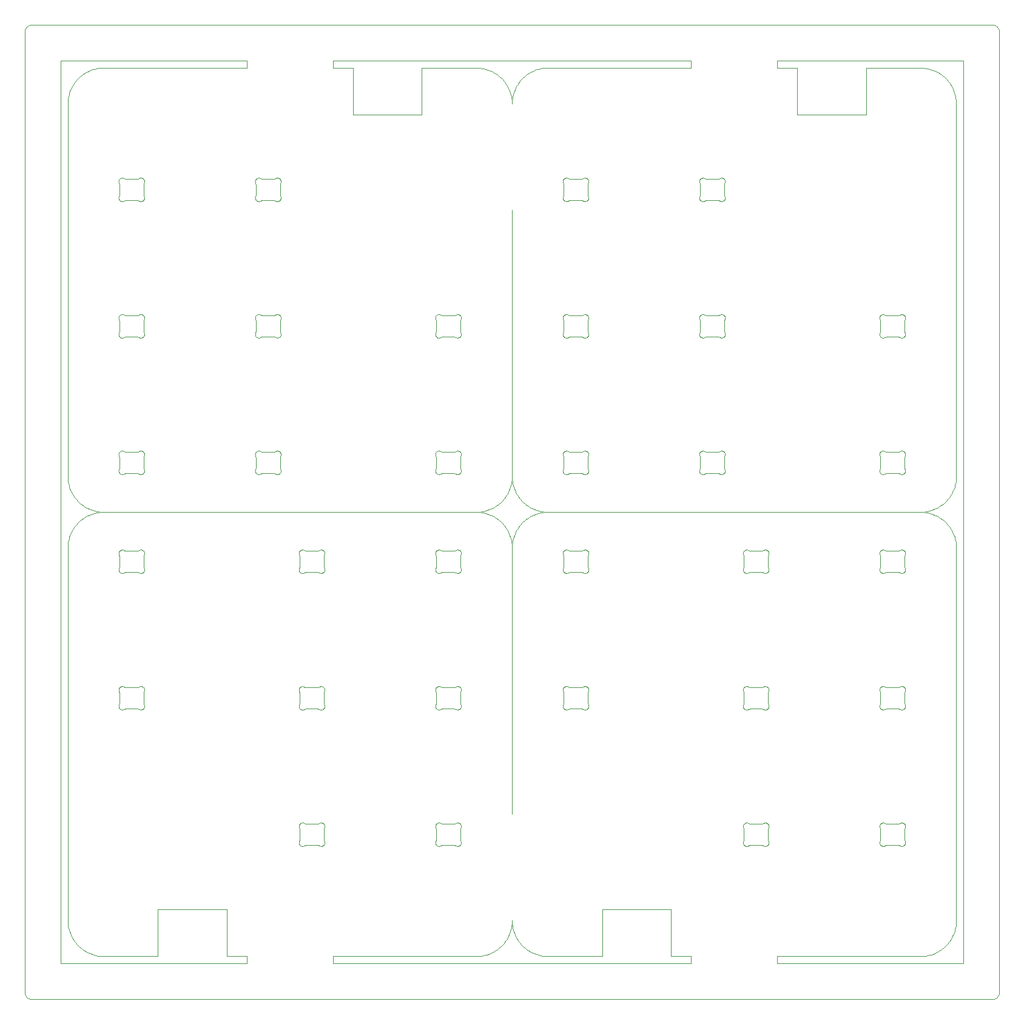
<source format=gm1>
G04 #@! TF.GenerationSoftware,KiCad,Pcbnew,7.0.0-da2b9df05c~165~ubuntu22.04.1*
G04 #@! TF.CreationDate,2023-04-26T22:06:21+00:00*
G04 #@! TF.ProjectId,pcb-panel,7063622d-7061-46e6-956c-2e6b69636164,5.0*
G04 #@! TF.SameCoordinates,Original*
G04 #@! TF.FileFunction,Profile,NP*
%FSLAX46Y46*%
G04 Gerber Fmt 4.6, Leading zero omitted, Abs format (unit mm)*
G04 Created by KiCad (PCBNEW 7.0.0-da2b9df05c~165~ubuntu22.04.1) date 2023-04-26 22:06:21*
%MOMM*%
%LPD*%
G01*
G04 APERTURE LIST*
G04 #@! TA.AperFunction,Profile*
%ADD10C,0.100000*%
G04 #@! TD*
G04 APERTURE END LIST*
D10*
X122063308Y40520703D02*
X122040437Y40528092D01*
X78690126Y95016665D02*
X78685857Y94991545D01*
X101089674Y40511183D02*
X101045129Y40493153D01*
X122887813Y43064169D02*
X122872965Y43015437D01*
X41739307Y40591126D02*
X41705580Y40552946D01*
X122418617Y43685093D02*
X122469386Y43680881D01*
X119940072Y40430803D02*
X119915375Y40424536D01*
X119755948Y73266372D02*
X119730617Y73269125D01*
X13690390Y62727965D02*
X13740072Y62716697D01*
X38810663Y40406292D02*
X38759844Y40402722D01*
X66256883Y69206193D02*
X66444856Y69376020D01*
X35652889Y113785312D02*
X35646666Y113724487D01*
X38253391Y43231691D02*
X38261654Y43281960D01*
X35164134Y95589992D02*
X35214704Y95596146D01*
X97740126Y75966665D02*
X97735857Y75941545D01*
X41053331Y43585305D02*
X41141178Y43630953D01*
X16692090Y114193719D02*
X16694291Y114168335D01*
X68109266Y9960444D02*
X68170375Y9705908D01*
X97744292Y111834179D02*
X97738600Y111783554D01*
X101159220Y43548445D02*
X101206778Y43541538D01*
X13892150Y95497333D02*
X13914206Y95487782D01*
X41743827Y62546851D02*
X41773494Y62505437D01*
X16603751Y60395907D02*
X16607489Y60334879D01*
X103053332Y40493152D02*
X103008787Y40511182D01*
X57303905Y92733554D02*
X57298213Y92784179D01*
X97715466Y73934570D02*
X97730315Y73885838D01*
X38348816Y41315998D02*
X38348832Y42762459D01*
X63757140Y6057663D02*
X64006494Y6102355D01*
X122877990Y43340647D02*
X122891325Y43291481D01*
X32149392Y114091970D02*
X32147308Y114142871D01*
X16688600Y92733554D02*
X16683828Y92708525D01*
X16697627Y60033341D02*
X16702302Y59982612D01*
X97725012Y95252676D02*
X97738347Y95203509D01*
X41605890Y43604305D02*
X41627383Y43590621D01*
X75415356Y59499423D02*
X75369254Y59521100D01*
X32272553Y73433635D02*
X32240815Y73473484D01*
X57384008Y40642060D02*
X57358709Y40686278D01*
X32162189Y75916676D02*
X32152376Y75966665D01*
X94308182Y111497223D02*
X94289903Y111514975D01*
X75184007Y43455439D02*
X75198313Y43476524D01*
X120253799Y92448947D02*
X120206242Y92442040D01*
X78430749Y76478906D02*
X78452912Y76466335D01*
X57395837Y74178026D02*
X57396253Y75604098D01*
X57712959Y40420655D02*
X57663424Y40432550D01*
X34950353Y111455181D02*
X34905807Y111473211D01*
X33056241Y76410473D02*
X33079936Y76406448D01*
X60836707Y43433651D02*
X60859720Y43388202D01*
X63261681Y129993151D02*
X63000002Y130000004D01*
X78610390Y42832805D02*
X78604166Y42771980D01*
X75936696Y111473210D02*
X75892151Y111455180D01*
X78680315Y73885838D02*
X78690127Y73835849D01*
X38293259Y43378682D02*
X38316273Y43424131D01*
X41753751Y22295907D02*
X41757489Y22234879D01*
X13780849Y114602939D02*
X13827221Y114581846D01*
X97214704Y95596146D02*
X97240159Y95597284D01*
X57814365Y40412243D02*
X57788886Y40412404D01*
X13106646Y94991545D02*
X13102376Y95016665D01*
X41691821Y24502783D02*
X41710100Y24485031D01*
X128060549Y69046105D02*
X128256883Y69206193D01*
X16695196Y73759643D02*
X16694292Y73734179D01*
X97744803Y73785120D02*
X97745196Y73759643D01*
X6405209Y71028223D02*
X6510975Y70798031D01*
X38320441Y22116460D02*
X38333512Y22155084D01*
X101117066Y59578093D02*
X101094195Y59570704D01*
X13176508Y95357945D02*
X13206175Y95399359D01*
X60630750Y73323606D02*
X60584648Y73301929D01*
X97748813Y92793700D02*
X97743121Y92743075D01*
X97670998Y93117109D02*
X97684074Y93078486D01*
X75277339Y114522089D02*
X75318098Y114552651D01*
X35624473Y92493155D02*
X35588845Y92456742D01*
X71263476Y129688763D02*
X71028223Y129594791D01*
X119362942Y74018967D02*
X119376012Y74057591D01*
X59898205Y40548749D02*
X58285270Y40548173D01*
X129371734Y8573492D02*
X129489023Y8798031D01*
X122902301Y62214886D02*
X122900610Y62189463D01*
X13297329Y114537889D02*
X13339591Y114566335D01*
X121914732Y92450679D02*
X120277771Y92450679D01*
X120285270Y21498173D02*
X120237436Y21493559D01*
X63757144Y68057652D02*
X64006499Y68102342D01*
X14077771Y111500679D02*
X14053799Y111498947D01*
X15900353Y92405181D02*
X15855807Y92423211D01*
X122823494Y24405437D02*
X122836707Y24383651D01*
X32152222Y95076915D02*
X32152733Y95127855D01*
X78661963Y73585348D02*
X78641295Y73538785D01*
X119370441Y41166460D02*
X119383512Y41205084D01*
X16693357Y41008461D02*
X16697627Y40983341D01*
X122894292Y92784179D02*
X122888600Y92733554D01*
X90187227Y6004229D02*
X93000000Y6003888D01*
X103631904Y62650142D02*
X103672663Y62619581D01*
X119327038Y92984569D02*
X119362942Y93068967D01*
X16160184Y73265887D02*
X16134820Y73268319D01*
X60536579Y95567456D02*
X60584647Y95550583D01*
X60630750Y92373606D02*
X60584648Y92351929D01*
X78368328Y43657123D02*
X78392146Y43648074D01*
X32585138Y95592911D02*
X32635907Y95597123D01*
X78601690Y73473482D02*
X78569952Y73433634D01*
X75538116Y62730884D02*
X75588885Y62735096D01*
X78683826Y114243988D02*
X78688599Y114218959D01*
X41631905Y21447355D02*
X41588249Y21421100D01*
X1000000Y0D02*
X135000004Y0D01*
X365606Y226990D02*
X444429Y168531D01*
X41013307Y24526796D02*
X41057852Y24544826D01*
X41768973Y43445916D02*
X41782186Y43424130D01*
X103414865Y43671360D02*
X103464942Y43662005D01*
X13181355Y94775242D02*
X13162942Y94833546D01*
X122793827Y43496851D02*
X122823494Y43455437D01*
X103687302Y40535194D02*
X103668143Y40518396D01*
X75136304Y94894209D02*
X75118992Y94942121D01*
X40967236Y62613125D02*
X41013307Y62626796D01*
X39163741Y62607966D02*
X39211299Y62601059D01*
X16336579Y76517456D02*
X16384647Y76500583D01*
X33151799Y114501257D02*
X34764733Y114501833D01*
X9960445Y6109268D02*
X10217830Y6061563D01*
X122899589Y62291212D02*
X122901790Y62265827D01*
X78311963Y76524035D02*
X78360828Y76509632D01*
X122584648Y73301929D02*
X122536580Y73285056D01*
X122891326Y59856018D02*
X122877991Y59806851D01*
X78522663Y62619581D02*
X78560100Y62585031D01*
X34836262Y111492040D02*
X34812566Y111496065D01*
X75732572Y114619203D02*
X75780849Y114602939D01*
X78269386Y43680881D02*
X78319463Y43671526D01*
X57781386Y95587602D02*
X57832320Y95586625D01*
X119680540Y92328480D02*
X119655924Y92335059D01*
X75176508Y114407945D02*
X75206175Y114449359D01*
X77988199Y114592983D02*
X78035585Y114611686D01*
X70573478Y67371755D02*
X70355166Y67243244D01*
X67993580Y63253247D02*
X67974346Y63505843D01*
X100255355Y43104636D02*
X100250679Y43155365D01*
X32186304Y75844209D02*
X32168992Y75892121D01*
X127201985Y68510962D02*
X127426525Y68628251D01*
X100259877Y21933341D02*
X100264146Y21958461D01*
X75297329Y95487889D02*
X75318098Y95502651D01*
X119615356Y59499423D02*
X119569254Y59521100D01*
X16629553Y74018965D02*
X16665466Y73934570D01*
X14077770Y114501834D02*
X14101799Y114501257D01*
X119518098Y95502651D02*
X119561754Y95528906D01*
X122592147Y40449423D02*
X122544080Y40432550D01*
X168530Y135555576D02*
X118078Y135471402D01*
X45812777Y129995776D02*
X43000003Y129996118D01*
X121962567Y95456447D02*
X121986262Y95460472D01*
X75176012Y93107591D02*
X75189613Y93167201D01*
X14061298Y59596441D02*
X14013741Y59589534D01*
X119592028Y24587826D02*
X119639174Y24607126D01*
X78236556Y92316369D02*
X78211118Y92314910D01*
X120092151Y73355180D02*
X120004304Y73309532D01*
X135995188Y901983D02*
X136000004Y1000000D01*
X16672965Y62065437D02*
X16637061Y61981039D01*
X13780849Y95552939D02*
X13827221Y95531846D01*
X100890072Y62716697D02*
X100914418Y62709180D01*
X129993583Y10746755D02*
X130000000Y11000000D01*
X57615355Y62698077D02*
X57639174Y62707126D01*
X9503184Y68229304D02*
X9746737Y68159616D01*
X38835869Y43668444D02*
X38885551Y43657176D01*
X95056242Y73392040D02*
X95009567Y73380599D01*
X128444841Y66623971D02*
X128256869Y66793798D01*
X39235271Y62599327D02*
X40872232Y62599327D01*
X129897651Y64006494D02*
X129840388Y64253265D01*
X120213741Y40539534D02*
X120167066Y40528093D01*
X16481905Y59547355D02*
X16438249Y59521100D01*
X119430052Y40581127D02*
X119413675Y40600647D01*
X32854304Y73309532D02*
X32806918Y73290829D01*
X119730617Y95583390D02*
X119781386Y95587602D01*
X38259876Y24064157D02*
X38255200Y24114886D01*
X103013308Y59570703D02*
X102990437Y59578092D01*
X75147782Y40709296D02*
X75129512Y40756851D01*
X75804304Y111409532D02*
X75756918Y111390829D01*
X59922232Y62599327D02*
X59946204Y62601059D01*
X58027221Y95531846D02*
X58092150Y95497333D01*
X103827991Y59806851D02*
X103809721Y59759296D01*
X100815184Y21365813D02*
X100764365Y21362243D01*
X38434839Y59577916D02*
X38397402Y59612466D01*
X103317683Y21363381D02*
X103267113Y21369535D01*
X94434530Y73312183D02*
X94389592Y73336180D01*
X78407974Y95540332D02*
X78452912Y95516335D01*
X103827990Y24290647D02*
X103835284Y24266234D01*
X119569254Y40471100D02*
X119547091Y40483671D01*
X100454829Y59562116D02*
X100434839Y59577916D01*
X59970067Y40543558D02*
X59922233Y40548172D01*
X41805200Y40699775D02*
X41794273Y40676757D01*
X38514733Y40461579D02*
X38492570Y40474150D01*
X121993761Y62607966D02*
X122040436Y62619407D01*
X58229936Y76406448D02*
X58253798Y76403566D01*
X100256883Y40821526D02*
X100251191Y40872150D01*
X60267431Y59480803D02*
X60219154Y59497067D01*
X70143656Y68896182D02*
X70355177Y68756778D01*
X100261403Y24216452D02*
X100266175Y24241481D01*
X100333512Y60255084D02*
X100347114Y60314694D01*
X41145699Y62690474D02*
X41193085Y62709177D01*
X75162942Y75783546D02*
X75136304Y75844209D01*
X119390815Y73473484D02*
X119363296Y73516355D01*
X34836262Y73392040D02*
X34812566Y73396065D01*
X75665183Y43681687D02*
X75690390Y43677965D01*
X8143656Y68896182D02*
X8355177Y68756778D01*
X35715466Y73934570D02*
X35730315Y73885838D01*
X60793828Y40600647D02*
X60760101Y40562467D01*
X60885857Y94991545D02*
X60873511Y94942121D01*
X57358709Y21636278D02*
X57347782Y21659296D01*
X60393137Y43685254D02*
X60418617Y43685093D01*
X60865465Y75867944D02*
X60829562Y75783546D01*
X35735858Y111960969D02*
X35743111Y111910544D01*
X38257913Y59906287D02*
X38255712Y59931671D01*
X75176509Y92544569D02*
X75151210Y92588786D01*
X60895196Y73759643D02*
X60894292Y73734179D01*
X14013741Y62607966D02*
X14061299Y62601059D01*
X129840388Y64253265D02*
X129770700Y64496818D01*
X60893357Y24039038D02*
X60887813Y24014169D01*
X13198313Y62526524D02*
X13230051Y62566372D01*
X97652872Y112217199D02*
X97666477Y112157588D01*
X16167683Y59463381D02*
X16117113Y59469535D01*
X13682890Y92322044D02*
X13632320Y92315890D01*
X41847270Y40872151D02*
X41841578Y40821526D01*
X122818648Y22174764D02*
X122837061Y22116460D01*
X97134628Y76525470D02*
X97184819Y76534193D01*
X119890390Y62727965D02*
X119940072Y62716697D01*
X120136696Y73373210D02*
X120092151Y73355180D01*
X35415349Y95569153D02*
X35439168Y95560104D01*
X38353353Y61821980D02*
X38347131Y61882807D01*
X119439903Y73414975D02*
X119422553Y73433635D01*
X528603Y135881927D02*
X444429Y135831475D01*
X16602889Y75685312D02*
X16596666Y75624487D01*
X13114718Y76168741D02*
X13122012Y76193155D01*
X122877991Y40756851D02*
X122877991Y40756851D01*
X75097701Y114117394D02*
X75098212Y114168334D01*
X78693357Y60058461D02*
X78697627Y60033341D01*
X75788349Y59497068D02*
X75740072Y59480803D01*
X41846089Y43129942D02*
X41838836Y43079517D01*
X57497329Y95487889D02*
X57539591Y95516335D01*
X120167067Y24519407D02*
X120213741Y24507966D01*
X94147702Y111885120D02*
X94152377Y111935848D01*
X97265639Y92324431D02*
X97240159Y92324270D01*
X76006241Y114510473D02*
X76029936Y114506448D01*
X77722232Y62599327D02*
X77770066Y62603941D01*
X75588885Y62735096D02*
X75639819Y62734119D01*
X60897627Y40983341D02*
X60902302Y40932612D01*
X60893111Y95041970D02*
X60885857Y94991545D01*
X78438249Y59521100D02*
X78392147Y59499423D01*
X16430750Y111423606D02*
X16384648Y111401929D01*
X40867711Y43539806D02*
X40891683Y43541538D01*
X78641295Y92588785D02*
X78615996Y92544567D01*
X122393137Y24635254D02*
X122444055Y24633634D01*
X68896179Y70143659D02*
X69046118Y69939470D01*
X57940072Y59480803D02*
X57915375Y59474536D01*
X16616491Y113844922D02*
X16602889Y113785312D01*
X16134820Y111368319D02*
X16109613Y111372041D01*
X58277771Y92450679D02*
X58229937Y92446065D01*
X10746755Y68006423D02*
X11000002Y68000005D01*
X76029936Y95456448D02*
X76077770Y95451834D01*
X75127038Y92984569D02*
X75162942Y93068967D01*
X75361754Y76478906D02*
X75407856Y76500583D01*
X16185638Y76537763D02*
X16236555Y76536143D01*
X119688039Y43671529D02*
X119738116Y43680884D01*
X57663424Y59482550D02*
X57615356Y59499423D01*
X60267431Y62716694D02*
X60317113Y62727962D01*
X60837061Y42931039D02*
X60823991Y42892415D01*
X35702221Y114340710D02*
X35711962Y114317166D01*
X60722664Y59577917D02*
X60681905Y59547355D01*
X125505843Y6025658D02*
X125757140Y6057663D01*
X103782540Y41156939D02*
X103809178Y41096276D01*
X59898205Y59598749D02*
X58285270Y59598173D01*
X41464942Y43662005D02*
X41513807Y43647602D01*
X13190815Y111573484D02*
X13176509Y111594569D01*
X38938349Y62700432D02*
X38961804Y62690477D01*
X39211298Y59596441D02*
X39163741Y59589534D01*
X122793828Y59650647D02*
X122777451Y59631127D01*
X75415356Y40449423D02*
X75369254Y40471100D01*
X9454919Y6244725D02*
X9705909Y6170377D01*
X78534324Y73397221D02*
X78495175Y73364623D01*
X57413675Y59650647D02*
X57384008Y59692060D01*
X97670516Y95367467D02*
X97683729Y95345680D01*
X122536580Y92335056D02*
X122511964Y92328477D01*
X103057853Y59552673D02*
X103013308Y59570703D01*
X13106892Y43139462D02*
X13104807Y43190363D01*
X16430750Y92373606D02*
X16384648Y92351929D01*
X16694802Y114117394D02*
X16693111Y114091970D01*
X122891325Y43291481D02*
X122899589Y43241212D01*
X76006242Y111492040D02*
X75959567Y111480599D01*
X70355177Y68756778D02*
X70573488Y68628266D01*
X13114718Y114268741D02*
X13122012Y114293155D01*
X125253248Y68006417D02*
X125505845Y68025650D01*
X120099650Y24544825D02*
X120144196Y24526795D01*
X13804304Y111409532D02*
X13780849Y111399576D01*
X35485271Y92383127D02*
X35462496Y92371701D01*
X129840400Y71746736D02*
X129897662Y71993508D01*
X76120Y617317D02*
X118078Y528604D01*
X60796650Y93228026D02*
X60802872Y93167199D01*
X76029936Y76406448D02*
X76053798Y76403566D01*
X35735857Y114041545D02*
X35730314Y114016676D01*
X130000000Y11000000D02*
X129999996Y63000001D01*
X94737411Y92331565D02*
X94712205Y92327843D01*
X67455028Y127269953D02*
X67330122Y127500000D01*
X58011804Y40457023D02*
X57988349Y40447068D01*
X122810390Y23782805D02*
X122804166Y23721980D01*
X119376508Y76307945D02*
X119406175Y76349359D01*
X16629209Y92566354D02*
X16615996Y92544567D01*
X100734364Y43675575D02*
X100785298Y43674598D01*
X35646650Y112278026D02*
X35652872Y112217199D01*
X122852223Y92611803D02*
X122829209Y92566354D01*
X60810390Y42832805D02*
X60804166Y42771980D01*
X16452912Y95516335D02*
X16495174Y95487890D01*
X6006417Y63253247D02*
X6000002Y63000000D01*
X75176012Y112157591D02*
X75189613Y112217201D01*
X32194803Y95300231D02*
X32205730Y95323249D01*
X97184820Y73268319D02*
X97159613Y73272041D01*
X97386580Y73285056D02*
X97337045Y73273161D01*
X78560100Y62585031D02*
X78593827Y62546851D01*
X100885551Y43657176D02*
X100909897Y43649659D01*
X100885551Y40421282D02*
X100860854Y40415015D01*
X60385638Y76537763D02*
X60436555Y76536143D01*
X122309613Y76530471D02*
X122334819Y76534193D01*
X119465679Y24502785D02*
X119504828Y24535383D01*
X103267113Y24627962D02*
X103317683Y24634116D01*
X75914206Y76437782D02*
X75959566Y76421914D01*
X40848205Y21498749D02*
X39235270Y21498173D01*
X75102376Y75966665D02*
X75097701Y76017394D01*
X41851791Y21831672D02*
X41846099Y21781047D01*
X103847269Y43206306D02*
X103847780Y43155365D01*
X58144196Y43576795D02*
X58167067Y43569407D01*
X119347780Y43388203D02*
X119370794Y43433652D01*
X13258182Y111497223D02*
X13222553Y111533635D01*
X32308180Y76405291D02*
X32347329Y76437889D01*
X18587227Y6000000D02*
X18587227Y12524229D01*
X14006242Y111492040D02*
X13982767Y111486881D01*
X122195699Y43640474D02*
X122219154Y43650430D01*
X41782540Y41156939D02*
X41809178Y41096276D01*
X78336580Y73285056D02*
X78287045Y73273161D01*
X41773991Y23842415D02*
X41760390Y23782805D01*
X75967067Y62619407D02*
X76013741Y62607966D01*
X78623991Y42892415D02*
X78610390Y42832805D01*
X119397131Y61882807D02*
X119383526Y61942418D01*
X121922233Y40548172D02*
X121898205Y40548749D01*
X59938704Y92448947D02*
X59914732Y92450679D01*
X16602872Y93167199D02*
X16616477Y93107588D01*
X122722663Y24519581D02*
X122760100Y24485031D01*
X121914732Y73400679D02*
X120277771Y73400679D01*
X16601690Y92523482D02*
X16569952Y92483634D01*
X75339592Y92386180D02*
X75297330Y92414625D01*
X77786262Y111492040D02*
X77762566Y111496065D01*
X78661963Y111685348D02*
X78641295Y111638785D01*
X67942342Y10242862D02*
X67974347Y10494159D01*
X57439903Y92464975D02*
X57422553Y92483635D01*
X72477360Y6027394D02*
X72738322Y6006855D01*
X16236555Y95586143D02*
X16261886Y95583390D01*
X119518098Y76452651D02*
X119561754Y76478906D01*
X97366484Y95583556D02*
X97415349Y95569153D01*
X41057852Y24544826D02*
X41145699Y24590474D01*
X100713448Y21363863D02*
X100688117Y21366616D01*
X13134538Y41082062D02*
X13170441Y41166460D01*
X13665184Y40415813D02*
X13614365Y40412243D01*
X119865184Y59465813D02*
X119814365Y59462243D01*
X13162942Y113883546D02*
X13136304Y113944209D01*
X60769951Y95418879D02*
X60801689Y95379031D01*
X122887814Y21983330D02*
X122897627Y21933341D01*
X97665996Y73494567D02*
X97651690Y73473482D01*
X60461886Y76533390D02*
X60487044Y76529351D01*
X60836708Y21613847D02*
X60823495Y21592061D01*
X103652673Y24535381D02*
X103691821Y24502783D01*
X58206242Y73392040D02*
X58159567Y73380599D01*
X122040437Y59578092D02*
X121993762Y59589533D01*
X57832320Y95586625D02*
X57882890Y95580471D01*
X15793762Y59589533D02*
X15770067Y59593558D01*
X97114452Y92342830D02*
X97090106Y92350347D01*
X16287045Y111373161D02*
X16261887Y111369122D01*
X35695816Y92598306D02*
X35670517Y92554088D01*
X32239613Y112217201D02*
X32245837Y112278026D01*
X119312190Y73885837D02*
X119327038Y73934569D01*
X75170795Y59713847D02*
X75147782Y59759296D01*
X125000002Y6000006D02*
X125253247Y6006423D01*
X16596650Y93228026D02*
X16602872Y93167199D01*
X94256175Y76349359D02*
X94272552Y76368879D01*
X119763448Y21363863D02*
X119738117Y21366616D01*
X75122012Y114293155D02*
X75140282Y114340710D01*
X7376018Y66444856D02*
X7206190Y66256882D01*
X122888599Y76118959D02*
X122894291Y76068335D01*
X13106892Y60008036D02*
X13114146Y60058461D01*
X57383526Y23842418D02*
X57370450Y23881041D01*
X16652223Y111661803D02*
X16629209Y111616354D01*
X32580617Y76533390D02*
X32631386Y76537602D01*
X97569686Y92439944D02*
X97528928Y92409383D01*
X32226508Y114407945D02*
X32240814Y114429030D01*
X75284838Y62619583D02*
X75325596Y62650144D01*
X41769470Y42882894D02*
X41755869Y42823284D01*
X41212910Y43657173D02*
X41262592Y43668441D01*
X14029936Y76406448D02*
X14053798Y76403566D01*
X13530617Y76533390D02*
X13581386Y76537602D01*
X444429Y168531D02*
X528603Y118079D01*
X16696098Y62316452D02*
X16701790Y62265827D01*
X122055808Y76429302D02*
X122100353Y76447332D01*
X16659721Y40709296D02*
X16659721Y40709296D01*
X57299393Y92860543D02*
X57306646Y92910968D01*
X709715Y43060D02*
X804909Y19215D01*
X11000001Y130000000D02*
X10746756Y129993583D01*
X19214Y135195096D02*
X4815Y135098023D01*
X13181355Y75725242D02*
X13162942Y75783546D01*
X103847627Y21933341D02*
X103852302Y21882612D01*
X13195837Y93228026D02*
X13196253Y94654098D01*
X94244134Y93176722D02*
X94250358Y93237547D01*
X122652912Y76466335D02*
X122695174Y76437890D01*
X97507433Y95525856D02*
X97549695Y95497411D01*
X119406175Y76349359D02*
X119422552Y76368879D01*
X57329512Y40756851D02*
X57316177Y40806018D01*
X94737411Y95589992D02*
X94787093Y95578724D01*
X78160183Y114636625D02*
X78185638Y114637763D01*
X94190825Y94903730D02*
X94173513Y94951642D01*
X122267431Y21380803D02*
X122219154Y21397067D01*
X78011654Y76502938D02*
X78059931Y76519203D01*
X16430750Y73323606D02*
X16384648Y73301929D01*
X75151210Y111638786D02*
X75130542Y111685348D01*
X13222553Y73433635D02*
X13190815Y73473484D01*
X13183526Y61942418D02*
X13170450Y61981041D01*
X15995699Y43640474D02*
X16019154Y43650430D01*
X78695196Y73759643D02*
X78694292Y73734179D01*
X122848794Y59736278D02*
X122823495Y59692061D01*
X119413674Y24446853D02*
X119430051Y24466372D01*
X75764418Y62709180D02*
X75811804Y62690477D01*
X119334537Y62065436D02*
X119319688Y62114168D01*
X57305712Y59931671D02*
X57305201Y59982612D01*
X68159603Y64253270D02*
X68102341Y64006498D01*
X57484839Y40527916D02*
X57447402Y40562466D01*
X94439050Y95549853D02*
X94486195Y95569153D01*
X94661387Y92324273D02*
X94635907Y92324434D01*
X35651690Y73473482D02*
X35619952Y73433634D01*
X38738885Y24635096D02*
X38789819Y24634119D01*
X94368099Y73349864D02*
X94327340Y73380425D01*
X13102376Y114066665D02*
X13097701Y114117394D01*
X13203337Y60375519D02*
X13203353Y61821980D01*
X57403353Y61821980D02*
X57397131Y61882807D01*
X13114719Y73633772D02*
X13103905Y73683554D01*
X72494158Y67974356D02*
X72242859Y67942354D01*
X38840390Y24627965D02*
X38890072Y24616697D01*
X120159567Y73380599D02*
X120136696Y73373210D01*
X122894292Y73734179D02*
X122888600Y73683554D01*
X119615355Y62698077D02*
X119663423Y62714950D01*
X97651689Y76329031D02*
X97665995Y76307946D01*
X122902302Y59982612D02*
X122902695Y59957135D01*
X38353337Y22275519D02*
X38353353Y23721980D01*
X119305712Y40881671D02*
X119304808Y40907135D01*
X75198313Y43476524D02*
X75230051Y43516372D01*
X75103904Y114218959D02*
X75108677Y114243988D01*
X35743111Y111910544D02*
X35745196Y111859643D01*
X100764365Y21362243D02*
X100713448Y21363863D01*
X58206241Y76410473D02*
X58229936Y76406448D01*
X122681904Y43600142D02*
X122722663Y43569581D01*
X32656866Y111364752D02*
X32605948Y111366372D01*
X120261299Y43551059D02*
X120285271Y43549327D01*
X13105201Y59982612D02*
X13106892Y60008036D01*
X57347782Y40709296D02*
X57329512Y40756851D01*
X32347330Y111464625D02*
X32308182Y111497223D01*
X16522663Y62619581D02*
X16560100Y62585031D01*
X32230533Y93117112D02*
X32244134Y93176722D01*
X95103798Y76403566D02*
X95151799Y76401257D01*
X59986262Y73392040D02*
X59962566Y73396065D01*
X97090106Y95571207D02*
X97114452Y95578724D01*
X58092151Y73355180D02*
X58004304Y73309532D01*
X16700610Y62189463D02*
X16693357Y62139038D01*
X78067431Y43666694D02*
X78117113Y43677962D01*
X78460411Y62663826D02*
X78481904Y62650142D01*
X13147780Y62438203D02*
X13170794Y62483652D01*
X129193348Y127723195D02*
X129045080Y127938925D01*
X35670998Y93117109D02*
X35684074Y93078486D01*
X57988349Y59497068D02*
X57940072Y59480803D01*
X6159603Y64253270D02*
X6102341Y64006498D01*
X16629209Y73516354D02*
X16615996Y73494567D01*
X75116177Y59856018D02*
X75111404Y59881047D01*
X119890390Y24627965D02*
X119940072Y24616697D01*
X60877990Y24290647D02*
X60885284Y24266234D01*
X119381355Y75725242D02*
X119362942Y75783546D01*
X57738116Y43680884D02*
X57788885Y43685096D01*
X16637061Y60216460D02*
X16663699Y60155797D01*
X78701791Y40881672D02*
X78696099Y40831047D01*
X94173513Y94951642D02*
X94161167Y95001066D01*
X57329512Y59806851D02*
X57316177Y59856018D01*
X103786708Y21613847D02*
X103773495Y21592061D01*
X68544975Y8730053D02*
X68669881Y8500006D01*
X78637061Y42931039D02*
X78623991Y42892415D01*
X100840390Y62727965D02*
X100890072Y62716697D01*
X135707110Y135707112D02*
X135634397Y135773016D01*
X38759844Y40402722D02*
X38734365Y40402883D01*
X58099650Y40502674D02*
X58011804Y40457023D01*
X60055807Y92423211D02*
X60032936Y92430599D01*
X103217431Y21380803D02*
X103169154Y21397067D01*
X13129512Y59806851D02*
X13116177Y59856018D01*
X78701790Y62265827D02*
X78702301Y62214886D01*
X69939467Y69046120D02*
X70143656Y68896182D01*
X122734323Y76405292D02*
X122769951Y76368879D01*
X1000000Y136000005D02*
X901982Y135995190D01*
X119504828Y43585383D02*
X119547090Y43613829D01*
X119680540Y73278480D02*
X119655924Y73285059D01*
X7743120Y66793813D02*
X7555147Y66623986D01*
X60801690Y92523482D02*
X60769952Y92483634D01*
X63253248Y68006417D02*
X63505845Y68025650D01*
X60863699Y60155797D02*
X60881011Y60107885D01*
X13126492Y41057885D02*
X13134538Y41082062D01*
X13203353Y42771980D02*
X13197131Y42832807D01*
X94181559Y92994090D02*
X94217463Y93078488D01*
X78690126Y114066665D02*
X78685857Y114041545D01*
X13740072Y43666697D02*
X13788349Y43650432D01*
X94559981Y92332685D02*
X94510445Y92344580D01*
X119316177Y40806018D02*
X119311404Y40831047D01*
X69376018Y66444856D02*
X69206190Y66256882D01*
X119334538Y60132062D02*
X119370441Y60216460D01*
X78384648Y73301929D02*
X78336580Y73285056D01*
X94152733Y95127855D02*
X94158425Y95178480D01*
X16360829Y73292880D02*
X16311964Y73278477D01*
X119477339Y76422089D02*
X119518098Y76452651D01*
X13103905Y111783554D02*
X13098213Y111834179D01*
X119458180Y95455291D02*
X119477339Y95472089D01*
X41414865Y43671360D02*
X41464942Y43662005D01*
X119403353Y61821980D02*
X119397131Y61882807D01*
X97671012Y94804443D02*
X97657410Y94744833D01*
X32152376Y114066665D02*
X32149392Y114091970D01*
X32327339Y114522089D02*
X32368098Y114552651D01*
X16652223Y92611803D02*
X16629209Y92566354D01*
X67942351Y72242863D02*
X67974354Y72494162D01*
X122897627Y60033341D02*
X122902302Y59982612D01*
X75657684Y73268322D02*
X75606866Y73264752D01*
X13183526Y42892418D02*
X13170450Y42931041D01*
X60487044Y76529351D02*
X60536579Y76517456D01*
X59922232Y24499327D02*
X59946204Y24501059D01*
X77722233Y59598172D02*
X77698205Y59598749D01*
X32226508Y76307945D02*
X32240814Y76329030D01*
X38264146Y60058461D02*
X38269689Y60083330D01*
X122195699Y24590474D02*
X122243085Y24609177D01*
X41262592Y40410014D02*
X41212910Y40421282D01*
X100280017Y41072541D02*
X100315920Y41156939D01*
X78269386Y59466616D02*
X78218617Y59462404D01*
X57370450Y61981041D02*
X57334537Y62065436D01*
X78552601Y95437540D02*
X78586328Y95399359D01*
X15832937Y114521913D02*
X15855808Y114529302D01*
X122895195Y76042871D02*
X122893111Y75991970D01*
X97109931Y114619203D02*
X97159613Y114630471D01*
X100250286Y43180842D02*
X100251190Y43206306D01*
X57329511Y62390648D02*
X57347780Y62438203D01*
X16218617Y59462404D02*
X16167683Y59463381D01*
X75118992Y94942121D02*
X75106646Y94991545D01*
X119547090Y24563829D02*
X119592028Y24587826D01*
X57932572Y73283312D02*
X57882890Y73272044D01*
X16569951Y95418879D02*
X16601689Y95379031D01*
X103787061Y60216460D02*
X103813699Y60155797D01*
X119300413Y95143719D02*
X119308677Y95193988D01*
X78569952Y92483634D02*
X78534324Y92447221D01*
X57358709Y59736278D02*
X57347782Y59759296D01*
X122741823Y40544715D02*
X122722664Y40527917D01*
X119832320Y95586625D02*
X119882890Y95580471D01*
X122880315Y73885838D02*
X122890127Y73835849D01*
X60568328Y62707123D02*
X60592146Y62698074D01*
X94555460Y111373164D02*
X94505924Y111385059D01*
X119390815Y92523484D02*
X119363296Y92566355D01*
X38392881Y40552945D02*
X38359154Y40591126D01*
X13369253Y62676400D02*
X13415355Y62698077D01*
X16670491Y76193155D02*
X16683826Y76143988D01*
X78616477Y112157588D02*
X78629553Y112118965D01*
X119477340Y73380425D02*
X119439903Y73414975D01*
X38560835Y40439902D02*
X38514733Y40461579D01*
X120144196Y24526795D02*
X120167067Y24519407D01*
X13127038Y73934569D02*
X13162942Y74018967D01*
X127644826Y67243228D02*
X127426515Y67371740D01*
X13480540Y76524035D02*
X13530617Y76533390D01*
X78515165Y111480423D02*
X78474407Y111449862D01*
X9705909Y6170377D02*
X9960445Y6109268D01*
X97745196Y73759643D02*
X97744292Y73734179D01*
X120261298Y40546441D02*
X120213741Y40539534D01*
X41827991Y21706851D02*
X41809721Y21659296D01*
X35569685Y95481611D02*
X35607122Y95447061D01*
X103267113Y62727962D02*
X103292319Y62731684D01*
X57370794Y43433652D02*
X57384007Y43455439D01*
X41013307Y62626796D02*
X41057852Y62644826D01*
X78218617Y62735093D02*
X78269386Y62730881D01*
X16688600Y73683554D02*
X16683828Y73658525D01*
X13176012Y74057591D02*
X13189613Y74117201D01*
X119308677Y95193988D02*
X119322012Y95243155D01*
X122852221Y95290710D02*
X122870491Y95243155D01*
X119712959Y40420655D02*
X119663424Y40432550D01*
X15786262Y111492040D02*
X15738704Y111498947D01*
X16685284Y43316234D02*
X16696098Y43266452D01*
X57403353Y23721980D02*
X57397131Y23782807D01*
X78661963Y92635348D02*
X78641295Y92588785D01*
X13134537Y62065436D02*
X13119688Y62114168D01*
X97670517Y92554088D02*
X97656211Y92533003D01*
X122802889Y94735312D02*
X122796666Y94674487D01*
X122695175Y73364623D02*
X122652913Y73336177D01*
X13431675Y111392883D02*
X13407857Y111401932D01*
X35727785Y76168742D02*
X35738599Y76118959D01*
X60681905Y21447355D02*
X60638249Y21421100D01*
X122100353Y76447332D02*
X122188199Y76492983D01*
X41843106Y40973820D02*
X41847781Y40923091D01*
X16648794Y40686278D02*
X16623495Y40642061D01*
X75114719Y111733772D02*
X75103905Y111783554D01*
X58167067Y24519407D02*
X58213741Y24507966D01*
X13488039Y62721529D02*
X13538116Y62730884D01*
X32942151Y111455180D02*
X32854304Y111409532D01*
X57334537Y62065436D02*
X57319688Y62114168D01*
X60793827Y43496851D02*
X60823494Y43455437D01*
X75129511Y43340648D02*
X75138040Y43364658D01*
X120027221Y76481846D02*
X120092150Y76447333D01*
X68057652Y63757143D02*
X68025649Y63505844D01*
X122810390Y61882805D02*
X122804166Y61821980D01*
X122807489Y60334879D02*
X122818648Y60274764D01*
X60107853Y40502673D02*
X60063308Y40520703D01*
X100347114Y60314694D02*
X100353337Y60375519D01*
X38380051Y24466372D02*
X38415679Y24502785D01*
X100961804Y59507023D02*
X100938349Y59497068D01*
X100961804Y24590477D02*
X101049650Y24544825D01*
X122760100Y43535031D02*
X122793827Y43496851D01*
X97657393Y93176720D02*
X97670998Y93117109D01*
X78430750Y73323606D02*
X78384648Y73301929D01*
X32245837Y74178026D02*
X32246253Y75604098D01*
X35261118Y73264910D02*
X35210184Y73265887D01*
X100789819Y62734119D02*
X100815183Y62731687D01*
X13581386Y92314913D02*
X13530617Y92319125D01*
X60816477Y74057588D02*
X60829553Y74018965D01*
X122803751Y22295907D02*
X122807489Y22234879D01*
X75122013Y73609359D02*
X75114719Y73633772D01*
X119755948Y92316372D02*
X119730617Y92319125D01*
X38333526Y23842418D02*
X38320450Y23881041D01*
X122823494Y43455437D02*
X122836707Y43433651D01*
X32737411Y95589992D02*
X32787093Y95578724D01*
X16460411Y43613826D02*
X16481904Y43600142D01*
X60267431Y40430803D02*
X60219154Y40447067D01*
X97235638Y114637763D02*
X97261117Y114637602D01*
X97738599Y114218959D02*
X97744291Y114168335D01*
X13230051Y62566372D02*
X13265679Y62602785D01*
X39089674Y40511183D02*
X39045129Y40493153D01*
X38329487Y40632539D02*
X38316274Y40654326D01*
X57351209Y95313728D02*
X57376508Y95357945D01*
X35730315Y111985838D02*
X35735858Y111960969D01*
X96905807Y111473211D02*
X96882936Y111480599D01*
X97415349Y95569153D02*
X97439168Y95560104D01*
X32631386Y114637602D02*
X32682320Y114636625D01*
X16696099Y59881047D02*
X16685285Y59831265D01*
X75488040Y59475971D02*
X75463424Y59482550D01*
X103768648Y22174764D02*
X103787061Y22116460D01*
X57615356Y40449423D02*
X57569254Y40471100D01*
X129999996Y63000001D02*
X129993580Y63253247D01*
X75415355Y62698077D02*
X75439174Y62707126D01*
X41822965Y62065437D02*
X41787061Y61981039D01*
X76006241Y95460473D02*
X76029936Y95456448D01*
X13140283Y92611804D02*
X13130542Y92635348D01*
X32635907Y92324434D02*
X32585138Y92328646D01*
X68102353Y126006498D02*
X68057661Y125757144D01*
X60195699Y43640474D02*
X60219154Y43650430D01*
X57347782Y21659296D02*
X57329512Y21706851D01*
X57504829Y21462116D02*
X57484839Y21477916D01*
X119439903Y92464975D02*
X119406176Y92503155D01*
X15907853Y59552673D02*
X15863308Y59570703D01*
X41773494Y62505437D02*
X41786707Y62483651D01*
X57362942Y74018967D02*
X57376012Y74057591D01*
X38267696Y43306713D02*
X38283519Y43355137D01*
X103122782Y59518160D02*
X103057853Y59552673D01*
X119347782Y59759296D02*
X119329512Y59806851D01*
X78319463Y40425971D02*
X78269386Y40416616D01*
X122172782Y21418160D02*
X122107853Y21452673D01*
X96882936Y111480599D02*
X96836262Y111492040D01*
X13105711Y62265827D02*
X13111403Y62316452D01*
X102872233Y59598172D02*
X102848205Y59598749D01*
X57370450Y23881041D02*
X57334537Y23965436D01*
X57940072Y24616697D02*
X57988349Y24600432D01*
X122804166Y23721980D02*
X122803751Y22295907D01*
X38738885Y62735096D02*
X38789819Y62734119D01*
X94368098Y76452651D02*
X94411754Y76478906D01*
X57403337Y60375519D02*
X57403353Y61821980D01*
X119730617Y76533390D02*
X119781386Y76537602D01*
X119915375Y40424536D02*
X119865184Y40415813D01*
X122638249Y59521100D02*
X122592147Y59499423D01*
X122893111Y75991970D02*
X122885857Y75941545D01*
X64791838Y129667900D02*
X64545084Y129755281D01*
X9028223Y129594791D02*
X8798031Y129489025D01*
X75130542Y73585348D02*
X75122013Y73609359D01*
X38683596Y40407095D02*
X38658438Y40411134D01*
X13944196Y62626795D02*
X13967067Y62619407D01*
X16534324Y73397221D02*
X16495175Y73364623D01*
X75944195Y40520704D02*
X75899650Y40502674D01*
X78641295Y73538785D02*
X78615996Y73494567D01*
X43059Y709716D02*
X76120Y617317D01*
X78596650Y74178026D02*
X78602872Y74117199D01*
X16602889Y94735312D02*
X16596666Y94674487D01*
X13982767Y111486881D02*
X13936696Y111473210D01*
X13203337Y41325519D02*
X13203353Y42771980D01*
X119319689Y21983330D02*
X119334538Y22032062D01*
X16694291Y76068335D02*
X16694802Y76017394D01*
X100255712Y59931671D02*
X100255201Y59982612D01*
X94964206Y114537782D02*
X95009566Y114521914D01*
X122899590Y40856287D02*
X122891326Y40806018D01*
X57297309Y73759643D02*
X57299393Y73810543D01*
X13339591Y114566335D02*
X13361754Y114578906D01*
X58092150Y95497333D02*
X58114206Y95487782D01*
X75170795Y40663847D02*
X75147782Y40709296D01*
X16515165Y92430423D02*
X16474407Y92399862D01*
X57318992Y75892121D02*
X57306646Y75941545D01*
X94239613Y74117201D02*
X94245837Y74178026D01*
X58004304Y92359532D02*
X57980849Y92349576D01*
X77809737Y76415631D02*
X77855808Y76429302D01*
X75756918Y92340829D02*
X75732572Y92333312D01*
X77988199Y92359529D02*
X77900353Y92405181D01*
X75530617Y111369125D02*
X75505460Y111373164D01*
X13206175Y95399359D02*
X13239902Y95437539D01*
X13788349Y59497068D02*
X13740072Y59480803D01*
X75369254Y40471100D02*
X75347091Y40483671D01*
X119730617Y73269125D02*
X119680540Y73278480D01*
X13098212Y114168334D02*
X13103904Y114218959D01*
X100269688Y24014168D02*
X100259876Y24064157D01*
X60055808Y95479302D02*
X60100353Y95497332D01*
X78601690Y111573482D02*
X78569952Y111533634D01*
X75632320Y114636625D02*
X75682890Y114630471D01*
X57304807Y62240363D02*
X57305711Y62265827D01*
X78696099Y40831047D02*
X78691326Y40806018D01*
X122511964Y92328477D02*
X122461887Y92319122D01*
X97743120Y95178480D02*
X97748812Y95127856D01*
X78659721Y59759296D02*
X78648794Y59736278D01*
X15900353Y73355181D02*
X15855807Y73373211D01*
X75189613Y112217201D02*
X75195837Y112278026D01*
X78690126Y75966665D02*
X78685857Y75941545D01*
X41809178Y41096276D02*
X41826490Y41048364D01*
X75690390Y62727965D02*
X75740072Y62716697D01*
X97735857Y75941545D02*
X97730314Y75916676D01*
X122877786Y92683772D02*
X122861963Y92635348D01*
X100471075Y43590623D02*
X100514732Y43616879D01*
X14085271Y62599327D02*
X15722232Y62599327D01*
X103588249Y59521100D02*
X103542147Y59499423D01*
X122040437Y21478092D02*
X122017237Y21484374D01*
X94368098Y114552651D02*
X94411754Y114578906D01*
X31000001Y68000003D02*
X31000001Y68000002D01*
X75183526Y61942418D02*
X75170450Y61981041D01*
X60630749Y95528906D02*
X60652912Y95516335D01*
X97584323Y76405292D02*
X97619951Y76368879D01*
X122885857Y94991545D02*
X122880314Y94966676D01*
X94156646Y75941545D02*
X94152376Y75966665D01*
X122869462Y59782841D02*
X122848794Y59736278D01*
X77900353Y114547332D02*
X77988199Y114592983D01*
X100375530Y43506851D02*
X100411158Y43543264D01*
X129897662Y71993508D02*
X129942351Y72242863D01*
X16117113Y62727962D02*
X16142319Y62731684D01*
X120167067Y62619407D02*
X120213741Y62607966D01*
X121986262Y92442040D02*
X121938704Y92448947D01*
X75136304Y75844209D02*
X75118992Y75892121D01*
X13098212Y95118334D02*
X13103904Y95168959D01*
X129103839Y70143647D02*
X129243243Y70355170D01*
X103823470Y40747330D02*
X103805200Y40699775D01*
X57322013Y73609359D02*
X57314719Y73633772D01*
X78629562Y113883546D02*
X78616491Y113844922D01*
X126294094Y129829629D02*
X126039558Y129890738D01*
X13892151Y92405180D02*
X13804304Y92359532D01*
X60894802Y95067394D02*
X60893111Y95041970D01*
X75265679Y62602785D02*
X75284838Y62619583D01*
X103368617Y59462404D02*
X103317683Y59463381D01*
X60259931Y95569203D02*
X60309613Y95580471D01*
X41773495Y21592061D02*
X41759189Y21570976D01*
X100328991Y41195563D02*
X100342593Y41255173D01*
X94164719Y73633772D02*
X94153905Y73683554D01*
X13682890Y114630471D02*
X13732572Y114619203D01*
X128793813Y69743124D02*
X128953901Y69939457D01*
X57322012Y76193155D02*
X57322012Y76193155D01*
X103826489Y43030093D02*
X103818444Y43005916D01*
X76101799Y95451257D02*
X77714733Y95451833D01*
X97619951Y76368879D02*
X97651689Y76329031D01*
X7939454Y66953901D02*
X7743120Y66793813D01*
X100633518Y43662008D02*
X100683595Y43671363D01*
X63000002Y130000004D02*
X55412777Y130000005D01*
X6510980Y127201975D02*
X6405213Y126971784D01*
X100353337Y60375519D02*
X100353353Y61821980D01*
X68000007Y73000005D02*
X68006423Y72746759D01*
X119422553Y73433635D02*
X119390815Y73473484D01*
X75297329Y76437889D02*
X75318098Y76452651D01*
X119504829Y59562116D02*
X119465680Y59594714D01*
X13103904Y114218959D02*
X13114718Y114268741D01*
X57890390Y24627965D02*
X57940072Y24616697D01*
X57569253Y43626400D02*
X57615355Y43648077D01*
X57430051Y43516372D02*
X57465679Y43552785D01*
X77995699Y43640474D02*
X78043085Y43659177D01*
X100454829Y21462116D02*
X100434839Y21477916D01*
X122897627Y21933341D02*
X122902302Y21882612D01*
X10494160Y129974348D02*
X10242863Y129942343D01*
X57484838Y62619583D02*
X57525596Y62650144D01*
X119398313Y43476524D02*
X119430051Y43516372D01*
X57882890Y95580471D02*
X57932572Y95569203D01*
X60219154Y40447067D02*
X60172782Y40468160D01*
X58099650Y43594825D02*
X58144196Y43576795D01*
X96836262Y76410472D02*
X96859737Y76415631D01*
X68311242Y126736531D02*
X68229306Y126496820D01*
X16534323Y76405292D02*
X16552601Y76387540D01*
X60017236Y62613125D02*
X60063307Y62626796D01*
X75639819Y43684119D02*
X75665183Y43681687D01*
X68229290Y64496824D02*
X68159603Y64253270D01*
X32946671Y95506854D02*
X32968727Y95497303D01*
X97646650Y74178026D02*
X97652872Y74117199D01*
X122235585Y73290826D02*
X122188199Y73309529D01*
X57890390Y62727965D02*
X57940072Y62716697D01*
X78534323Y114505292D02*
X78552601Y114487540D01*
X78680314Y75916676D02*
X78665465Y75867944D01*
X60284629Y73277042D02*
X60259931Y73283309D01*
X122032936Y92430599D02*
X121986262Y92442040D01*
X41705580Y40552946D02*
X41687302Y40535194D01*
X6510960Y65201984D02*
X6405195Y64971791D01*
X35665995Y114407946D02*
X35679208Y114386159D01*
X38347114Y22214694D02*
X38353337Y22275519D01*
X40939240Y43548445D02*
X40962715Y43553604D01*
X122870491Y76193155D02*
X122883826Y76143988D01*
X120261299Y62601059D02*
X120285271Y62599327D01*
X75936696Y73373210D02*
X75892151Y73355180D01*
X68510960Y65201984D02*
X68405195Y64971791D01*
X68159615Y71746741D02*
X68229303Y71503188D01*
X35651187Y94684008D02*
X35651171Y93237547D01*
X60829553Y74018965D02*
X60865466Y73934570D01*
X41787061Y23881039D02*
X41773991Y23842415D01*
X33084458Y92455586D02*
X33060763Y92451561D01*
X75715375Y40424536D02*
X75665184Y40415813D01*
X38269688Y62114168D02*
X38259876Y62164157D01*
X94294424Y92474496D02*
X94260697Y92512676D01*
X35646666Y113724487D02*
X35646650Y112278026D01*
X33108319Y95463087D02*
X33156320Y95460778D01*
X60592147Y40449423D02*
X60544080Y40432550D01*
X16616491Y94794922D02*
X16602889Y94735312D01*
X97480750Y73323606D02*
X97434648Y73301929D01*
X94806918Y111390829D02*
X94782572Y111383312D01*
X100411158Y43543264D02*
X100430317Y43560062D01*
X122734323Y95455292D02*
X122769951Y95418879D01*
X13339591Y95516335D02*
X13361754Y95528906D01*
X35636328Y114449359D02*
X35665995Y114407946D01*
X13181355Y113825242D02*
X13162942Y113883546D01*
X32308182Y73397223D02*
X32272553Y73433635D01*
X13415355Y43648077D02*
X13439174Y43657126D01*
X95009567Y111480599D02*
X94986696Y111473210D01*
X97740127Y73835849D02*
X97744803Y73785120D01*
X67594808Y71028215D02*
X67688779Y71263469D01*
X13140283Y73561804D02*
X13122013Y73609359D01*
X16601689Y95379031D02*
X16629208Y95336159D01*
X60873511Y75892121D02*
X60865465Y75867944D01*
X38252371Y43129941D02*
X38250286Y43180842D01*
X16680315Y111985838D02*
X16685858Y111960969D01*
X103464942Y40416450D02*
X103414865Y40407095D01*
X78109613Y111372041D02*
X78059931Y111383309D01*
X76006241Y76410473D02*
X76029936Y76406448D01*
X57497330Y73364625D02*
X57458182Y73397223D01*
X60769952Y92483634D02*
X60734324Y92447221D01*
X122063308Y21470703D02*
X122040437Y21478092D01*
X13361754Y95528906D02*
X13384529Y95540332D01*
X38284538Y60132062D02*
X38320441Y60216460D01*
X16384647Y95550583D02*
X16430749Y95528906D01*
X72242863Y129942343D02*
X71993509Y129897651D01*
X16287044Y76529351D02*
X16336579Y76517456D01*
X97235638Y111364749D02*
X97184820Y111368319D01*
X9993504Y67897664D02*
X9746732Y67840402D01*
X127499997Y129330124D02*
X127269950Y129455030D01*
X40943762Y59589533D02*
X40920067Y59593558D01*
X75108677Y76143988D02*
X75122012Y76193155D01*
X38279512Y59806851D02*
X38266177Y59856018D01*
X7464474Y7464474D02*
X7654355Y7284284D01*
X120027221Y95531846D02*
X120092150Y95497333D01*
X13944196Y43576795D02*
X13967067Y43569407D01*
X64006494Y6102355D02*
X64253264Y6159619D01*
X75530617Y76533390D02*
X75581386Y76537602D01*
X122259931Y92333309D02*
X122211654Y92349574D01*
X119814365Y59462243D02*
X119788886Y59462404D01*
X122777451Y21531127D02*
X122741823Y21494715D01*
X13297329Y76437889D02*
X13339591Y76466335D01*
X32153904Y76118959D02*
X32158677Y76143988D01*
X14085271Y43549327D02*
X15722232Y43549327D01*
X103053331Y43585305D02*
X103141178Y43630953D01*
X75480540Y76524035D02*
X75530617Y76533390D01*
X95056241Y114510473D02*
X95079936Y114506448D01*
X122872965Y23965437D02*
X122837061Y23881039D01*
X7376038Y128444838D02*
X7206212Y128256866D01*
X60901790Y43215827D02*
X60902694Y43190363D01*
X94226508Y114407945D02*
X94256175Y114449359D01*
X122568328Y62707123D02*
X122592146Y62698074D01*
X77722232Y43549327D02*
X77770066Y43553941D01*
X13106892Y62189462D02*
X13104807Y62240363D01*
X32806918Y73290829D02*
X32782572Y73283312D01*
X129897650Y9993508D02*
X129942342Y10242862D01*
X122638248Y62676397D02*
X122660411Y62663826D01*
X122816477Y93107588D02*
X122829553Y93068965D01*
X57932572Y95569203D02*
X57980849Y95552939D01*
X100890072Y21380803D02*
X100865375Y21374536D01*
X125000002Y68000000D02*
X105000002Y68000002D01*
X57592029Y21409674D02*
X57547091Y21433671D01*
X32656866Y73264752D02*
X32605948Y73266372D01*
X32212942Y74018967D02*
X32226012Y74057591D01*
X16672965Y43015437D02*
X16637061Y42931039D01*
X78541823Y40544715D02*
X78522664Y40527917D01*
X77863308Y59570703D02*
X77840437Y59578092D01*
X94158677Y76143988D02*
X94172012Y76193155D01*
X7743140Y128793794D02*
X7555168Y128623968D01*
X119504828Y62635383D02*
X119547090Y62663829D01*
X32245837Y112278026D02*
X32246253Y113704098D01*
X64736537Y68311226D02*
X64971792Y68405196D01*
X103764127Y41215243D02*
X103782540Y41156939D01*
X76085271Y62599327D02*
X77722232Y62599327D01*
X119569254Y59521100D02*
X119547091Y59533671D01*
X120213741Y24507966D02*
X120237437Y24503941D01*
X122869462Y21682841D02*
X122848794Y21636278D01*
X57302376Y95016665D02*
X57297701Y95067394D01*
X38415679Y24502785D02*
X38434838Y24519583D01*
X16084629Y73277042D02*
X16059931Y73283309D01*
X76085271Y43549327D02*
X77722232Y43549327D01*
X119300414Y92758794D02*
X119298213Y92784179D01*
X103419386Y24630881D02*
X103469463Y24621526D01*
X75170450Y61981041D02*
X75134537Y62065436D01*
X13657684Y73268322D02*
X13606866Y73264752D01*
X40848205Y59598749D02*
X39235270Y59598173D01*
X60172782Y59518160D02*
X60107853Y59552673D01*
X38938349Y59497068D02*
X38890072Y59480803D01*
X78185638Y95587763D02*
X78211117Y95587602D01*
X119814365Y40412243D02*
X119788886Y40412404D01*
X16596650Y74178026D02*
X16602872Y74117199D01*
X78688599Y95168959D02*
X78694291Y95118335D01*
X69743140Y128793794D02*
X69555168Y128623968D01*
X75588885Y43685096D02*
X75639819Y43684119D01*
X97565165Y111480423D02*
X97524407Y111449862D01*
X38334008Y21592060D02*
X38308709Y21636278D01*
X75431675Y92342883D02*
X75384530Y92362183D01*
X60760100Y24485031D02*
X60793827Y24446851D01*
X122786329Y92503153D02*
X122769952Y92483634D01*
X16680315Y92935838D02*
X16685858Y92910969D01*
X69555162Y69376035D02*
X69743134Y69206208D01*
X122418617Y40412404D02*
X122367683Y40413381D01*
X122870491Y95243155D02*
X122883826Y95193988D01*
X57788885Y24635096D02*
X57839819Y24634119D01*
X122342319Y43681684D02*
X122393137Y43685254D01*
X78059931Y114619203D02*
X78109613Y114630471D01*
X59946204Y24501059D02*
X59993761Y24507966D01*
X64496825Y68229291D02*
X64736537Y68311226D01*
X13936696Y111473210D02*
X13892151Y111455180D01*
X97184819Y76534193D02*
X97235638Y76537763D01*
X35159613Y73272041D02*
X35109931Y73283309D01*
X60848793Y24361220D02*
X60859720Y24338202D01*
X13197131Y42832807D02*
X13183526Y42892418D01*
X103843106Y40973820D02*
X103847781Y40923091D01*
X32535061Y95583556D02*
X32585138Y95592911D01*
X38348313Y62526524D02*
X38380051Y62566372D01*
X57865184Y59465813D02*
X57814365Y59462243D01*
X78043085Y43659177D02*
X78067431Y43666694D01*
X13369254Y40471100D02*
X13347091Y40483671D01*
X119592029Y21409674D02*
X119547091Y21433671D01*
X60796650Y74178026D02*
X60802872Y74117199D01*
X97740378Y95001066D02*
X97734835Y94976197D01*
X60695174Y76437890D02*
X60734323Y76405292D01*
X32986696Y111473210D02*
X32942151Y111455180D01*
X78109613Y92322041D02*
X78059931Y92333309D01*
X35640849Y95408880D02*
X35670516Y95367467D01*
X76077771Y92450679D02*
X76029937Y92446065D01*
X16648794Y59736278D02*
X16623495Y59692061D01*
X121922232Y62599327D02*
X121946204Y62601059D01*
X122211654Y76502938D02*
X122259931Y76519203D01*
X97265638Y95597123D02*
X97316407Y95592911D01*
X38764365Y59462243D02*
X38738886Y59462404D01*
X60652913Y73336177D02*
X60630750Y73323606D01*
X13114146Y60058461D02*
X13126492Y60107885D01*
X122786328Y95399359D02*
X122815995Y95357946D01*
X32176533Y95252676D02*
X32194803Y95300231D01*
X103188564Y43649656D02*
X103212910Y43657173D01*
X75140282Y76240710D02*
X75151209Y76263728D01*
X125757144Y68057652D02*
X126006499Y68102342D01*
X122519463Y40425971D02*
X122469386Y40416616D01*
X16185638Y114637763D02*
X16211117Y114637602D01*
X97337045Y73273161D02*
X97286556Y73266369D01*
X33060762Y95469994D02*
X33084457Y95465969D01*
X60883826Y76143988D02*
X60892090Y76093719D01*
X76077770Y114501834D02*
X76101799Y114501257D01*
X16269386Y43680881D02*
X16319463Y43671526D01*
X122317113Y62727962D02*
X122342319Y62731684D01*
X16659720Y62438202D02*
X16677990Y62390647D01*
X16610390Y61882805D02*
X16604166Y61821980D01*
X16336580Y111385056D02*
X16287045Y111373161D01*
X97038199Y111409529D02*
X96950353Y111455181D01*
X41145699Y24590474D02*
X41193085Y24609177D01*
X75134538Y60132062D02*
X75170441Y60216460D01*
X75297330Y92414625D02*
X75258182Y92447223D01*
X32180542Y111685348D02*
X32172013Y111709359D01*
X94217463Y94843067D02*
X94190825Y94903730D01*
X122461887Y73269122D02*
X122411118Y73264910D01*
X122536579Y76517456D02*
X122584647Y76500583D01*
X45812777Y123475776D02*
X45812777Y129995776D01*
X75114719Y73633772D02*
X75103905Y73683554D01*
X57940072Y21380803D02*
X57915375Y21374536D01*
X13105712Y40881671D02*
X13105201Y40932612D01*
X16596666Y113724487D02*
X16596650Y112278026D01*
X78287045Y111373161D02*
X78261887Y111369122D01*
X100514733Y40461579D02*
X100492570Y40474150D01*
X60877990Y43340647D02*
X60885284Y43316234D01*
X8966322Y6432281D02*
X9208165Y6332106D01*
X122894803Y73785120D02*
X122895196Y73759643D01*
X100565355Y24598077D02*
X100613423Y24614950D01*
X94530540Y76524035D02*
X94580617Y76533390D01*
X60894802Y76017394D02*
X60893111Y75991970D01*
X58206242Y92442040D02*
X58182767Y92436881D01*
X38329486Y43445918D02*
X38343792Y43467003D01*
X78623494Y43455437D02*
X78648793Y43411220D01*
X65644826Y67243228D02*
X65426515Y67371740D01*
X78211118Y92314910D02*
X78185638Y92314749D01*
X41588249Y59521100D02*
X41542147Y59499423D01*
X32481674Y76509632D02*
X32530540Y76524035D01*
X57882890Y73272044D02*
X57857684Y73268322D01*
X78648793Y43411220D02*
X78659720Y43388202D01*
X78603751Y60395907D02*
X78607489Y60334879D01*
X16534323Y95455292D02*
X16552601Y95437540D01*
X16670491Y95243155D02*
X16683826Y95193988D01*
X709715Y135956946D02*
X617316Y135923885D01*
X16604166Y42771980D02*
X16603751Y41345907D01*
X41610411Y62663826D02*
X41631904Y62650142D01*
X103847626Y62164158D02*
X103843357Y62139038D01*
X57327038Y73934569D02*
X57362942Y74018967D01*
X97235638Y76537763D02*
X97286555Y76536143D01*
X122638249Y21421100D02*
X122592147Y21399423D01*
X32147701Y76017394D02*
X32148212Y76068334D01*
X168530Y444430D02*
X226989Y365607D01*
X78035585Y95561686D02*
X78059931Y95569203D01*
X13189613Y74117201D02*
X13195837Y74178026D01*
X16665466Y112034570D02*
X16680315Y111985838D01*
X122630750Y73323606D02*
X122584648Y73301929D01*
X41542146Y24598074D02*
X41565473Y24587823D01*
X122487044Y95579351D02*
X122536579Y95567456D01*
X77900353Y92405181D02*
X77855807Y92423211D01*
X129974347Y10494159D02*
X129993583Y10746755D01*
X15738705Y95453565D02*
X15786262Y95460472D01*
X57318993Y92960392D02*
X57327038Y92984569D01*
X32148213Y73734179D02*
X32147309Y73759643D01*
X122584648Y92351929D02*
X122536580Y92335056D01*
X64253271Y68159604D02*
X64496825Y68229291D01*
X57297309Y92809643D02*
X57299393Y92860543D01*
X68896164Y65856359D02*
X68756760Y65644836D01*
X103368617Y21362404D02*
X103317683Y21363381D01*
X97090106Y92350347D02*
X97042720Y92369050D01*
X38256892Y62189462D02*
X38254807Y62240363D01*
X120285270Y40548173D02*
X120261298Y40546441D01*
X68405195Y64971791D02*
X68311224Y64736537D01*
X100261654Y43281960D02*
X100274990Y43331127D01*
X103494080Y59482550D02*
X103469463Y59475971D01*
X119309876Y43114157D02*
X119305200Y43164886D01*
X35240159Y95597284D02*
X35291076Y95595664D01*
X103822965Y23965437D02*
X103787061Y23881039D01*
X97038199Y76492983D02*
X97061654Y76502938D01*
X94156646Y114041545D02*
X94152376Y114066665D01*
X13892150Y76447333D02*
X13914206Y76437782D01*
X122741823Y21494715D02*
X122722664Y21477917D01*
X119504829Y40512116D02*
X119465680Y40544714D01*
X103419386Y62730881D02*
X103469463Y62721526D01*
X16311963Y114624035D02*
X16336579Y114617456D01*
X15762567Y114506447D02*
X15786262Y114510472D01*
X94164719Y111733772D02*
X94153905Y111783554D01*
X78629553Y93068965D02*
X78665466Y92984570D01*
X15840437Y59578092D02*
X15793762Y59589533D01*
X16683828Y111758525D02*
X16670492Y111709358D01*
X16269386Y62730881D02*
X16319463Y62721526D01*
X94686841Y95596146D02*
X94737411Y95589992D01*
X122360184Y73265887D02*
X122334820Y73268319D01*
X100353353Y23721980D02*
X100347131Y23782807D01*
X32411754Y76478906D02*
X32457856Y76500583D01*
X63505845Y68025650D02*
X63757144Y68057652D01*
X76013741Y43557966D02*
X76061299Y43551059D01*
X68102352Y71993512D02*
X68159615Y71746741D01*
X64294094Y129829629D02*
X64039558Y129890738D01*
X119318992Y94942121D02*
X119312189Y94966676D01*
X100565356Y59499423D02*
X100519254Y59521100D01*
X13682890Y73272044D02*
X13657684Y73268322D01*
X16685858Y92910969D02*
X16693111Y92860544D01*
X6025656Y125505847D02*
X6006420Y125253251D01*
X60367683Y21363381D02*
X60317113Y21369535D01*
X78067431Y40430803D02*
X78019154Y40447067D01*
X35159613Y114630471D02*
X35210183Y114636625D01*
X67594790Y9028222D02*
X67688761Y9263475D01*
X35702223Y111661803D02*
X35679209Y111616354D01*
X13361754Y114578906D02*
X13384529Y114590332D01*
X75197131Y42832807D02*
X75183526Y42892418D01*
X103805200Y40699775D02*
X103794273Y40676757D01*
X100938349Y59497068D02*
X100890072Y59480803D01*
X39163741Y21489534D02*
X39140266Y21484375D01*
X57484839Y59577916D02*
X57447402Y59612466D01*
X94830849Y114602939D02*
X94877221Y114581846D01*
X122681905Y21447355D02*
X122638249Y21421100D01*
X78690127Y92885849D02*
X78694803Y92835120D01*
X10746755Y67993589D02*
X10494158Y67974356D01*
X100333526Y23842418D02*
X100320450Y23881041D01*
X60360183Y95586625D02*
X60385638Y95587763D01*
X69206212Y128256866D02*
X69046123Y128060534D01*
X68025657Y72494163D02*
X68057661Y72242866D01*
X60896099Y59881047D02*
X60885285Y59831265D01*
X38375530Y43506851D02*
X38411158Y43543264D01*
X121962567Y76406447D02*
X121986262Y76410472D01*
X41518328Y62707123D02*
X41542146Y62698074D01*
X119370441Y22116460D02*
X119383512Y22155084D01*
X100283519Y43355137D02*
X100304187Y43401700D01*
X100759844Y40402722D02*
X100734365Y40402883D01*
X94787093Y95578724D02*
X94835370Y95562460D01*
X103743828Y21550647D02*
X103727451Y21531127D01*
X38254807Y62240363D02*
X38257912Y62291212D01*
X60107853Y21452673D02*
X60085797Y21462224D01*
X60823495Y40642061D02*
X60793828Y40600647D01*
X60519463Y59475971D02*
X60469386Y59466616D01*
X16693111Y92860544D02*
X16695196Y92809643D01*
X78522663Y43569581D02*
X78560100Y43535031D01*
X122385638Y76537763D02*
X122436555Y76536143D01*
X38497091Y21433671D02*
X38454829Y21462116D01*
X97679553Y112118965D02*
X97715466Y112034570D01*
X122009737Y76415631D02*
X122055808Y76429302D01*
X60816477Y93107588D02*
X60829553Y93068965D01*
X41008786Y43567275D02*
X41053331Y43585305D01*
X122796666Y75624487D02*
X122796650Y74178026D01*
X122888600Y73683554D02*
X122877786Y73633772D01*
X122891326Y21756018D02*
X122877991Y21706851D01*
X16059931Y73283309D02*
X16035585Y73290826D01*
X75914206Y95487782D02*
X75959566Y95471914D01*
X35189341Y92327840D02*
X35139150Y92336563D01*
X73000002Y6000001D02*
X80587227Y6000000D01*
X129938442Y125782177D02*
X129890737Y126039562D01*
X32782572Y76519203D02*
X32830849Y76502939D01*
X78142319Y43681684D02*
X78193137Y43685254D01*
X60769951Y76368879D02*
X60801689Y76329031D01*
X58136696Y73373210D02*
X58092151Y73355180D01*
X57376509Y73494569D02*
X57363296Y73516355D01*
X75899650Y43594825D02*
X75944196Y43576795D01*
X103754166Y23721980D02*
X103753751Y22295907D01*
X100279511Y62390648D02*
X100288040Y62414658D01*
X41786707Y62483651D02*
X41809720Y62438202D01*
X41588248Y62676397D02*
X41610411Y62663826D01*
X67688761Y9263475D02*
X67770697Y9503186D01*
X64253266Y67840390D02*
X64006495Y67897653D01*
X40943761Y62607966D02*
X40967236Y62613125D01*
X100250679Y43155365D02*
X100250286Y43180842D01*
X38261403Y24216452D02*
X38266175Y24241481D01*
X78035585Y92340826D02*
X77988199Y92359529D01*
X78117113Y59469535D02*
X78067431Y59480803D01*
X15907852Y62644826D02*
X15995699Y62690474D01*
X13197131Y61882807D02*
X13183526Y61942418D01*
X78360828Y95559632D02*
X78384647Y95550583D01*
X64545084Y129755281D02*
X64294094Y129829629D01*
X67667899Y126791842D02*
X67567723Y127033684D01*
X13189613Y112217201D02*
X13195837Y112278026D01*
X34950353Y76447332D02*
X35038199Y76492983D01*
X122695175Y92414623D02*
X122652913Y92386177D01*
X13384529Y114590332D02*
X13431674Y114609632D01*
X103851790Y24165827D02*
X103852301Y24114886D01*
X94180542Y111685348D02*
X94172013Y111709359D01*
X38255355Y43104636D02*
X38252371Y43129941D01*
X35702221Y76240710D02*
X35711962Y76217166D01*
X120206242Y73392040D02*
X120159567Y73380599D01*
X78607489Y41284879D02*
X78618648Y41224764D01*
X60188199Y92359529D02*
X60100353Y92405181D01*
X60741823Y40544715D02*
X60722664Y40527917D01*
X32389592Y111436180D02*
X32347330Y111464625D01*
X66623971Y66444841D02*
X66444841Y66623971D01*
X122777451Y40581127D02*
X122741823Y40544715D01*
X101235270Y21498173D02*
X101187436Y21493559D01*
X13184007Y62505439D02*
X13198313Y62526524D01*
X13512959Y59470655D02*
X13463424Y59482550D01*
X13959566Y95471914D02*
X13982766Y95465632D01*
X97738349Y92718046D02*
X97725013Y92668879D01*
X78593827Y43496851D02*
X78623494Y43455437D01*
X94347330Y111464625D02*
X94308182Y111497223D01*
X75222552Y114468879D02*
X75258180Y114505291D01*
X129567723Y127033684D02*
X129455028Y127269953D01*
X75136304Y113944209D02*
X75118992Y113992121D01*
X69464474Y7464474D02*
X69654355Y7284284D01*
X13147782Y59759296D02*
X13129512Y59806851D01*
X97311887Y111369122D02*
X97261118Y111364910D01*
X75106646Y111960968D02*
X75118993Y112010392D01*
X41419386Y21366616D02*
X41368617Y21362404D01*
X127723191Y129193350D02*
X127499997Y129330124D01*
X13982766Y114515632D02*
X14029936Y114506448D01*
X97702221Y76240710D02*
X97720491Y76193155D01*
X97730315Y73885838D02*
X97740127Y73835849D01*
X75151209Y95313728D02*
X75176508Y95357945D01*
X125782173Y129938443D02*
X125522643Y129972612D01*
X57305711Y24165827D02*
X57311403Y24216452D01*
X13099393Y92860543D02*
X13106646Y92910968D01*
X35727786Y73633772D02*
X35720492Y73609358D01*
X15863308Y59570703D02*
X15840437Y59578092D01*
X100363675Y59650647D02*
X100334008Y59692060D01*
X38288040Y62414658D02*
X38297780Y62438203D01*
X59946205Y21496440D02*
X59898205Y21498749D01*
X13967066Y40528093D02*
X13944195Y40520704D01*
X94190282Y114340710D02*
X94201209Y114363728D01*
X57814365Y59462243D02*
X57788886Y59462404D01*
X103727451Y59631127D02*
X103691823Y59594715D01*
X122568328Y43657123D02*
X122592146Y43648074D01*
X77900353Y76447332D02*
X77988199Y76492983D01*
X13258180Y76405291D02*
X13297329Y76437889D01*
X40962715Y43553604D02*
X41008786Y43567275D01*
X60887813Y24014169D02*
X60872965Y23965437D01*
X16694292Y73734179D02*
X16688600Y73683554D01*
X119305200Y62214886D02*
X119304807Y62240363D01*
X58253799Y73398947D02*
X58206242Y73392040D01*
X35679208Y76286159D02*
X35702221Y76240710D01*
X95132292Y92460200D02*
X95084458Y92455586D01*
X60100353Y95497332D02*
X60188199Y95542983D01*
X78685284Y43316234D02*
X78696098Y43266452D01*
X60393137Y24635254D02*
X60418617Y24635093D01*
X122804166Y42771980D02*
X122803751Y41345907D01*
X57327038Y92984569D02*
X57362942Y93068967D01*
X120099650Y43594825D02*
X120144196Y43576795D01*
X16211118Y111364910D02*
X16185638Y111364749D01*
X57307913Y59906287D02*
X57305712Y59931671D01*
X35480749Y76478906D02*
X35502912Y76466335D01*
X9993509Y129897651D02*
X9746739Y129840387D01*
X122100353Y92405181D02*
X122055807Y92423211D01*
X75140282Y95290710D02*
X75151209Y95313728D01*
X103672664Y59577917D02*
X103631905Y59547355D01*
X38397402Y59612466D02*
X38363675Y59650647D01*
X75184008Y40642060D02*
X75170795Y40663847D01*
X121898205Y40548749D02*
X120285270Y40548173D01*
X119413675Y40600647D02*
X119384008Y40642060D01*
X100288040Y62414658D02*
X100308708Y62461221D01*
X78665465Y94917944D02*
X78629562Y94833546D01*
X96950353Y73355181D02*
X96905807Y73373211D01*
X60883828Y73658525D02*
X60870492Y73609358D01*
X96769254Y95461354D02*
X96793226Y95463086D01*
X60881010Y62089614D02*
X60872965Y62065437D01*
X16696099Y40831047D02*
X16685285Y40781265D01*
X103813699Y60155797D02*
X103831011Y60107885D01*
X41837813Y24014169D02*
X41822965Y23965437D01*
X75102377Y111935848D02*
X75106646Y111960968D01*
X13892151Y111455180D02*
X13804304Y111409532D01*
X57988349Y62700432D02*
X58011804Y62690477D01*
X40985916Y40518571D02*
X40939241Y40530012D01*
X75106646Y92910968D02*
X75118993Y92960392D01*
X120213741Y59589534D02*
X120167066Y59578093D01*
X68027392Y10477359D02*
X68061561Y10217829D01*
X120136695Y95479303D02*
X120159566Y95471914D01*
X119311403Y24216452D02*
X119322217Y24266234D01*
X127201972Y6510981D02*
X127426511Y6628270D01*
X68806655Y8276811D02*
X68954923Y8061081D01*
X6628249Y65426525D02*
X6510960Y65201984D01*
X119465680Y59594714D02*
X119430052Y59631127D01*
X103787061Y61981039D02*
X103773991Y61942415D01*
X122055807Y73373211D02*
X122032936Y73380599D01*
X103773495Y59692061D02*
X103743828Y59650647D01*
X135471400Y135881927D02*
X135382687Y135923885D01*
X57539592Y92386180D02*
X57497330Y92414625D01*
X78670492Y73609358D02*
X78661963Y73585348D01*
X35711962Y76217166D02*
X35727785Y76168742D01*
X9746739Y129840387D02*
X9503186Y129770698D01*
X13284838Y43569583D02*
X13325596Y43600144D01*
X75304829Y40512116D02*
X75284839Y40527916D01*
X13195837Y112278026D02*
X13196253Y113704098D01*
X119738116Y62730884D02*
X119788885Y62735096D01*
X75284839Y40527916D02*
X75247402Y40562466D01*
X68170375Y9705908D02*
X68244723Y9454919D01*
X128256869Y66793798D02*
X128060536Y66953886D01*
X69114278Y7853406D02*
X69284284Y7654355D01*
X93000003Y131000005D02*
X93000003Y129997574D01*
X57465679Y43552785D02*
X57484838Y43569583D01*
X16117113Y59469535D02*
X16067431Y59480803D01*
X57525596Y24550144D02*
X57569253Y24576400D01*
X38454829Y21462116D02*
X38434839Y21477916D01*
X94942150Y114547333D02*
X94964206Y114537782D01*
X58213741Y62607966D02*
X58261299Y62601059D01*
X67688765Y64736530D02*
X67594794Y64971783D01*
X75944196Y62626795D02*
X75967067Y62619407D01*
X75265679Y43552785D02*
X75284838Y43569583D01*
X41057852Y62644826D02*
X41145699Y62690474D01*
X95079936Y114506448D02*
X95127770Y114501834D01*
X103494080Y21382550D02*
X103469463Y21375971D01*
X67371734Y8573492D02*
X67489023Y8798031D01*
X122837061Y42931039D02*
X122823991Y42892415D01*
X32991217Y92432731D02*
X32946672Y92414701D01*
X60818648Y22174764D02*
X60837061Y22116460D01*
X103755869Y42823284D02*
X103749645Y42762459D01*
X60901790Y24165827D02*
X60902694Y24140363D01*
X97715465Y113967944D02*
X97679562Y113883546D01*
X78059931Y76519203D02*
X78084628Y76525470D01*
X78648793Y62461220D02*
X78659720Y62438202D01*
X103757489Y60334879D02*
X103768648Y60274764D01*
X122872965Y62065437D02*
X122837061Y61981039D01*
X75119688Y62114168D02*
X75109876Y62164157D01*
X38565355Y24598077D02*
X38613423Y24614950D01*
X122284629Y92327042D02*
X122259931Y92333309D01*
X75203337Y60375519D02*
X75203353Y61821980D01*
X38734365Y40402883D02*
X38683596Y40407095D01*
X78648794Y59736278D02*
X78623495Y59692061D01*
X94161167Y95001066D02*
X94156897Y95026186D01*
X103753751Y22295907D02*
X103757489Y22234879D01*
X57865183Y62731687D02*
X57890390Y62727965D01*
X13325596Y62650144D02*
X13369253Y62676400D01*
X6006852Y10738321D02*
X6027392Y10477359D01*
X94205731Y92598307D02*
X94185063Y92644869D01*
X122893357Y41008461D02*
X122897627Y40983341D01*
X35646650Y74178026D02*
X35652872Y74117199D01*
X16368328Y62707123D02*
X16392146Y62698074D01*
X9503186Y129770698D02*
X9263476Y129688763D01*
X35744292Y73734179D02*
X35738600Y73683554D01*
X57865184Y21365813D02*
X57814365Y21362243D01*
X103739307Y40591126D02*
X103722930Y40571606D01*
X78596650Y93228026D02*
X78602872Y93167199D01*
X60592146Y62698074D02*
X60638248Y62676397D01*
X122469386Y43680881D02*
X122519463Y43671526D01*
X13098213Y111834179D02*
X13097309Y111859643D01*
X68432280Y8966322D02*
X68544975Y8730053D01*
X60895196Y92809643D02*
X60894292Y92784179D01*
X122100353Y95497332D02*
X122188199Y95542983D01*
X35210184Y73265887D02*
X35184820Y73268319D01*
X15863308Y40520703D02*
X15840437Y40528092D01*
X15988199Y73309529D02*
X15900353Y73355181D01*
X33079936Y114506448D02*
X33127770Y114501834D01*
X13116177Y40806018D02*
X13107913Y40856287D01*
X122544080Y40432550D02*
X122519463Y40425971D01*
X120144195Y40520704D02*
X120099650Y40502674D01*
X41188564Y43649656D02*
X41212910Y43657173D01*
X16218617Y62735093D02*
X16269386Y62730881D01*
X16109613Y95580471D02*
X16160183Y95586625D01*
X7046123Y128060534D02*
X6896185Y127856345D01*
X35745196Y111859643D02*
X35744292Y111834179D01*
X119915375Y59474536D02*
X119865184Y59465813D01*
X16167683Y40413381D02*
X16117113Y40419535D01*
X105000003Y131000005D02*
X131000004Y131000005D01*
X120136696Y92423210D02*
X120092151Y92405180D01*
X32212942Y113883546D02*
X32186304Y113944209D01*
X13732572Y111383312D02*
X13682890Y111372044D01*
X122863699Y60155797D02*
X122881011Y60107885D01*
X125000002Y130000004D02*
X117412777Y130000005D01*
X122334819Y95584193D02*
X122385638Y95587763D01*
X103847627Y60033341D02*
X103852302Y59982612D01*
X71263466Y67688780D02*
X71028211Y67594810D01*
X121970067Y59593558D02*
X121922233Y59598172D01*
X100284538Y60132062D02*
X100320441Y60216460D01*
X119932572Y76519203D02*
X119980849Y76502939D01*
X97240159Y95597284D02*
X97265638Y95597123D01*
X16319463Y62721526D02*
X16368328Y62707123D01*
X103518328Y62707123D02*
X103542146Y62698074D01*
X57988349Y24600432D02*
X58011804Y24590477D01*
X96764732Y111500679D02*
X95127771Y111500679D01*
X78694292Y73734179D02*
X78688600Y73683554D01*
X122829209Y73516354D02*
X122815996Y73494567D01*
X122815995Y95357946D02*
X122841294Y95313728D01*
X9263473Y68311240D02*
X9503184Y68229304D01*
X13732572Y95569203D02*
X13780849Y95552939D01*
X16681011Y60107885D02*
X16693357Y60058461D01*
X32707684Y73268322D02*
X32656866Y73264752D01*
X38320450Y23881041D02*
X38284537Y23965436D01*
X97189341Y92327840D02*
X97164134Y92331562D01*
X41652673Y24535381D02*
X41691821Y24502783D01*
X60896098Y43266452D02*
X60901790Y43215827D01*
X16160183Y95586625D02*
X16185638Y95587763D01*
X119392514Y94715127D02*
X119381355Y94775242D01*
X35679553Y112118965D02*
X35715466Y112034570D01*
X70966322Y6432281D02*
X71208165Y6332106D01*
X97738599Y76118959D02*
X97744291Y76068335D01*
X60741821Y24502783D02*
X60760100Y24485031D01*
X16693111Y111910544D02*
X16695196Y111859643D01*
X13740072Y40430803D02*
X13715375Y40424536D01*
X75439174Y62707126D02*
X75488039Y62721529D01*
X35679208Y114386159D02*
X35702221Y114340710D01*
X13114719Y92683772D02*
X13103905Y92733554D01*
X103773494Y62505437D02*
X103798793Y62461220D01*
X122823494Y62505437D02*
X122836707Y62483651D01*
X41835285Y59831265D02*
X41827991Y59806851D01*
X60017236Y24513125D02*
X60063307Y24526796D01*
X63505844Y67974348D02*
X63253248Y67993583D01*
X66535529Y128535532D02*
X66345648Y128715722D01*
X41760390Y61882805D02*
X41754166Y61821980D01*
X41827990Y24290647D02*
X41835284Y24266234D01*
X57484838Y24519583D02*
X57525596Y24550144D01*
X97711963Y111685348D02*
X97691295Y111638785D01*
X57980849Y76502939D02*
X58027221Y76481846D01*
X40920067Y21493558D02*
X40896205Y21496440D01*
X32177038Y112034569D02*
X32212942Y112118967D01*
X100434838Y62619583D02*
X100475596Y62650144D01*
X67755280Y126545087D02*
X67667899Y126791842D01*
X119384008Y40642060D02*
X119358709Y40686278D01*
X41262592Y43668441D02*
X41287798Y43672163D01*
X57330542Y92635348D02*
X57314719Y92683772D01*
X77832937Y114521913D02*
X77855808Y114529302D01*
X57484839Y21477916D02*
X57447402Y21512466D01*
X68006417Y63253247D02*
X68000002Y63000000D01*
X35738599Y76118959D02*
X35744291Y76068335D01*
X130000002Y73000005D02*
X130000004Y125000006D01*
X6628269Y127426514D02*
X6510980Y127201975D01*
X75732572Y92333312D02*
X75682890Y92322044D01*
X75203337Y41325519D02*
X75203353Y42771980D01*
X70798027Y68510977D02*
X71028219Y68405211D01*
X119304808Y59957135D02*
X119306892Y60008036D01*
X77988199Y76492983D02*
X78011654Y76502938D01*
X66793813Y69743124D02*
X66953901Y69939457D01*
X16680315Y73885838D02*
X16685858Y73860969D01*
X15863307Y43576796D02*
X15907852Y43594826D01*
X78683826Y95193988D02*
X78688599Y95168959D01*
X119781386Y95587602D02*
X119832320Y95586625D01*
X60317113Y43677962D02*
X60342319Y43681684D01*
X32173513Y94951642D02*
X32166710Y94976197D01*
X97261118Y73264910D02*
X97210184Y73265887D01*
X103798793Y24361220D02*
X103819461Y24314658D01*
X16677990Y43340647D02*
X16685284Y43316234D01*
X59946204Y62601059D02*
X59993761Y62607966D01*
X16665465Y94917944D02*
X16629562Y94833546D01*
X14029936Y114506448D02*
X14077770Y114501834D01*
X60752601Y95437540D02*
X60769951Y95418879D01*
X102985916Y40518571D02*
X102939241Y40530012D01*
X119615355Y43648077D02*
X119663423Y43664950D01*
X78392147Y40449423D02*
X78344080Y40432550D01*
X103852301Y24114886D02*
X103847626Y24064158D01*
X77988199Y73309529D02*
X77900353Y73355181D01*
X38890072Y62716697D02*
X38938349Y62700432D01*
X96950353Y111455181D02*
X96905807Y111473211D01*
X16693357Y60058461D02*
X16697627Y60033341D01*
X16677991Y59806851D02*
X16659721Y59759296D01*
X102920067Y21493558D02*
X102896205Y21496440D01*
X97744802Y76017394D02*
X97740126Y75966665D01*
X100320441Y22116460D02*
X100333512Y22155084D01*
X94212942Y74018967D02*
X94226012Y74057591D01*
X119308678Y73658525D02*
X119300414Y73708794D01*
X66256869Y66793798D02*
X66060536Y66953886D01*
X75118992Y75892121D02*
X75106646Y75941545D01*
X102939241Y40530012D02*
X102915546Y40534037D01*
X60284628Y76525470D02*
X60334819Y76534193D01*
X76013741Y62607966D02*
X76061299Y62601059D01*
X128146597Y128885727D02*
X127938922Y129045082D01*
X41494080Y59482550D02*
X41469463Y59475971D01*
X100329005Y42882897D02*
X100315929Y42921520D01*
X32605948Y73266372D02*
X32580617Y73269125D01*
X122902695Y21857135D02*
X122899590Y21806287D01*
X13639819Y43684119D02*
X13665183Y43681687D01*
X60810390Y23782805D02*
X60804166Y23721980D01*
X60393137Y62735254D02*
X60418617Y62735093D01*
X127269950Y129455030D02*
X127033681Y129567725D01*
X67993583Y10746755D02*
X68000000Y10999962D01*
X94272552Y114468879D02*
X94308180Y114505291D01*
X16261886Y95583390D02*
X16287044Y95579351D01*
X100633519Y40416450D02*
X100608903Y40423029D01*
X6669881Y8500006D02*
X6806655Y8276811D01*
X120114206Y76437782D02*
X120159566Y76421914D01*
X119882890Y76530471D02*
X119932572Y76519203D01*
X32368098Y114552651D02*
X32411754Y114578906D01*
X75103905Y73683554D02*
X75098213Y73734179D01*
X101163741Y62607966D02*
X101211299Y62601059D01*
X38265167Y43054647D02*
X38255355Y43104636D01*
X8276812Y6806656D02*
X8500006Y6669882D01*
X57390815Y92523484D02*
X57363296Y92566355D01*
X57306646Y75941545D02*
X57302376Y75966665D01*
X75122013Y111709359D02*
X75114719Y111733772D01*
X122836707Y24383651D02*
X122859720Y24338202D01*
X16534323Y114505292D02*
X16552601Y114487540D01*
X120253799Y73398947D02*
X120206242Y73392040D01*
X122829209Y92566354D02*
X122815996Y92544567D01*
X58099650Y62644825D02*
X58144196Y62626795D01*
X103827990Y62390647D02*
X103835284Y62366234D01*
X38269688Y24014168D02*
X38259876Y24064157D01*
X122863699Y41105797D02*
X122881011Y41057885D01*
X35730314Y75916676D02*
X35715465Y75867944D01*
X126253271Y68159604D02*
X126496825Y68229291D01*
X78392146Y62698074D02*
X78415473Y62687823D01*
X77786262Y76410472D02*
X77809737Y76415631D01*
X16117113Y43677962D02*
X16142319Y43681684D01*
X94411754Y114578906D02*
X94434529Y114590332D01*
X122793827Y24446851D02*
X122823494Y24405437D01*
X103773991Y23842415D02*
X103760390Y23782805D01*
X75129512Y40756851D02*
X75116177Y40806018D01*
X38333512Y22155084D02*
X38347114Y22214694D01*
X13632320Y76536625D02*
X13682890Y76530471D01*
X119322217Y43316234D02*
X119338040Y43364658D01*
X41852694Y62240363D02*
X41850610Y62189463D01*
X100584653Y43647605D02*
X100633518Y43662008D01*
X8355177Y68756778D02*
X8573488Y68628266D01*
X13530617Y95583390D02*
X13581386Y95587602D01*
X100265168Y41023809D02*
X100280017Y41072541D01*
X6806655Y8276811D02*
X6954923Y8061081D01*
X60796666Y94674487D02*
X60796650Y93228026D01*
X119403353Y23721980D02*
X119397131Y23782807D01*
X57413675Y21550647D02*
X57384008Y21592060D01*
X60894292Y92784179D02*
X60888600Y92733554D01*
X119788885Y43685096D02*
X119839819Y43684119D01*
X32168992Y75892121D02*
X32162189Y75916676D01*
X34954874Y95506853D02*
X35042720Y95552504D01*
X119932572Y95569203D02*
X119980849Y95552939D01*
X75103904Y95168959D02*
X75108677Y95193988D01*
X119316177Y59856018D02*
X119311404Y59881047D01*
X103317683Y59463381D02*
X103267113Y59469535D01*
X69654355Y7284284D02*
X69853406Y7114279D01*
X16084628Y76525470D02*
X16134819Y76534193D01*
X97291077Y92325890D02*
X97265639Y92324431D01*
X32180542Y73585348D02*
X32172013Y73609359D01*
X75105712Y59931671D02*
X75105201Y59982612D01*
X75632320Y76536625D02*
X75682890Y76530471D01*
X57376012Y74057591D02*
X57389613Y74117201D01*
X75480540Y114624035D02*
X75530617Y114633390D01*
X75665184Y40415813D02*
X75614365Y40412243D01*
X119788885Y24635096D02*
X119839819Y24634119D01*
X122888600Y92733554D02*
X122877786Y92683772D01*
X97164134Y95589992D02*
X97214704Y95596146D01*
X94168992Y113992121D02*
X94156646Y114041545D01*
X94226508Y76307945D02*
X94256175Y76349359D01*
X60873511Y94942121D02*
X60865465Y94917944D01*
X78392147Y59499423D02*
X78344080Y59482550D01*
X32481675Y111392883D02*
X32457857Y111401932D01*
X100261404Y21781047D02*
X100255712Y21831671D01*
X75455924Y92335059D02*
X75431675Y92342883D01*
X77832936Y92430599D02*
X77786262Y92442040D01*
X100261403Y62316452D02*
X100266175Y62341481D01*
X57615356Y21399423D02*
X57592029Y21409674D01*
X122107853Y40502673D02*
X122063308Y40520703D01*
X101117067Y62619407D02*
X101163741Y62607966D01*
X13097309Y111859643D02*
X13099393Y111910543D01*
X13614365Y40412243D02*
X13588886Y40412404D01*
X57397114Y41264694D02*
X57403337Y41325519D01*
X32411754Y114578906D02*
X32434529Y114590332D01*
X13555948Y111366372D02*
X13505460Y111373164D01*
X57319689Y21983330D02*
X57334538Y22032062D01*
X94782572Y76519203D02*
X94830849Y76502939D01*
X136000004Y135000005D02*
X135995188Y135098023D01*
X78569952Y73433634D02*
X78534324Y73397221D01*
X16185638Y95587763D02*
X16236555Y95586143D01*
X103364096Y40402883D02*
X103313162Y40403860D01*
X101187436Y21493559D02*
X101163741Y21489534D01*
X57383512Y22155084D02*
X57397114Y22214694D01*
X72242863Y129942343D02*
X72242863Y129942343D01*
X35711962Y114317166D02*
X35727785Y114268742D01*
X103809721Y21659296D02*
X103786708Y21613847D01*
X119312190Y92935837D02*
X119327038Y92984569D01*
X78665466Y73934570D02*
X78680315Y73885838D01*
X38308709Y21636278D02*
X38297782Y21659296D01*
X64496819Y67770702D02*
X64253266Y67840390D01*
X41773495Y59692061D02*
X41743828Y59650647D01*
X38348832Y42762459D02*
X38342610Y42823286D01*
X35114452Y92342830D02*
X35066175Y92359095D01*
X102943762Y59589533D02*
X102920067Y59593558D01*
X119397131Y42832807D02*
X119383526Y42892418D01*
X57383512Y60255084D02*
X57397114Y60314694D01*
X57397114Y22214694D02*
X57403337Y22275519D01*
X96793226Y95463086D02*
X96840783Y95469993D01*
X100914418Y24609180D02*
X100961804Y24590477D01*
X103831010Y62089614D02*
X103822965Y62065437D01*
X80587227Y12524229D02*
X90187227Y12524229D01*
X38764365Y21362243D02*
X38713448Y21363863D01*
X6000007Y73000005D02*
X6006423Y72746759D01*
X122411118Y73264910D02*
X122360184Y73265887D01*
X57316177Y59856018D02*
X57307913Y59906287D01*
X41053332Y40493152D02*
X41008787Y40511182D01*
X97715465Y75867944D02*
X97679562Y75783546D01*
X35410829Y73292880D02*
X35361964Y73278477D01*
X60544079Y24614947D02*
X60592146Y24598074D01*
X75788349Y40447068D02*
X75740072Y40430803D01*
X41687302Y40535194D02*
X41668143Y40518396D01*
X78670491Y95243155D02*
X78683826Y95193988D01*
X100315920Y41156939D02*
X100328991Y41195563D01*
X78059931Y95569203D02*
X78109613Y95580471D01*
X75811804Y40457023D02*
X75788349Y40447068D01*
X41837814Y21983330D02*
X41847627Y21933341D01*
X119547090Y62663829D02*
X119569253Y62676400D01*
X60360184Y73265887D02*
X60334820Y73268319D01*
X135195094Y135980791D02*
X135098021Y135995190D01*
X94585138Y95592911D02*
X94635907Y95597123D01*
X35719987Y92994091D02*
X35734836Y92945359D01*
X14006242Y73392040D02*
X13959567Y73380599D01*
X67330122Y127500000D02*
X67193348Y127723195D01*
X94877221Y114581846D02*
X94942150Y114547333D01*
X103627384Y40487834D02*
X103583728Y40461579D01*
X75606866Y92314752D02*
X75581386Y92314913D01*
X78629553Y74018965D02*
X78665466Y73934570D01*
X16697627Y40983341D02*
X16702302Y40932612D01*
X6896164Y65856359D02*
X6756760Y65644836D01*
X78616491Y94794922D02*
X78602889Y94735312D01*
X122887813Y62114169D02*
X122872965Y62065437D01*
X97652872Y74117199D02*
X97666477Y74057588D01*
X32240814Y114429030D02*
X32272552Y114468879D01*
X16522664Y59577917D02*
X16481905Y59547355D01*
X119607857Y73301932D02*
X119561755Y73323609D01*
X67938442Y125782177D02*
X67890737Y126039562D01*
X32331860Y95481610D02*
X32372619Y95512172D01*
X60681904Y43600142D02*
X60722663Y43569581D01*
X15714733Y76401833D02*
X15762567Y76406447D01*
X38272218Y21731264D02*
X38261404Y21781047D01*
X103843105Y43104637D02*
X103838836Y43079517D01*
X13982767Y92436881D02*
X13936696Y92423210D01*
X15988199Y76492983D02*
X16011654Y76502938D01*
X122317113Y40419535D02*
X122267431Y40430803D01*
X94434529Y114590332D02*
X94481674Y114609632D01*
X57319688Y24014168D02*
X57309876Y24064157D01*
X38329005Y42882897D02*
X38315929Y42921520D01*
X122807489Y22234879D02*
X122818648Y22174764D01*
X16460411Y62663826D02*
X16481904Y62650142D01*
X75258180Y114505291D02*
X75277339Y114522089D01*
X57865184Y40415813D02*
X57814365Y40412243D01*
X13339592Y111436180D02*
X13297330Y111464625D01*
X75325596Y62650144D02*
X75369253Y62676400D01*
X13606866Y73264752D02*
X13555948Y73266372D01*
X15770067Y40543558D02*
X15722233Y40548172D01*
X97711963Y73585348D02*
X97691295Y73538785D01*
X95151799Y76401257D02*
X96764733Y76401833D01*
X13588886Y40412404D02*
X13538117Y40416616D01*
X119430051Y24466372D02*
X119465679Y24502785D01*
X38475597Y59547355D02*
X38434839Y59577916D01*
X122841294Y76263728D02*
X122852221Y76240710D01*
X70143644Y67103840D02*
X69939454Y66953901D01*
X38542029Y21409674D02*
X38497091Y21433671D01*
X68061561Y10217829D02*
X68109266Y9960444D01*
X122630750Y92373606D02*
X122584648Y92351929D01*
X60802889Y94735312D02*
X60796666Y94674487D01*
X122893357Y43089038D02*
X122887813Y43064169D01*
X76061298Y40546441D02*
X76013741Y40539534D01*
X75222552Y95418879D02*
X75258180Y95455291D01*
X16685858Y111960969D02*
X16693111Y111910544D01*
X39235270Y21498173D02*
X39187436Y21493559D01*
X78696099Y59881047D02*
X78691326Y59856018D01*
X78261886Y95583390D02*
X78311963Y95574035D01*
X60560829Y73292880D02*
X60511964Y73278477D01*
X57755948Y73266372D02*
X57730617Y73269125D01*
X57370441Y22116460D02*
X57383512Y22155084D01*
X13480540Y114624035D02*
X13530617Y114633390D01*
X60418617Y21362404D02*
X60367683Y21363381D01*
X119334538Y22032062D02*
X119370441Y22116460D01*
X59922233Y59598172D02*
X59898205Y59598749D01*
X16604166Y61821980D02*
X16603751Y60395907D01*
X103813699Y22055797D02*
X103831011Y22007885D01*
X119980849Y73299576D02*
X119932572Y73283312D01*
X16596650Y112278026D02*
X16602872Y112217199D01*
X16659721Y59759296D02*
X16648794Y59736278D01*
X15698205Y40548749D02*
X14085270Y40548173D01*
X96812566Y73396065D02*
X96764732Y73400679D01*
X15907853Y40502673D02*
X15863308Y40520703D01*
X13102376Y95016665D02*
X13097701Y95067394D01*
X41838836Y40998940D02*
X41843106Y40973820D01*
X77793762Y40539533D02*
X77770067Y40543558D01*
X119384007Y62505439D02*
X119398313Y62526524D01*
X35740378Y95001066D02*
X35728032Y94951642D01*
X119663423Y43664950D02*
X119688039Y43671529D01*
X41368617Y62735093D02*
X41419386Y62730881D01*
X78059931Y73283309D02*
X78035585Y73290826D01*
X13588885Y43685096D02*
X13639819Y43684119D01*
X100734365Y40402883D02*
X100683596Y40407095D01*
X13099393Y111910543D02*
X13106646Y111960968D01*
X69284284Y7654355D02*
X69464474Y7464474D01*
X41267113Y21369535D02*
X41217431Y21380803D01*
X94226012Y74057591D02*
X94239613Y74117201D01*
X127856342Y6896186D02*
X128060531Y7046124D01*
X119305711Y43215827D02*
X119311403Y43266452D01*
X78601690Y92523482D02*
X78569952Y92483634D01*
X75189613Y93167201D02*
X75195837Y93228026D01*
X78319463Y43671526D02*
X78368328Y43657123D01*
X97109931Y73283309D02*
X97085585Y73290826D01*
X119832320Y76536625D02*
X119882890Y76530471D01*
X8798027Y68510977D02*
X9028219Y68405211D01*
X75488040Y40425971D02*
X75463424Y40432550D01*
X60040437Y40528092D02*
X59993762Y40539533D01*
X15817236Y43563125D02*
X15863307Y43576796D01*
X126496825Y68229291D02*
X126736537Y68311226D01*
X78685857Y94991545D02*
X78680314Y94966676D01*
X78688600Y73683554D02*
X78683828Y73658525D01*
X101206777Y40536920D02*
X101159220Y40530013D01*
X60722664Y40527917D02*
X60681905Y40497355D01*
X13555948Y73266372D02*
X13530617Y73269125D01*
X122899589Y43241212D02*
X122901790Y43215827D01*
X94510445Y92344580D02*
X94486196Y92352404D01*
X75936696Y92423210D02*
X75892151Y92405180D01*
X13122012Y114293155D02*
X13140282Y114340710D01*
X122891325Y24241481D02*
X122899589Y24191212D01*
X57663423Y24614950D02*
X57712958Y24626845D01*
X32877221Y76481846D02*
X32942150Y76447333D01*
X97457974Y114590332D02*
X97502912Y114566335D01*
X16663699Y60155797D02*
X16681011Y60107885D01*
X75892150Y76447333D02*
X75914206Y76437782D01*
X60702674Y21462117D02*
X60681905Y21447355D01*
X78681011Y60107885D02*
X78693357Y60058461D01*
X94835370Y95562460D02*
X94881742Y95541367D01*
X75959567Y111480599D02*
X75936696Y111473210D01*
X68244723Y9454919D02*
X68332104Y9208164D01*
X75614365Y40412243D02*
X75588886Y40412404D01*
X97584323Y114505292D02*
X97602601Y114487540D01*
X129103818Y8143661D02*
X129243222Y8355182D01*
X292893Y135707112D02*
X226989Y135634399D01*
X68025649Y63505844D02*
X68006417Y63253247D01*
X34905807Y111473211D02*
X34882936Y111480599D01*
X32190825Y94903730D02*
X32173513Y94951642D01*
X122877991Y59806851D02*
X122869462Y59782841D01*
X57306892Y24089462D02*
X57304807Y24140363D01*
X32161167Y92920489D02*
X32173514Y92969913D01*
X16384648Y111401929D02*
X16336580Y111385056D01*
X41787061Y22116460D02*
X41813699Y22055797D01*
X60469386Y43680881D02*
X60519463Y43671526D01*
X38638039Y62721529D02*
X38688116Y62730884D01*
X119298213Y92784179D02*
X119297702Y92835120D01*
X60674407Y92399862D02*
X60630750Y92373606D01*
X60741823Y21494715D02*
X60702674Y21462117D01*
X35730315Y73885838D02*
X35735858Y73860969D01*
X77762566Y92446065D02*
X77714732Y92450679D01*
X129829628Y126294098D02*
X129755280Y126545087D01*
X57561754Y76478906D02*
X57607856Y76500583D01*
X33079936Y76406448D02*
X33103798Y76403566D01*
X41754166Y23721980D02*
X41753751Y22295907D01*
X38789819Y24634119D02*
X38815183Y24631687D01*
X78670492Y111709358D02*
X78661963Y111685348D01*
X119615356Y40449423D02*
X119569254Y40471100D01*
X125261681Y129993151D02*
X125000002Y130000004D01*
X32205731Y92598307D02*
X32185063Y92644869D01*
X78694802Y76017394D02*
X78690126Y75966665D01*
X13162942Y74018967D02*
X13176012Y74057591D01*
X66444841Y66623971D02*
X66256869Y66793798D01*
X35311887Y111369122D02*
X35261118Y111364910D01*
X58159566Y95471914D02*
X58182766Y95465632D01*
X41627383Y43590621D02*
X41668142Y43560060D01*
X60885284Y62366234D02*
X60896098Y62316452D01*
X35743111Y73810544D02*
X35745196Y73759643D01*
X6405213Y126971784D02*
X6311242Y126736531D01*
X57396253Y75604098D02*
X57392514Y75665127D01*
X96950353Y76447332D02*
X97038199Y76492983D01*
X103583728Y40461579D02*
X103537626Y40439902D01*
X94854304Y111409532D02*
X94806918Y111390829D01*
X103822965Y62065437D02*
X103787061Y61981039D01*
X76013741Y59589534D02*
X75967066Y59578093D01*
X60317113Y40419535D02*
X60267431Y40430803D01*
X60881011Y60107885D02*
X60893357Y60058461D01*
X68000004Y110143488D02*
X68000007Y73000005D01*
X57306892Y40958036D02*
X57314146Y41008461D01*
X101206778Y43541538D02*
X101230750Y43539806D01*
X15972782Y40468160D02*
X15907853Y40502673D01*
X78586328Y95399359D02*
X78615995Y95357946D01*
X78610390Y61882805D02*
X78604166Y61821980D01*
X60032936Y92430599D02*
X59986262Y92442040D01*
X119311403Y62316452D02*
X119322217Y62366234D01*
X13384530Y111412183D02*
X13339592Y111436180D01*
X77770066Y62603941D02*
X77793761Y62607966D01*
X77900353Y73355181D02*
X77855807Y73373211D01*
X16637061Y61981039D02*
X16623991Y61942415D01*
X38688117Y59466616D02*
X38662959Y59470655D01*
X78541823Y59594715D02*
X78522664Y59577917D01*
X57814365Y21362243D02*
X57763448Y21363863D01*
X119300413Y76093719D02*
X119308677Y76143988D01*
X32707684Y111368322D02*
X32656866Y111364752D01*
X6170375Y9705908D02*
X6244723Y9454919D01*
X60172782Y21418160D02*
X60107853Y21452673D01*
X13122012Y76193155D02*
X13122012Y76193155D01*
X9503178Y67770715D02*
X9263466Y67688780D01*
X95084458Y92455586D02*
X95060763Y92451561D01*
X34812567Y76406447D02*
X34836262Y76410472D01*
X60584648Y73301929D02*
X60560829Y73292880D01*
X67897651Y64006494D02*
X67840388Y64253265D01*
X57316175Y62341481D02*
X57329511Y62390648D01*
X41542146Y62698074D02*
X41588248Y62676397D01*
X119322217Y24266234D02*
X119338040Y24314658D01*
X16569952Y73433634D02*
X16534324Y73397221D01*
X75690390Y43677965D02*
X75740072Y43666697D01*
X102943761Y62607966D02*
X102990436Y62619407D01*
X58144195Y59570704D02*
X58099650Y59552674D01*
X16384648Y73301929D02*
X16360829Y73292880D01*
X96817087Y92455586D02*
X96769253Y92460200D01*
X78694802Y95067394D02*
X78690126Y95016665D01*
X119663424Y59482550D02*
X119615356Y59499423D01*
X94854304Y73309532D02*
X94806918Y73290829D01*
X122837061Y41166460D02*
X122863699Y41105797D01*
X13325597Y40497355D02*
X13284839Y40527916D01*
X16261887Y111369122D02*
X16211118Y111364910D01*
X78615995Y114407946D02*
X78629208Y114386159D01*
X35569686Y92439944D02*
X35528928Y92409383D01*
X122436555Y76536143D02*
X122461886Y76533390D01*
X16495174Y114537890D02*
X16534323Y114505292D01*
X35184819Y76534193D02*
X35235638Y76537763D01*
X60568328Y43657123D02*
X60592146Y43648074D01*
X75176508Y76307945D02*
X75206175Y76349359D01*
X103752968Y41275358D02*
X103764127Y41215243D01*
X75206176Y111553155D02*
X75176509Y111594569D01*
X57631674Y76509632D02*
X57680540Y76524035D01*
X15840437Y40528092D02*
X15793762Y40539533D01*
X103760390Y23782805D02*
X103754166Y23721980D01*
X78602872Y112217199D02*
X78616477Y112157588D01*
X97738600Y73683554D02*
X97733828Y73658525D01*
X38914418Y21388320D02*
X38890072Y21380803D01*
X100683596Y40407095D02*
X100633519Y40416450D01*
X57340283Y73561804D02*
X57322013Y73609359D01*
X94158677Y114243988D02*
X94172012Y114293155D01*
X31000003Y131000005D02*
X31000003Y129997574D01*
X57584530Y92362183D02*
X57539592Y92386180D01*
X32205730Y95323249D02*
X32231029Y95367466D01*
X41847269Y43206306D02*
X41848173Y43180842D01*
X16134820Y73268319D02*
X16084629Y73277042D01*
X75105201Y59982612D02*
X75109877Y60033341D01*
X103836805Y40796497D02*
X103823470Y40747330D01*
X97410828Y114609632D02*
X97434647Y114600583D01*
X38347131Y61882807D02*
X38333526Y61942418D01*
X119338040Y43364658D02*
X119347780Y43388203D01*
X119688039Y62721529D02*
X119738116Y62730884D01*
X15746204Y62601059D02*
X15793761Y62607966D01*
X102990437Y21478092D02*
X102967237Y21484374D01*
X35109931Y114619203D02*
X35159613Y114630471D01*
X38284537Y23965436D02*
X38269688Y24014168D01*
X41631905Y59547355D02*
X41588249Y59521100D01*
X32164719Y73633772D02*
X32153905Y73683554D01*
X60897627Y60033341D02*
X60902302Y59982612D01*
X122487044Y76529351D02*
X122536579Y76517456D01*
X34764733Y114501833D02*
X34812567Y114506447D01*
X41583728Y40461579D02*
X41537626Y40439902D01*
X103537626Y40439902D02*
X103489559Y40423029D01*
X119319688Y62114168D02*
X119309876Y62164157D01*
X122823495Y40642061D02*
X122793828Y40600647D01*
X78384648Y92351929D02*
X78336580Y92335056D01*
X75151209Y76263728D02*
X75176508Y76307945D01*
X97159613Y73272041D02*
X97109931Y73283309D01*
X75892151Y111455180D02*
X75804304Y111409532D01*
X119712959Y59470655D02*
X119663424Y59482550D01*
X75176508Y95357945D02*
X75206175Y95399359D01*
X94389592Y73336180D02*
X94368099Y73349864D01*
X16261886Y114633390D02*
X16311963Y114624035D01*
X103542146Y62698074D02*
X103565473Y62687823D01*
X57890390Y43677965D02*
X57940072Y43666697D01*
X75118992Y113992121D02*
X75106646Y114041545D01*
X32153905Y73683554D02*
X32148213Y73734179D01*
X60893357Y43089038D02*
X60881010Y43039614D01*
X10746756Y129993583D02*
X10494160Y129974348D01*
X35502913Y73336177D02*
X35480750Y73323606D01*
X32172012Y76193155D02*
X32190282Y76240710D01*
X63757140Y6057663D02*
X63757140Y6057663D01*
X75530617Y114633390D02*
X75581386Y114637602D01*
X40915546Y40534037D02*
X40867712Y40538651D01*
X16560101Y59612467D02*
X16541823Y59594715D01*
X122536580Y73285056D02*
X122511964Y73278477D01*
X38613424Y59482550D02*
X38565356Y59499423D01*
X119396253Y94654098D02*
X119392514Y94715127D01*
X59993761Y24507966D02*
X60017236Y24513125D01*
X13192514Y75665127D02*
X13181355Y75725242D01*
X77863307Y43576796D02*
X77907852Y43594826D01*
X38265168Y41023809D02*
X38280017Y41072541D01*
X16160184Y92315887D02*
X16134820Y92318319D01*
X57631674Y95559632D02*
X57680540Y95574035D01*
X16481904Y43600142D02*
X16522663Y43569581D01*
X60317113Y59469535D02*
X60267431Y59480803D01*
X32272552Y76368879D02*
X32308180Y76405291D01*
X60885285Y59831265D02*
X60877991Y59806851D01*
X67371739Y65426515D02*
X67243228Y65644825D01*
X100280016Y43005915D02*
X100265167Y43054647D01*
X32148212Y76068334D02*
X32153904Y76118959D01*
X119396253Y75604098D02*
X119392514Y75665127D01*
X70061081Y6954924D02*
X70276812Y6806656D01*
X32149393Y111910543D02*
X32156646Y111960968D01*
X41057853Y59552673D02*
X41013308Y59570703D01*
X39187436Y21493559D02*
X39163741Y21489534D01*
X97109931Y76519203D02*
X97134628Y76525470D01*
X60829209Y92566354D02*
X60815996Y92544567D01*
X100738885Y24635096D02*
X100789819Y24634119D01*
X13104807Y62240363D02*
X13105711Y62265827D01*
X122877991Y59806851D02*
X122877991Y59806851D01*
X60896099Y40831047D02*
X60885285Y40781265D01*
X32147702Y111885120D02*
X32149393Y111910543D01*
X32201210Y73538786D02*
X32180542Y73585348D01*
X16602872Y112217199D02*
X16616477Y112157588D01*
X77714732Y111500679D02*
X76077771Y111500679D01*
X78677991Y40756851D02*
X78677991Y40756851D01*
X122803751Y60395907D02*
X122807489Y60334879D01*
X94205730Y95323249D02*
X94231029Y95367466D01*
X16701791Y40881672D02*
X16696099Y40831047D01*
X32411755Y73323609D02*
X32389592Y73336180D01*
X69376032Y69555165D02*
X69555162Y69376035D01*
X57439902Y95437539D02*
X57458180Y95455291D01*
X0Y135000005D02*
X0Y1000000D01*
X97744292Y73734179D02*
X97738600Y73683554D01*
X97657410Y94744833D02*
X97651187Y94684008D01*
X33103798Y76403566D02*
X33151799Y76401257D01*
X60592146Y24598074D02*
X60615473Y24587823D01*
X60017236Y43563125D02*
X60063307Y43576796D01*
X97646650Y112278026D02*
X97652872Y112217199D01*
X94153904Y76118959D02*
X94158677Y76143988D01*
X13606866Y111364752D02*
X13555948Y111366372D01*
X122810390Y42832805D02*
X122804166Y42771980D01*
X13407856Y76500583D02*
X13431674Y76509632D01*
X32190282Y76240710D02*
X32201209Y76263728D01*
X66793791Y7743140D02*
X66953880Y7939472D01*
X103705579Y43525510D02*
X103739306Y43487330D01*
X57306892Y62189462D02*
X57304807Y62240363D01*
X122317113Y43677962D02*
X122342319Y43681684D01*
X97734836Y92945359D02*
X97744648Y92895370D01*
X94158426Y92743075D02*
X94152734Y92793700D01*
X13163296Y111616355D02*
X13140283Y111661804D01*
X119305712Y21831671D02*
X119304808Y21857135D01*
X101187437Y24503941D02*
X101235271Y24499327D01*
X34954874Y92414702D02*
X34910328Y92432732D01*
X100254807Y24140363D02*
X100255711Y24165827D01*
X15714732Y92450679D02*
X14077771Y92450679D01*
X35619952Y73433634D02*
X35584324Y73397221D01*
X75740072Y43666697D02*
X75764418Y43659180D01*
X94177038Y112034569D02*
X94212942Y112118967D01*
X60107852Y43594826D02*
X60195699Y43640474D01*
X6405195Y64971791D02*
X6311224Y64736537D01*
X128793791Y7743140D02*
X128953880Y7939472D01*
X100397402Y21512466D02*
X100363675Y21550647D01*
X57465679Y24502785D02*
X57484838Y24519583D01*
X78193137Y62735254D02*
X78218617Y62735093D01*
X39112546Y43559886D02*
X39159220Y43548445D01*
X100815184Y59465813D02*
X100764365Y59462243D01*
X129890737Y126039562D02*
X129829628Y126294098D01*
X16218617Y43685093D02*
X16269386Y43680881D01*
X60894291Y76068335D02*
X60894802Y76017394D01*
X103843357Y60058461D02*
X103847627Y60033341D01*
X41739306Y43487330D02*
X41768973Y43445916D01*
X41169154Y21397067D02*
X41122782Y21418160D01*
X59914733Y76401833D02*
X59962567Y76406447D01*
X122188199Y95542983D02*
X122235585Y95561686D01*
X16059931Y114619203D02*
X16109613Y114630471D01*
X103542147Y59499423D02*
X103494080Y59482550D01*
X67972611Y125522647D02*
X67938442Y125782177D01*
X122890127Y73835849D02*
X122894803Y73785120D01*
X100961804Y21407023D02*
X100914418Y21388320D01*
X6159617Y126253268D02*
X6102353Y126006498D01*
X97651187Y94684008D02*
X97651171Y93237547D01*
X57882890Y76530471D02*
X57932572Y76519203D01*
X122829553Y74018965D02*
X122865466Y73934570D01*
X14053799Y111498947D02*
X14006242Y111492040D01*
X119569253Y62676400D02*
X119615355Y62698077D01*
X57882890Y92322044D02*
X57832320Y92315890D01*
X75827221Y114581846D02*
X75892150Y114547333D01*
X119389613Y93167201D02*
X119395837Y93228026D01*
X119314146Y60058461D02*
X119319689Y60083330D01*
X75176012Y74057591D02*
X75189613Y74117201D01*
X57316177Y21756018D02*
X57307913Y21806287D01*
X100343792Y43467003D02*
X100375530Y43506851D01*
X100264146Y21958461D02*
X100269689Y21983330D01*
X41782186Y43424130D02*
X41805199Y43378681D01*
X75170441Y60216460D02*
X75183512Y60255084D01*
X57311403Y24216452D02*
X57316175Y24241481D01*
X67890737Y126039562D02*
X67829628Y126294098D01*
X35439168Y95560104D02*
X35462495Y95549853D01*
X94147701Y114117394D02*
X94148212Y114168334D01*
X16670492Y73609358D02*
X16652223Y73561803D01*
X60815996Y92544567D02*
X60801690Y92523482D01*
X66345648Y128715722D02*
X66146597Y128885727D01*
X75196253Y113704098D02*
X75192514Y113765127D01*
X38815184Y21365813D02*
X38764365Y21362243D01*
X122815996Y92544567D02*
X122786329Y92503153D01*
X103798793Y62461220D02*
X103809720Y62438202D01*
X14061299Y62601059D02*
X14085271Y62599327D01*
X16701790Y43215827D02*
X16702694Y43190363D01*
X122891325Y62341481D02*
X122899589Y62291212D01*
X75682890Y73272044D02*
X75657684Y73268322D01*
X122848794Y40686278D02*
X122823495Y40642061D01*
X94782572Y114619203D02*
X94830849Y114602939D01*
X57298213Y73734179D02*
X57297309Y73759643D01*
X75258180Y95455291D02*
X75297329Y95487889D01*
X129455028Y127269953D02*
X129330122Y127500000D01*
X57484838Y43569583D02*
X57525596Y43600144D01*
X57525596Y62650144D02*
X57569253Y62676400D01*
X122837061Y23881039D02*
X122823991Y23842415D01*
X103851790Y62265827D02*
X103852301Y62214886D01*
X95014088Y92440120D02*
X94991217Y92432731D01*
X103847626Y24064158D02*
X103843357Y24039038D01*
X60592147Y21399423D02*
X60544080Y21382550D01*
X60777451Y21531127D02*
X60741823Y21494715D01*
X38250286Y43180842D02*
X38253391Y43231691D01*
X13099393Y73810543D02*
X13106646Y73860968D01*
X32830849Y114602939D02*
X32877221Y114581846D01*
X57525597Y40497355D02*
X57484839Y40527916D01*
X38264146Y21958461D02*
X38269689Y21983330D01*
X16615996Y92544567D02*
X16601690Y92523482D01*
X100333526Y61942418D02*
X100320450Y61981041D01*
X122367683Y24634116D02*
X122393137Y24635254D01*
X119311403Y43266452D02*
X119322217Y43316234D01*
X58237437Y24503941D02*
X58285271Y24499327D01*
X60063308Y40520703D02*
X60040437Y40528092D01*
X60823494Y24405437D02*
X60848793Y24361220D01*
X75162942Y94833546D02*
X75136304Y94894209D01*
X100380051Y62566372D02*
X100415679Y62602785D01*
X13129512Y40756851D02*
X13116177Y40806018D01*
X103831011Y22007885D02*
X103837814Y21983330D01*
X119397114Y41264694D02*
X119403337Y41325519D01*
X122893357Y62139038D02*
X122887813Y62114169D01*
X64971792Y68405196D02*
X65201985Y68510962D01*
X16534324Y92447221D02*
X16515165Y92430423D01*
X60195699Y24590474D02*
X60243085Y24609177D01*
X60342319Y43681684D02*
X60393137Y43685254D01*
X57316177Y40806018D02*
X57307913Y40856287D01*
X13682890Y111372044D02*
X13657684Y111368322D01*
X75114146Y60058461D02*
X75119689Y60083330D01*
X119384008Y21592060D02*
X119358709Y21636278D01*
X126006495Y67897653D02*
X125757141Y67942344D01*
X57680540Y95574035D02*
X57730617Y95583390D01*
X78629208Y114386159D02*
X78652221Y114340710D01*
X71208165Y6332106D02*
X71454919Y6244725D01*
X57403337Y41325519D02*
X57403353Y42771980D01*
X100613424Y59482550D02*
X100565356Y59499423D01*
X60848794Y59736278D02*
X60823495Y59692061D01*
X122823495Y21592061D02*
X122793828Y21550647D01*
X13116175Y62341481D02*
X13129511Y62390648D01*
X16603751Y41345907D02*
X16607489Y41284879D01*
X75189613Y74117201D02*
X75195837Y74178026D01*
X15786262Y95460472D02*
X15809737Y95465631D01*
X60859720Y43388202D02*
X60877990Y43340647D01*
X122902301Y43164886D02*
X122900610Y43139463D01*
X75098213Y111834179D02*
X75097702Y111885120D01*
X60801690Y73473482D02*
X60769952Y73433634D01*
X119370794Y43433652D02*
X119384007Y43455439D01*
X38279511Y24290648D02*
X38297780Y24338203D01*
X13339592Y92386180D02*
X13297330Y92414625D01*
X71454919Y6244725D02*
X71705909Y6170377D01*
X119395837Y74178026D02*
X119396253Y75604098D01*
X13176508Y114407945D02*
X13206175Y114449359D01*
X14077771Y73400679D02*
X14053799Y73398947D01*
X16601689Y114429031D02*
X16629208Y114386159D01*
X78452912Y76466335D02*
X78495174Y76437890D01*
X16616491Y75744922D02*
X16602889Y75685312D01*
X121946204Y43551059D02*
X121993761Y43557966D01*
X32462377Y95560104D02*
X32510444Y95576977D01*
X76061299Y43551059D02*
X76085271Y43549327D01*
X78685857Y75941545D02*
X78680314Y75916676D01*
X103292319Y62731684D02*
X103343137Y62735254D01*
X103851791Y59931672D02*
X103846099Y59881047D01*
X69939454Y66953901D02*
X69743120Y66793813D01*
X10242859Y67942354D02*
X9993504Y67897664D01*
X35684074Y93078486D02*
X35719987Y92994091D01*
X13127038Y92984569D02*
X13162942Y93068967D01*
X122818648Y41224764D02*
X122837061Y41166460D01*
X100415679Y62602785D02*
X100434838Y62619583D01*
X75347091Y40483671D02*
X75304829Y40512116D01*
X122877991Y40756851D02*
X122869462Y40732841D01*
X57730617Y76533390D02*
X57781386Y76537602D01*
X78117113Y43677962D02*
X78142319Y43681684D01*
X121914733Y95451833D02*
X121962567Y95456447D01*
X119403353Y42771980D02*
X119397131Y42832807D01*
X57376508Y76307945D02*
X57406175Y76349359D01*
X121922232Y24499327D02*
X121946204Y24501059D01*
X38565355Y62698077D02*
X38589174Y62707126D01*
X100334007Y24405439D02*
X100348313Y24426524D01*
X16287044Y95579351D02*
X16336579Y95567456D01*
X15786262Y114510472D02*
X15832937Y114521913D01*
X97691295Y73538785D02*
X97665996Y73494567D01*
X97210183Y114636625D02*
X97235638Y114637763D01*
X75176509Y111594569D02*
X75151210Y111638786D01*
X58099650Y21452674D02*
X58011804Y21407023D01*
X16392146Y43648074D02*
X16438248Y43626397D01*
X122219154Y40447067D02*
X122172782Y40468160D01*
X35588845Y92456742D02*
X35569686Y92439944D01*
X97261118Y111364910D02*
X97235638Y111364749D01*
X100764365Y59462243D02*
X100738886Y59462404D01*
X13114145Y43089037D02*
X13106892Y43139462D01*
X8061081Y6954924D02*
X8276812Y6806656D01*
X122902695Y59957135D02*
X122899590Y59906287D01*
X41843357Y60058461D02*
X41847627Y60033341D01*
X13415356Y59499423D02*
X13369254Y59521100D01*
X32247035Y94724648D02*
X32235876Y94784763D01*
X119430051Y62566372D02*
X119465679Y62602785D01*
X103710100Y62585031D02*
X103743827Y62546851D01*
X128885725Y128146600D02*
X128715719Y128345651D01*
X6000003Y125000005D02*
X6000007Y73000005D01*
X103831011Y60107885D02*
X103843357Y60058461D01*
X94230533Y93117112D02*
X94244134Y93176722D01*
X41743827Y24446851D02*
X41773494Y24405437D01*
X103782540Y42921518D02*
X103769470Y42882894D01*
X78269386Y40416616D02*
X78218617Y40412404D01*
X97684074Y93078486D02*
X97719987Y92994091D01*
X38255201Y59982612D02*
X38256892Y60008036D01*
X119358709Y59736278D02*
X119347782Y59759296D01*
X41819461Y24314658D02*
X41827990Y24290647D01*
X120277771Y92450679D02*
X120253799Y92448947D01*
X94986696Y111473210D02*
X94942151Y111455180D01*
X57347780Y43388203D02*
X57370794Y43433652D01*
X122894291Y76068335D02*
X122895195Y76042871D01*
X8573478Y67371755D02*
X8355166Y67243244D01*
X77698205Y40548749D02*
X76085270Y40548173D01*
X78697626Y62164158D02*
X78693357Y62139038D01*
X122888599Y95168959D02*
X122894291Y95118335D01*
X100316274Y40654326D02*
X100293261Y40699775D01*
X32156646Y111960968D02*
X32168993Y112010392D01*
X40990437Y59578092D02*
X40943762Y59589533D01*
X100334008Y59692060D02*
X100320795Y59713847D01*
X75195837Y93228026D02*
X75196253Y94654098D01*
X57311403Y43266452D02*
X57316175Y43291481D01*
X75505460Y111373164D02*
X75455924Y111385059D01*
X16610390Y42832805D02*
X16604166Y42771980D01*
X43000003Y129996118D02*
X43000003Y131000005D01*
X78109613Y95580471D02*
X78160183Y95586625D01*
X15714733Y114501833D02*
X15762567Y114506447D01*
X78577451Y40581127D02*
X78541823Y40544715D01*
X67840386Y9746738D02*
X67897650Y9993508D01*
X76006242Y92442040D02*
X75959567Y92430599D01*
X97109931Y111383309D02*
X97085585Y111390826D01*
X16142319Y43681684D02*
X16193137Y43685254D01*
X122900610Y43139463D02*
X122893357Y43089038D01*
X122235585Y95561686D02*
X122259931Y95569203D01*
X76085270Y59598173D02*
X76061298Y59596441D01*
X34840783Y92451561D02*
X34793225Y92458468D01*
X32226509Y111594569D02*
X32201210Y111638786D01*
X122865465Y75867944D02*
X122829562Y75783546D01*
X58099650Y24544825D02*
X58144196Y24526795D01*
X35038199Y111409529D02*
X34950353Y111455181D01*
X94147701Y76017394D02*
X94148212Y76068334D01*
X78067431Y62716694D02*
X78117113Y62727962D01*
X78474407Y92399862D02*
X78430750Y92373606D01*
X41841326Y21756018D02*
X41827991Y21706851D01*
X16185638Y111364749D02*
X16134820Y111368319D01*
X135773014Y135634399D02*
X135707110Y135707112D01*
X103193085Y24609177D02*
X103217431Y24616694D01*
X119383512Y60255084D02*
X119397114Y60314694D01*
X103823469Y43331126D02*
X103830763Y43306713D01*
X119403337Y41325519D02*
X119403353Y42771980D01*
X73000001Y130000000D02*
X72746756Y129993583D01*
X13116177Y59856018D02*
X13107913Y59906287D01*
X35670517Y92554088D02*
X35640850Y92512674D01*
X35462496Y92371701D02*
X35415350Y92352401D01*
X75827221Y95531846D02*
X75892150Y95497333D01*
X122107853Y59552673D02*
X122063308Y59570703D01*
X100347131Y23782807D02*
X100333526Y23842418D01*
X68332104Y9208164D02*
X68432280Y8966322D01*
X60888600Y92733554D02*
X60883828Y92708525D01*
X15722233Y40548172D02*
X15698205Y40548749D01*
X78261887Y111369122D02*
X78211118Y111364910D01*
X60815996Y73494567D02*
X60801690Y73473482D01*
X13780849Y73299576D02*
X13732572Y73283312D01*
X35651171Y93237547D02*
X35657393Y93176720D01*
X78694291Y95118335D02*
X78694802Y95067394D01*
X13899650Y59552674D02*
X13811804Y59507023D01*
X13740072Y59480803D02*
X13715375Y59474536D01*
X15714733Y95451833D02*
X15738705Y95453565D01*
X120099650Y59552674D02*
X120011804Y59507023D01*
X100565355Y62698077D02*
X100589174Y62707126D01*
X16695196Y111859643D02*
X16694292Y111834179D01*
X78134819Y76534193D02*
X78185638Y76537763D01*
X32163198Y95203509D02*
X32176533Y95252676D01*
X32162189Y114016676D02*
X32152376Y114066665D01*
X35066175Y92359095D02*
X35042720Y92369050D01*
X75892150Y114547333D02*
X75914206Y114537782D01*
X75538117Y59466616D02*
X75488040Y59475971D01*
X120229936Y95456448D02*
X120253798Y95453566D01*
X32877221Y114581846D02*
X32942150Y114547333D01*
X78696098Y62316452D02*
X78701790Y62265827D01*
X121993761Y24507966D02*
X122040436Y24519407D01*
X59993762Y40539533D02*
X59970067Y40543558D01*
X103827991Y59806851D02*
X103827991Y59806851D01*
X32212942Y75783546D02*
X32186304Y75844209D01*
X119351209Y95313728D02*
X119376508Y95357945D01*
X68311238Y71263476D02*
X68405209Y71028223D01*
X78392146Y43648074D02*
X78415473Y43637823D01*
X94631386Y111364913D02*
X94580617Y111369125D01*
X60803751Y22295907D02*
X60807489Y22234879D01*
X13439174Y62707126D02*
X13488039Y62721529D01*
X57569254Y59521100D02*
X57547091Y59533671D01*
X41212910Y40421282D02*
X41164633Y40437546D01*
X97528928Y92409383D02*
X97485271Y92383127D01*
X94148212Y76068334D02*
X94153904Y76118959D01*
X119504828Y24535383D02*
X119547090Y24563829D01*
X38683595Y43671363D02*
X38734364Y43675575D01*
X60638249Y40471100D02*
X60592147Y40449423D01*
X103489559Y40423029D02*
X103464942Y40416450D01*
X58099650Y59552674D02*
X58011804Y59507023D01*
X7206212Y128256866D02*
X7046123Y128060534D01*
X57569253Y62676400D02*
X57615355Y62698077D01*
X102985915Y43559886D02*
X103008786Y43567275D01*
X38815183Y24631687D02*
X38840390Y24627965D01*
X119376012Y74057591D02*
X119389613Y74117201D01*
X77988199Y95542983D02*
X78035585Y95561686D01*
X119857684Y73268322D02*
X119806866Y73264752D01*
X97391101Y92344577D02*
X97341566Y92332682D01*
X13176012Y93107591D02*
X13189613Y93167201D01*
X16702302Y40932612D02*
X16701791Y40881672D01*
X94156646Y111960968D02*
X94168993Y112010392D01*
X13614365Y59462243D02*
X13588886Y59462404D01*
X119306892Y60008036D02*
X119314146Y60058461D01*
X57988349Y40447068D02*
X57940072Y40430803D01*
X60681904Y62650142D02*
X60722663Y62619581D01*
X119607857Y92351932D02*
X119561755Y92373609D01*
X58182766Y95465632D02*
X58229936Y95456448D01*
X14061298Y40546441D02*
X14013741Y40539534D01*
X127033681Y129567725D02*
X126791838Y129667900D01*
X94172012Y76193155D02*
X94172012Y76193155D01*
X13936696Y73373210D02*
X13892151Y73355180D01*
X60823495Y59692061D02*
X60793828Y59650647D01*
X41773494Y24405437D02*
X41798793Y24361220D01*
X64006495Y67897653D02*
X63757141Y67942344D01*
X35720492Y111709358D02*
X35702223Y111661803D01*
X58213741Y40539534D02*
X58167066Y40528093D01*
X75780849Y95552939D02*
X75827221Y95531846D01*
X60859721Y21659296D02*
X60859721Y21659296D01*
X77714733Y114501833D02*
X77762567Y114506447D01*
X41823470Y40747330D02*
X41805200Y40699775D01*
X68510975Y70798031D02*
X68628264Y70573491D01*
X60107853Y59552673D02*
X60063308Y59570703D01*
X97702221Y114340710D02*
X97720491Y114293155D01*
X119358709Y40686278D02*
X119347782Y40709296D01*
X35743121Y92743075D02*
X35738349Y92718046D01*
X40872232Y24499327D02*
X40896204Y24501059D01*
X41809721Y59759296D02*
X41809721Y59759296D01*
X16685284Y62366234D02*
X16696098Y62316452D01*
X57329511Y24290648D02*
X57347780Y24338203D01*
X122660411Y24563826D02*
X122702673Y24535381D01*
X97679553Y74018965D02*
X97715466Y73934570D01*
X75147782Y59759296D02*
X75129512Y59806851D01*
X78683828Y73658525D02*
X78670492Y73609358D01*
X94486195Y95569153D02*
X94535061Y95583556D01*
X38565356Y59499423D02*
X38519254Y59521100D01*
X78602872Y93167199D02*
X78616477Y93107588D01*
X78407974Y114590332D02*
X78452912Y114566335D01*
X60870492Y92659358D02*
X60852223Y92611803D01*
X94168993Y73910392D02*
X94177038Y73934569D01*
X67942342Y63757140D02*
X67897651Y64006494D01*
X120213741Y21489534D02*
X120190266Y21484375D01*
X60469386Y40416616D02*
X60418617Y40412404D01*
X57302376Y75966665D02*
X57297701Y76017394D01*
X103773991Y61942415D02*
X103760390Y61882805D01*
X78019154Y40447067D02*
X77972782Y40468160D01*
X28187227Y6004229D02*
X30999999Y6003888D01*
X120011804Y59507023D02*
X119988349Y59497068D01*
X41749230Y41336386D02*
X41752968Y41275358D01*
X122063307Y62626796D02*
X122107852Y62644826D01*
X135831473Y444430D02*
X135881925Y528604D01*
X102915545Y43544420D02*
X102939240Y43548445D01*
X38255712Y21831671D02*
X38255201Y21882612D01*
X38454828Y62635383D02*
X38475596Y62650144D01*
X103754166Y61821980D02*
X103753751Y60395907D01*
X60652912Y95516335D02*
X60695174Y95487890D01*
X135773014Y365607D02*
X135831473Y444430D01*
X119329512Y59806851D02*
X119316177Y59856018D01*
X60722663Y43569581D02*
X60760100Y43535031D01*
X60769952Y73433634D02*
X60734324Y73397221D01*
X6061561Y10217829D02*
X6109266Y9960444D01*
X67103818Y8143661D02*
X67243222Y8355182D01*
X35746611Y95153240D02*
X35748812Y95127856D01*
X119297308Y95092871D02*
X119300413Y95143719D01*
X75181355Y94775242D02*
X75162942Y94833546D01*
X6159615Y71746741D02*
X6229303Y71503188D01*
X38514732Y43616879D02*
X38560834Y43638556D01*
X118078Y528604D02*
X168530Y444430D01*
X76029937Y92446065D02*
X76006242Y92442040D01*
X122334819Y76534193D02*
X122385638Y76537763D01*
X35748812Y95127856D02*
X35749323Y95076915D01*
X70573488Y68628266D02*
X70798027Y68510977D01*
X77863308Y40520703D02*
X77840437Y40528092D01*
X97549695Y95497411D02*
X97588844Y95464813D01*
X97341566Y92332682D02*
X97291077Y92325890D01*
X90187227Y12524229D02*
X90187227Y6004229D01*
X57370794Y62483652D02*
X57384007Y62505439D01*
X77762566Y73396065D02*
X77714732Y73400679D01*
X76077770Y95451834D02*
X76101799Y95451257D01*
X60804166Y23721980D02*
X60803751Y22295907D01*
X69555168Y128623968D02*
X69376038Y128444838D01*
X119319689Y41033330D02*
X119334538Y41082062D01*
X97602601Y114487540D02*
X97636328Y114449359D01*
X16652221Y95290710D02*
X16670491Y95243155D01*
X16629209Y111616354D02*
X16615996Y111594567D01*
X101045129Y40493153D02*
X100957283Y40447502D01*
X75230051Y43516372D02*
X75265679Y43552785D01*
X16629553Y112118965D02*
X16665466Y112034570D01*
X122829553Y93068965D02*
X122865466Y92984570D01*
X16360829Y92342880D02*
X16311964Y92328477D01*
X60829562Y75783546D02*
X60816491Y75744922D01*
X13530617Y114633390D02*
X13581386Y114637602D01*
X75384530Y73312183D02*
X75339592Y73336180D01*
X32347330Y73364625D02*
X32308182Y73397223D01*
X75158708Y62461221D02*
X75184007Y62505439D01*
X119376012Y93107591D02*
X119389613Y93167201D01*
X122769951Y95418879D02*
X122786328Y95399359D01*
X57347782Y59759296D02*
X57329512Y59806851D01*
X94152377Y111935848D02*
X94156646Y111960968D01*
X78677990Y62390647D02*
X78685284Y62366234D01*
X75195837Y74178026D02*
X75196253Y75604098D01*
X34769254Y95461354D02*
X34817088Y95465968D01*
X75732572Y95569203D02*
X75780849Y95552939D01*
X13189613Y93167201D02*
X13195837Y93228026D01*
X32416275Y95538427D02*
X32462377Y95560104D01*
X71993509Y129897651D02*
X71746739Y129840387D01*
X75756918Y111390829D02*
X75732572Y111383312D01*
X35502912Y114566335D02*
X35545174Y114537890D01*
X13192514Y113765127D02*
X13181355Y113825242D01*
X75102377Y92885848D02*
X75106646Y92910968D01*
X75480540Y95574035D02*
X75530617Y95583390D01*
X102990436Y62619407D02*
X103013307Y62626796D01*
X122188199Y92359529D02*
X122100353Y92405181D01*
X16495174Y76437890D02*
X16534323Y76405292D01*
X122040436Y24519407D02*
X122063307Y24526796D01*
X58144195Y40520704D02*
X58099650Y40502674D01*
X13163296Y92566355D02*
X13140283Y92611804D01*
X75581386Y114637602D02*
X75632320Y114636625D01*
X13959566Y76421914D02*
X14006241Y76410473D01*
X35311887Y73269122D02*
X35261118Y73264910D01*
X41489559Y40423029D02*
X41464942Y40416450D01*
X13170794Y62483652D02*
X13184007Y62505439D01*
X13732572Y92333312D02*
X13682890Y92322044D01*
X32212942Y112118967D02*
X32226012Y112157591D01*
X100933828Y40437547D02*
X100885551Y40421282D01*
X16011654Y76502938D02*
X16059931Y76519203D01*
X129489043Y70798022D02*
X129594808Y71028215D01*
X34859737Y76415631D02*
X34905808Y76429302D01*
X38565356Y21399423D02*
X38542029Y21409674D01*
X16665465Y113967944D02*
X16629562Y113883546D01*
X38865375Y21374536D02*
X38815184Y21365813D01*
X59914733Y95451833D02*
X59938705Y95453565D01*
X103835284Y62366234D02*
X103846098Y62316452D01*
X57384008Y59692060D02*
X57358709Y59736278D01*
X57334538Y41082062D02*
X57370441Y41166460D01*
X94169240Y92693293D02*
X94158426Y92743075D01*
X34882937Y114521913D02*
X34905808Y114529302D01*
X65938922Y129045082D02*
X65723191Y129193350D01*
X13136304Y113944209D02*
X13118992Y113992121D01*
X75780849Y76502939D02*
X75827221Y76481846D01*
X40920067Y59593558D02*
X40872233Y59598172D01*
X35740379Y92920490D02*
X35747632Y92870065D01*
X16134819Y76534193D02*
X16185638Y76537763D01*
X97744803Y111885120D02*
X97745196Y111859643D01*
X94635907Y95597123D02*
X94686841Y95596146D01*
X102872232Y24499327D02*
X102920066Y24503941D01*
X121898205Y59598749D02*
X120285270Y59598173D01*
X38608903Y40423029D02*
X38560835Y40439902D01*
X32177038Y73934569D02*
X32212942Y74018967D01*
X38475596Y24550144D02*
X38519253Y24576400D01*
X39112545Y40518572D02*
X39089674Y40511183D01*
X121914733Y76401833D02*
X121962567Y76406447D01*
X35646666Y75624487D02*
X35646650Y74178026D01*
X57312190Y73885837D02*
X57327038Y73934569D01*
X10242862Y68057662D02*
X10494159Y68025658D01*
X126971780Y6405215D02*
X127201972Y6510981D01*
X6057661Y72242866D02*
X6102352Y71993512D01*
X119655924Y92335059D02*
X119607857Y92351932D01*
X102848205Y21498749D02*
X101235270Y21498173D01*
X16673511Y113992121D02*
X16665465Y113967944D01*
X41827991Y59806851D02*
X41809721Y59759296D01*
X102967237Y21484374D02*
X102920067Y21493558D01*
X122897627Y40983341D02*
X122902302Y40932612D01*
X32168992Y113992121D02*
X32162189Y114016676D01*
X57398313Y62526524D02*
X57430051Y62566372D01*
X103794272Y43401699D02*
X103805199Y43378681D01*
X101230749Y40538652D02*
X101206777Y40536920D01*
X97679208Y114386159D02*
X97702221Y114340710D01*
X119688040Y21375971D02*
X119639175Y21390374D01*
X32246253Y113704098D02*
X32242514Y113765127D01*
X60660411Y43613826D02*
X60681904Y43600142D01*
X68000000Y10999962D02*
X68006852Y10738321D01*
X119865183Y43681687D02*
X119890390Y43677965D01*
X13384530Y92362183D02*
X13339592Y92386180D01*
X59970067Y59593558D02*
X59922233Y59598172D01*
X94247035Y94724648D02*
X94235876Y94784763D01*
X97640849Y95408880D02*
X97670516Y95367467D01*
X41419386Y24630881D02*
X41469463Y24621526D01*
X130000004Y125000006D02*
X129993151Y125261685D01*
X77855807Y111473211D02*
X77832936Y111480599D01*
X135098021Y4816D02*
X135195094Y19215D01*
X13488039Y43671529D02*
X13538116Y43680884D01*
X122652912Y95516335D02*
X122695174Y95487890D01*
X64253264Y6159619D02*
X64496817Y6229308D01*
X40872233Y59598172D02*
X40848205Y59598749D01*
X94246253Y113704098D02*
X94242514Y113765127D01*
X35665996Y111594567D02*
X35636329Y111553153D01*
X38638040Y21375971D02*
X38589175Y21390374D01*
X16623991Y61942415D02*
X16610390Y61882805D01*
X122881011Y41057885D02*
X122893357Y41008461D01*
X60902694Y43190363D02*
X60900610Y43139463D01*
X901982Y135995190D02*
X804909Y135980791D01*
X78688600Y111783554D02*
X78683828Y111758525D01*
X78652221Y76240710D02*
X78670491Y76193155D01*
X72746755Y68006423D02*
X73000002Y68000005D01*
X16109613Y111372041D02*
X16059931Y111383309D01*
X78460411Y43613826D02*
X78481904Y43600142D01*
X7206190Y66256882D02*
X7046102Y66060549D01*
X75196253Y94654098D02*
X75192514Y94715127D01*
X103013307Y62626796D02*
X103057852Y62644826D01*
X73000002Y68000003D02*
X72746755Y67993589D01*
X100961804Y62690477D02*
X101049650Y62644825D01*
X57363296Y92566355D02*
X57340283Y92611804D01*
X41217431Y21380803D02*
X41169154Y21397067D01*
X57334537Y23965436D02*
X57319688Y24014168D01*
X41835284Y24266234D02*
X41846098Y24216452D01*
X64006499Y68102342D02*
X64253271Y68159604D01*
X75804304Y73309532D02*
X75756918Y73290829D01*
X78701790Y43215827D02*
X78702301Y43164886D01*
X15722232Y43549327D02*
X15746204Y43551059D01*
X105000000Y6002432D02*
X125000002Y6000006D01*
X122769951Y76368879D02*
X122786328Y76349359D01*
X16637061Y41166460D02*
X16663699Y41105797D01*
X16602889Y113785312D02*
X16596666Y113724487D01*
X32150413Y114193719D02*
X32158677Y114243988D01*
X100320450Y61981041D02*
X100284537Y62065436D01*
X38333526Y61942418D02*
X38320450Y61981041D01*
X67993151Y125261685D02*
X67972611Y125522647D01*
X35434647Y114600583D02*
X35457974Y114590332D01*
X32510445Y92344580D02*
X32486196Y92352404D01*
X13114719Y111733772D02*
X13103905Y111783554D01*
X444429Y135831475D02*
X365606Y135773016D01*
X55412777Y123475776D02*
X45812777Y123475776D01*
X57738116Y62730884D02*
X57788885Y62735096D01*
X57383526Y61942418D02*
X57370450Y61981041D01*
X57705460Y92323164D02*
X57655924Y92335059D01*
X60863699Y22055797D02*
X60881011Y22007885D01*
X6006423Y72746759D02*
X6025657Y72494163D01*
X66444835Y7376038D02*
X66623965Y7555168D01*
X60063307Y62626796D02*
X60107852Y62644826D01*
X57306892Y43139462D02*
X57304807Y43190363D01*
X60901790Y62265827D02*
X60902694Y62240363D01*
X65201985Y68510962D02*
X65426525Y68628251D01*
X58159566Y76421914D02*
X58206241Y76410473D01*
X38353337Y60375519D02*
X38353353Y61821980D01*
X60801689Y95379031D02*
X60829208Y95336159D01*
X102867712Y40538651D02*
X102843684Y40539228D01*
X38274991Y40747330D02*
X38261656Y40796497D01*
X38363675Y21550647D02*
X38334008Y21592060D01*
X65269950Y129455030D02*
X65033681Y129567725D01*
X38251191Y40872150D02*
X38250680Y40923091D01*
X122172782Y59518160D02*
X122107853Y59552673D01*
X95127770Y114501834D02*
X95151799Y114501257D01*
X57430051Y24466372D02*
X57465679Y24502785D01*
X13198313Y43476524D02*
X13230051Y43516372D01*
X38342610Y42823286D02*
X38329005Y42882897D01*
X60883828Y92708525D02*
X60870492Y92659358D01*
X60638249Y21421100D02*
X60592147Y21399423D01*
X119330541Y76217165D02*
X119351209Y76263728D01*
X119347780Y24338203D02*
X119370794Y24383652D01*
X41852694Y24140363D02*
X41850610Y24089463D01*
X33009567Y111480599D02*
X32986696Y111473210D01*
X13258182Y92447223D02*
X13239903Y92464975D01*
X34905808Y76429302D02*
X34950353Y76447332D01*
X41768648Y60274764D02*
X41787061Y60216460D01*
X57447402Y59612466D02*
X57413675Y59650647D01*
X71960445Y6109268D02*
X72217830Y6061563D01*
X13114146Y41008461D02*
X13126492Y41057885D01*
X119299393Y73810543D02*
X119306646Y73860968D01*
X15863307Y62626796D02*
X15907852Y62644826D01*
X101089675Y43567274D02*
X101112546Y43559886D01*
X78415473Y43637823D02*
X78460411Y43613826D01*
X97720491Y76193155D02*
X97733826Y76143988D01*
X122544080Y21382550D02*
X122519463Y21375971D01*
X120011804Y43640477D02*
X120099650Y43594825D01*
X75538116Y43680884D02*
X75588885Y43685096D01*
X57940072Y40430803D02*
X57915375Y40424536D01*
X13158709Y40686278D02*
X13147782Y40709296D01*
X75827221Y76481846D02*
X75892150Y76447333D01*
X78659720Y62438202D02*
X78677990Y62390647D01*
X119308678Y92708525D02*
X119300414Y92758794D01*
X122801690Y73473482D02*
X122769952Y73433634D01*
X122852221Y76240710D02*
X122870491Y76193155D01*
X14053799Y73398947D02*
X14006242Y73392040D01*
X94190282Y76240710D02*
X94201209Y76263728D01*
X97434648Y111401929D02*
X97386580Y111385056D01*
X60418617Y43685093D02*
X60469386Y43680881D01*
X16701791Y59931672D02*
X16696099Y59881047D01*
X65644821Y6756782D02*
X65856342Y6896186D01*
X119314146Y21958461D02*
X119319689Y21983330D01*
X94260696Y95408880D02*
X94277073Y95428400D01*
X41164633Y40437546D02*
X41118261Y40458639D01*
X78474407Y73349862D02*
X78430750Y73323606D01*
X78697627Y40983341D02*
X78702302Y40932612D01*
X100415679Y24502785D02*
X100434838Y24519583D01*
X57832320Y76536625D02*
X57882890Y76530471D01*
X41267113Y24627962D02*
X41317683Y24634116D01*
X66146597Y128885727D02*
X65938922Y129045082D01*
X57322012Y95243155D02*
X57322012Y95243155D01*
X57309876Y24064157D02*
X57306892Y24089462D01*
X77722233Y40548172D02*
X77698205Y40548749D01*
X13740072Y62716697D02*
X13788349Y62700432D01*
X119392514Y75665127D02*
X119381355Y75725242D01*
X57314719Y92683772D02*
X57303905Y92733554D01*
X122902695Y40907135D02*
X122899590Y40856287D01*
X119330541Y95267165D02*
X119351209Y95313728D01*
X41851790Y62265827D02*
X41852694Y62240363D01*
X57763447Y24633637D02*
X57788885Y24635096D01*
X35727786Y111733772D02*
X35720492Y111709358D01*
X78616477Y93107588D02*
X78629553Y93068965D01*
X75361754Y114578906D02*
X75384529Y114590332D01*
X122681904Y62650142D02*
X122722663Y62619581D01*
X60040437Y21478092D02*
X60017237Y21484374D01*
X100434839Y59577916D02*
X100397402Y59612466D01*
X94156646Y73860968D02*
X94168993Y73910392D01*
X102920066Y24503941D02*
X102943761Y24507966D01*
X119370450Y42931041D02*
X119334537Y43015436D01*
X60461887Y73269122D02*
X60411118Y73264910D01*
X103847270Y40872151D02*
X103841578Y40821526D01*
X13297330Y73364625D02*
X13258182Y73397223D01*
X128623985Y69555150D02*
X128793813Y69743124D01*
X75480540Y73278480D02*
X75455924Y73285059D01*
X38347114Y60314694D02*
X38353337Y60375519D01*
X75369254Y59521100D02*
X75347091Y59533671D01*
X15988199Y114592983D02*
X16011654Y114602938D01*
X6756775Y70355181D02*
X6896179Y70143659D01*
X78211117Y114637602D02*
X78261886Y114633390D01*
X41848173Y43180842D02*
X41846089Y43129942D01*
X103691823Y21494715D02*
X103652674Y21462117D01*
X75102376Y95016665D02*
X75097701Y95067394D01*
X15714732Y111500679D02*
X14077771Y111500679D01*
X122796650Y74178026D02*
X122802872Y74117199D01*
X13284839Y59577916D02*
X13247402Y59612466D01*
X100261404Y59881047D02*
X100255712Y59931671D01*
X122418617Y62735093D02*
X122469386Y62730881D01*
X78185638Y111364749D02*
X78134820Y111368319D01*
X16067431Y40430803D02*
X16019154Y40447067D01*
X33151799Y76401257D02*
X34764733Y76401833D01*
X57655924Y73285059D02*
X57607857Y73301932D01*
X96882937Y114521913D02*
X96905808Y114529302D01*
X122017237Y21484374D02*
X121970067Y21493558D01*
X69939472Y128953882D02*
X69743140Y128793794D01*
X63522643Y129972612D02*
X63261681Y129993151D01*
X32737411Y92331565D02*
X32686841Y92325411D01*
X15714732Y73400679D02*
X14077771Y73400679D01*
X78683828Y111758525D02*
X78670492Y111709358D01*
X129371754Y70573481D02*
X129489043Y70798022D01*
X75106646Y94991545D02*
X75102376Y95016665D01*
X64971780Y6405215D02*
X65201972Y6510981D01*
X35738599Y114218959D02*
X35744291Y114168335D01*
X78602872Y74117199D02*
X78616477Y74057588D01*
X15762566Y73396065D02*
X15714732Y73400679D01*
X101211299Y62601059D02*
X101235271Y62599327D01*
X13170441Y60216460D02*
X13183512Y60255084D01*
X9028219Y68405211D02*
X9263473Y68311240D01*
X35361963Y76524035D02*
X35386579Y76517456D01*
X68000002Y73000005D02*
X68000004Y110143488D01*
X4815Y901983D02*
X19214Y804910D01*
X38815183Y62731687D02*
X38840390Y62727965D01*
X41836804Y43281960D02*
X41841577Y43256931D01*
X13967067Y43569407D02*
X14013741Y43557966D01*
X13780849Y92349576D02*
X13732572Y92333312D01*
X103841577Y43256931D02*
X103847269Y43206306D01*
X119389613Y74117201D02*
X119395837Y74178026D01*
X78430750Y111423606D02*
X78384648Y111401929D01*
X119305711Y24165827D02*
X119311403Y24216452D01*
X13118992Y113992121D02*
X13106646Y114041545D01*
X103668142Y43560060D02*
X103705579Y43525510D01*
X122802872Y93167199D02*
X122816477Y93107588D01*
X100266175Y62341481D02*
X100279511Y62390648D01*
X32294423Y95447060D02*
X32312701Y95464812D01*
X63757141Y67942344D02*
X63505844Y67974348D01*
X38316274Y40654326D02*
X38293261Y40699775D01*
X60334820Y92318319D02*
X60284629Y92327042D01*
X13126492Y60107885D02*
X13134538Y60132062D01*
X32854304Y111409532D02*
X32806918Y111390829D01*
X32201210Y111638786D02*
X32180542Y111685348D01*
X41823469Y43331126D02*
X41836804Y43281960D01*
X32148213Y111834179D02*
X32147702Y111885120D01*
X100475596Y62650144D02*
X100519253Y62676400D01*
X97666477Y112157588D02*
X97679553Y112118965D01*
X117412777Y130000005D02*
X117412777Y123475776D01*
X119305711Y62265827D02*
X119311403Y62316452D01*
X6102353Y126006498D02*
X6057661Y125757144D01*
X135000004Y0D02*
X135098021Y4816D01*
X16685857Y94991545D02*
X16673511Y94942121D01*
X121922232Y43549327D02*
X121946204Y43551059D01*
X75098212Y95118334D02*
X75103904Y95168959D01*
X15793762Y40539533D02*
X15770067Y40543558D01*
X129993580Y63253247D02*
X129974346Y63505843D01*
X78287045Y92323161D02*
X78236556Y92316369D01*
X119639175Y21390374D02*
X119615356Y21399423D01*
X16685285Y40781265D02*
X16677991Y40756851D01*
X41217431Y24616694D02*
X41267113Y24627962D01*
X59986262Y92442040D02*
X59938704Y92448947D01*
X13151209Y114363728D02*
X13176508Y114407945D01*
X100519254Y59521100D02*
X100497091Y59533671D01*
X15786262Y76410472D02*
X15809737Y76415631D01*
X16211117Y114637602D02*
X16261886Y114633390D01*
X97646666Y75624487D02*
X97646650Y74178026D01*
X60852223Y92611803D02*
X60829209Y92566354D01*
X16659720Y43388202D02*
X16677990Y43340647D01*
X122393137Y43685254D02*
X122418617Y43685093D01*
X120004304Y73309532D02*
X119980849Y73299576D01*
X40967236Y24513125D02*
X41013307Y24526796D01*
X94246253Y75604098D02*
X94242514Y75665127D01*
X77793761Y43557966D02*
X77840436Y43569407D01*
X41749645Y42762459D02*
X41749230Y41336386D01*
X15900353Y76447332D02*
X15988199Y76492983D01*
X41798794Y59736278D02*
X41773495Y59692061D01*
X120159566Y76421914D02*
X120206241Y76410473D01*
X103830763Y43306713D02*
X103841577Y43256931D01*
X100347114Y22214694D02*
X100353337Y22275519D01*
X94173514Y92969913D02*
X94181559Y92994090D01*
X13106646Y111960968D02*
X13118993Y112010392D01*
X32372619Y95512172D02*
X32416275Y95538427D01*
X78552601Y114487540D02*
X78586328Y114449359D01*
X75122012Y95243155D02*
X75122012Y95243155D01*
X72738322Y6006855D02*
X73000002Y6000001D01*
X35291076Y95595664D02*
X35341565Y95588872D01*
X75732572Y73283312D02*
X75682890Y73272044D01*
X13107913Y40856287D02*
X13105712Y40881671D01*
X60722663Y62619581D02*
X60760100Y62585031D01*
X60267431Y43666694D02*
X60317113Y43677962D01*
X119639174Y24607126D02*
X119663423Y24614950D01*
X97733826Y114243988D02*
X97738599Y114218959D01*
X78035585Y111390826D02*
X77988199Y111409529D01*
X60807489Y60334879D02*
X60818648Y60274764D01*
X10494159Y68025658D02*
X10746755Y68006423D01*
X41841325Y62341481D02*
X41846098Y62316452D01*
X6311238Y71263476D02*
X6405209Y71028223D01*
X94942151Y73355180D02*
X94854304Y73309532D01*
X57680540Y76524035D02*
X57730617Y76533390D01*
X14029936Y95456448D02*
X14077770Y95451834D01*
X77840437Y40528092D02*
X77793762Y40539533D01*
X77907853Y59552673D02*
X77863308Y59570703D01*
X32240814Y76329030D02*
X32272552Y76368879D01*
X35735857Y75941545D02*
X35730314Y75916676D01*
X6025649Y63505844D02*
X6006417Y63253247D01*
X13136304Y75844209D02*
X13118992Y75892121D01*
X16474407Y92399862D02*
X16430750Y92373606D01*
X32235876Y94784763D02*
X32217463Y94843067D01*
X127938922Y129045082D02*
X127723191Y129193350D01*
X122793827Y62546851D02*
X122823494Y62505437D01*
X67840388Y64253265D02*
X67770700Y64496818D01*
X35602601Y114487540D02*
X35636328Y114449359D01*
X127201976Y67489029D02*
X126971784Y67594795D01*
X120237437Y24503941D02*
X120285271Y24499327D01*
X32166710Y94976197D02*
X32156897Y95026186D01*
X78167683Y40413381D02*
X78117113Y40419535D01*
X78134820Y92318319D02*
X78109613Y92322041D01*
X75732572Y76519203D02*
X75780849Y76502939D01*
X75530617Y95583390D02*
X75581386Y95587602D01*
X75151210Y92588786D02*
X75130542Y92635348D01*
X35636329Y111553153D02*
X35602602Y111514973D01*
X75944195Y59570704D02*
X75899650Y59552674D01*
X35715466Y112034570D02*
X35730315Y111985838D01*
X16701790Y62265827D02*
X16702694Y62240363D01*
X119940072Y24616697D02*
X119988349Y24600432D01*
X57615356Y59499423D02*
X57569254Y59521100D01*
X57561755Y73323609D02*
X57539592Y73336180D01*
X119539592Y92386180D02*
X119518099Y92399864D01*
X60885857Y75941545D02*
X60873511Y75892121D01*
X94530540Y73278480D02*
X94505924Y73285059D01*
X121962566Y73396065D02*
X121914732Y73400679D01*
X75122012Y76193155D02*
X75140282Y76240710D01*
X58114206Y95487782D02*
X58159566Y95471914D01*
X75192514Y94715127D02*
X75181355Y94775242D01*
X122267431Y43666694D02*
X122317113Y43677962D01*
X122877991Y21706851D02*
X122877991Y21706851D01*
X97337045Y111373161D02*
X97311887Y111369122D01*
X78652221Y95290710D02*
X78670491Y95243155D01*
X75127038Y73934569D02*
X75162942Y74018967D01*
X75116175Y43291481D02*
X75129511Y43340648D01*
X13103905Y73683554D02*
X13098213Y73734179D01*
X122469386Y40416616D02*
X122418617Y40412404D01*
X57392514Y94715127D02*
X57381355Y94775242D01*
X32172012Y114293155D02*
X32190282Y114340710D01*
X13239903Y92464975D02*
X13222553Y92483635D01*
X60837061Y22116460D02*
X60863699Y22055797D01*
X95014087Y95481435D02*
X95060762Y95469994D01*
X77907853Y40502673D02*
X77863308Y40520703D01*
X77809737Y95465631D02*
X77855808Y95479302D01*
X16481905Y40497355D02*
X16438249Y40471100D01*
X16601689Y76329031D02*
X16629208Y76286159D01*
X103749645Y42762459D02*
X103749230Y41336386D01*
X103464942Y43662005D02*
X103513807Y43647602D01*
X102872232Y62599327D02*
X102920066Y62603941D01*
X78602889Y113785312D02*
X78596666Y113724487D01*
X38256892Y21908036D02*
X38264146Y21958461D01*
X16683826Y76143988D02*
X16692090Y76093719D01*
X57381355Y94775242D02*
X57362942Y94833546D01*
X16019154Y43650430D02*
X16067431Y43666694D01*
X13097701Y95067394D02*
X13098212Y95118334D01*
X35657393Y93176720D02*
X35670998Y93117109D01*
X101235270Y59598173D02*
X101211298Y59596441D01*
X100914418Y21388320D02*
X100890072Y21380803D01*
X97184820Y111368319D02*
X97159613Y111372041D01*
X75811804Y62690477D02*
X75899650Y62644825D01*
X13134537Y43015436D02*
X13119688Y43064168D01*
X135382687Y135923885D02*
X135290288Y135956946D01*
X16602872Y74117199D02*
X16616477Y74057588D01*
X41368617Y21362404D02*
X41317683Y21363381D01*
X122837061Y22116460D02*
X122863699Y22055797D01*
X103846099Y59881047D02*
X103841326Y59856018D01*
X122734324Y73397221D02*
X122695175Y73364623D01*
X100269689Y60083330D02*
X100284538Y60132062D01*
X75105712Y40881671D02*
X75105201Y40932612D01*
X35038199Y73309529D02*
X34950353Y73355181D01*
X40867712Y40538651D02*
X40843684Y40539228D01*
X15988199Y92359529D02*
X15900353Y92405181D01*
X122823495Y59692061D02*
X122793828Y59650647D01*
X122461887Y92319122D02*
X122411118Y92314910D01*
X39159220Y40530013D02*
X39112545Y40518572D01*
X38363674Y24446853D02*
X38380051Y24466372D01*
X35743111Y114091970D02*
X35735857Y114041545D01*
X119940072Y62716697D02*
X119988349Y62700432D01*
X122188199Y76492983D02*
X122211654Y76502938D01*
X122461886Y95583390D02*
X122487044Y95579351D01*
X35715465Y75867944D02*
X35679562Y75783546D01*
X122902302Y40932612D02*
X122902695Y40907135D01*
X57712958Y24626845D02*
X57763447Y24633637D01*
X119311404Y40831047D02*
X119305712Y40881671D01*
X100284538Y22032062D02*
X100320441Y22116460D01*
X60734323Y76405292D02*
X60752601Y76387540D01*
X16696098Y43266452D02*
X16701790Y43215827D01*
X32152734Y92793700D02*
X32151830Y92819164D01*
X43000003Y131000005D02*
X93000003Y131000005D01*
X38840390Y62727965D02*
X38890072Y62716697D01*
X38415679Y62602785D02*
X38454828Y62635383D01*
X13530617Y92319125D02*
X13505460Y92323164D01*
X13258180Y114505291D02*
X13297329Y114537889D01*
X75899650Y62644825D02*
X75944196Y62626795D01*
X16623494Y62505437D02*
X16636707Y62483651D01*
X78694803Y92835120D02*
X78695196Y92809643D01*
X58167066Y59578093D02*
X58144195Y59570704D01*
X119865184Y21365813D02*
X119814365Y21362243D01*
X57304807Y24140363D02*
X57305711Y24165827D01*
X67103824Y65856347D02*
X66953885Y66060536D01*
X38713448Y21363863D02*
X38688117Y21366616D01*
X103169154Y59497067D02*
X103122782Y59518160D01*
X57370450Y42931041D02*
X57334537Y43015436D01*
X57334537Y43015436D02*
X57319688Y43064168D01*
X16541823Y59594715D02*
X16522664Y59577917D01*
X57314145Y62139037D02*
X57306892Y62189462D01*
X78637061Y61981039D02*
X78623991Y61942415D01*
X13206175Y114449359D02*
X13222552Y114468879D01*
X122317113Y24627962D02*
X122367683Y24634116D01*
X100320795Y59713847D02*
X100297782Y59759296D01*
X94732890Y114630471D02*
X94782572Y114619203D01*
X13632320Y95586625D02*
X13682890Y95580471D01*
X43059Y135290290D02*
X19214Y135195096D01*
X60900610Y62189463D02*
X60893357Y62139038D01*
X129974346Y63505843D02*
X129942342Y63757140D01*
X78629562Y94833546D02*
X78616491Y94794922D01*
X16629562Y75783546D02*
X16616491Y75744922D01*
X120144195Y21470704D02*
X120099650Y21452674D01*
X119865183Y24631687D02*
X119890390Y24627965D01*
X32787093Y95578724D02*
X32835370Y95562460D01*
X57964418Y21388320D02*
X57940072Y21380803D01*
X97665995Y76307946D02*
X97679208Y76286159D01*
X122760100Y62585031D02*
X122793827Y62546851D01*
X32986696Y73373210D02*
X32942151Y73355180D01*
X38613423Y24614950D02*
X38662958Y24626845D01*
X38261404Y21781047D02*
X38255712Y21831671D01*
X13184008Y40642060D02*
X13158709Y40686278D01*
X16683826Y95193988D02*
X16692090Y95143719D01*
X58229937Y92446065D02*
X58206242Y92442040D01*
X119447402Y21512466D02*
X119413675Y21550647D01*
X75639819Y62734119D02*
X75665183Y62731687D01*
X13297330Y92414625D02*
X13258182Y92447223D01*
X75184008Y59692060D02*
X75170795Y59713847D01*
X97652889Y75685312D02*
X97646666Y75624487D01*
X119663423Y24614950D02*
X119712958Y24626845D01*
X94186304Y75844209D02*
X94168992Y75892121D01*
X97666491Y113844922D02*
X97652889Y113785312D01*
X16019154Y59497067D02*
X15972782Y59518160D01*
X38266175Y62341481D02*
X38272217Y62366234D01*
X60418617Y24635093D02*
X60469386Y24630881D01*
X13114145Y62139037D02*
X13106892Y62189462D01*
X103262592Y40410014D02*
X103212910Y40421282D01*
X60877991Y59806851D02*
X60859721Y59759296D01*
X35636328Y76349359D02*
X35651689Y76329031D01*
X58159567Y73380599D02*
X58136696Y73373210D01*
X38519254Y59521100D02*
X38497091Y59533671D01*
X41787061Y61981039D02*
X41773991Y61942415D01*
X72746755Y67993589D02*
X72494158Y67974356D01*
X120099650Y21452674D02*
X120011804Y21407023D01*
X41757489Y22234879D02*
X41768648Y22174764D01*
X75488039Y62721529D02*
X75538116Y62730884D01*
X69046102Y66060549D02*
X68896164Y65856359D01*
X58144196Y62626795D02*
X58167067Y62619407D01*
X75118993Y92960392D02*
X75127038Y92984569D01*
X94168993Y112010392D02*
X94177038Y112034569D01*
X13899650Y62644825D02*
X13944196Y62626795D01*
X7555147Y66623986D02*
X7376018Y66444856D01*
X103835284Y24266234D02*
X103846098Y24216452D01*
X75657684Y92318322D02*
X75606866Y92314752D01*
X57316175Y43291481D02*
X57329511Y43340648D01*
X66623965Y7555168D02*
X66793791Y7743140D01*
X119384008Y59692060D02*
X119358709Y59736278D01*
X60760100Y62585031D02*
X60793827Y62546851D01*
X35602602Y111514973D02*
X35565165Y111480423D01*
X77786262Y73392040D02*
X77762566Y73396065D01*
X57688039Y62721529D02*
X57738116Y62730884D01*
X9746737Y68159616D02*
X9993508Y68102353D01*
X16059931Y111383309D02*
X16011654Y111399574D01*
X75657684Y111368322D02*
X75606866Y111364752D01*
X32244134Y93176722D02*
X32250358Y93237547D01*
X75581386Y76537602D02*
X75632320Y76536625D01*
X60802872Y74117199D02*
X60816477Y74057588D01*
X78670491Y76193155D02*
X78683826Y76143988D01*
X60872965Y62065437D02*
X60837061Y61981039D01*
X77840436Y43569407D02*
X77863307Y43576796D01*
X38316273Y43424131D02*
X38329486Y43445918D01*
X34882936Y111480599D02*
X34836262Y111492040D01*
X78185638Y114637763D02*
X78211117Y114637602D01*
X32787093Y92342833D02*
X32737411Y92331565D01*
X135707110Y292894D02*
X135773014Y365607D01*
X60418617Y59462404D02*
X60367683Y59463381D01*
X94226012Y112157591D02*
X94239613Y112217201D01*
X16552601Y76387540D02*
X16569951Y76368879D01*
X96905807Y73373211D02*
X96882936Y73380599D01*
X120285271Y24499327D02*
X121922232Y24499327D01*
X122722663Y62619581D02*
X122760100Y62585031D01*
X60055808Y76429302D02*
X60100353Y76447332D01*
X100638039Y62721529D02*
X100688116Y62730884D01*
X57362942Y94833546D02*
X57336304Y94894209D01*
X97749324Y92844641D02*
X97749717Y92819164D01*
X121986262Y73392040D02*
X121962566Y73396065D01*
X97480750Y111423606D02*
X97434648Y111401929D01*
X57305712Y40881671D02*
X57305201Y40932612D01*
X38471075Y43590623D02*
X38514732Y43616879D01*
X60715165Y92430423D02*
X60674407Y92399862D01*
X122802872Y74117199D02*
X122816477Y74057588D01*
X96910328Y92432732D02*
X96887457Y92440120D01*
X57362942Y93068967D02*
X57376012Y93107591D01*
X65426525Y68628251D02*
X65644837Y68756762D01*
X14053798Y76403566D02*
X14101799Y76401257D01*
X103164633Y40437546D02*
X103118261Y40458639D01*
X13339591Y76466335D02*
X13361754Y76478906D01*
X122063307Y43576796D02*
X122107852Y43594826D01*
X94327339Y114522089D02*
X94368098Y114552651D01*
X16623991Y42892415D02*
X16610390Y42832805D01*
X13103904Y76118959D02*
X13114718Y76168741D01*
X60885284Y43316234D02*
X60896098Y43266452D01*
X38280017Y41072541D02*
X38315920Y41156939D01*
X8143644Y67103840D02*
X7939454Y66953901D01*
X103773494Y24405437D02*
X103798793Y24361220D01*
X32782572Y111383312D02*
X32732890Y111372044D01*
X57351209Y76263728D02*
X57376508Y76307945D01*
X119319688Y24014168D02*
X119309876Y24064157D01*
X122869462Y40732841D02*
X122848794Y40686278D01*
X119607856Y95550583D02*
X119655923Y95567456D01*
X78236556Y73266369D02*
X78211118Y73264910D01*
X100810662Y43672166D02*
X100835869Y43668444D01*
X101094195Y21470704D02*
X101049650Y21452674D01*
X135831473Y135555576D02*
X135773014Y135634399D01*
X60893357Y60058461D02*
X60897627Y60033341D01*
X94201209Y76263728D02*
X94226508Y76307945D01*
X97743121Y92743075D02*
X97738349Y92718046D01*
X6057652Y63757143D02*
X6025649Y63505844D01*
X100266177Y59856018D02*
X100261404Y59881047D01*
X94172012Y114293155D02*
X94172012Y114293155D01*
X13222552Y114468879D02*
X13258180Y114505291D01*
X94172013Y111709359D02*
X94164719Y111733772D01*
X13284839Y40527916D02*
X13247402Y40562466D01*
X14085270Y40548173D02*
X14061298Y40546441D01*
X126496819Y67770702D02*
X126253266Y67840390D01*
X41809721Y59759296D02*
X41798794Y59736278D01*
X16677990Y62390647D02*
X16685284Y62366234D01*
X41768974Y40632540D02*
X41739307Y40591126D01*
X120285271Y62599327D02*
X121922232Y62599327D01*
X119518099Y92399864D02*
X119477340Y92430425D01*
X57806866Y92314752D02*
X57781386Y92314913D01*
X94201210Y73538786D02*
X94180542Y73585348D01*
X38734364Y43675575D02*
X38785298Y43674598D01*
X75361754Y95528906D02*
X75384529Y95540332D01*
X58285271Y24499327D02*
X59922232Y24499327D01*
X75297330Y111464625D02*
X75258182Y111497223D01*
X13140282Y114340710D02*
X13151209Y114363728D01*
X66256863Y7206212D02*
X66444835Y7376038D01*
X41850610Y62189463D02*
X41843357Y62139038D01*
X60461886Y95583390D02*
X60487044Y95579351D01*
X16336579Y95567456D02*
X16384647Y95550583D01*
X41317683Y21363381D02*
X41267113Y21369535D01*
X6628264Y70573491D02*
X6756775Y70355181D01*
X75134537Y62065436D02*
X75119688Y62114168D01*
X77907852Y43594826D02*
X77995699Y43640474D01*
X103672663Y62619581D02*
X103710100Y62585031D01*
X35286555Y76536143D02*
X35337044Y76529351D01*
X119309876Y24064157D02*
X119305200Y24114886D01*
X41469463Y59475971D02*
X41419386Y59466616D01*
X60652912Y76466335D02*
X60695174Y76437890D01*
X57334538Y22032062D02*
X57370441Y22116460D01*
X58167067Y62619407D02*
X58213741Y62607966D01*
X117412777Y123475776D02*
X107812777Y123475776D01*
X35607122Y95447061D02*
X35640849Y95408880D01*
X97434647Y114600583D02*
X97457974Y114590332D01*
X119312189Y94966676D02*
X119302376Y95016665D01*
X57305711Y43215827D02*
X57311403Y43266452D01*
X128793797Y66256869D02*
X128623971Y66444841D01*
X97502912Y76466335D02*
X97545174Y76437890D01*
X121898205Y21498749D02*
X120285270Y21498173D01*
X33009566Y114521914D02*
X33056241Y114510473D01*
X66715719Y128345651D02*
X66535529Y128535532D01*
X119561754Y95528906D02*
X119607856Y95550583D01*
X97502912Y114566335D02*
X97545174Y114537890D01*
X129974354Y72494162D02*
X129993586Y72746759D01*
X68159617Y126253268D02*
X68102353Y126006498D01*
X119306646Y92910968D02*
X119312190Y92935837D01*
X95056241Y76410473D02*
X95079936Y76406448D01*
X76101799Y76401257D02*
X77714733Y76401833D01*
X60893111Y92860544D02*
X60895196Y92809643D01*
X39045129Y40493153D02*
X38957283Y40447502D01*
X121946204Y62601059D02*
X121993761Y62607966D01*
X122334820Y92318319D02*
X122284629Y92327042D01*
X32732890Y73272044D02*
X32707684Y73268322D01*
X41759189Y21570976D02*
X41727451Y21531127D01*
X60801689Y76329031D02*
X60829208Y76286159D01*
X75277340Y73380425D02*
X75239903Y73414975D01*
X60519463Y43671526D02*
X60568328Y43657123D01*
X78691326Y59856018D02*
X78677991Y59806851D01*
X32158677Y76143988D02*
X32172012Y76193155D01*
X13715375Y40424536D02*
X13665184Y40415813D01*
X97730315Y111985838D02*
X97740127Y111935849D01*
X38297780Y62438203D02*
X38320794Y62483652D01*
X103008787Y40511182D02*
X102985916Y40518571D01*
X60317113Y21369535D02*
X60267431Y21380803D01*
X122418617Y21362404D02*
X122367683Y21363381D01*
X78677991Y59806851D02*
X78677991Y59806851D01*
X75804304Y92359532D02*
X75756918Y92340829D01*
X15832936Y92430599D02*
X15786262Y92442040D01*
X75239903Y92464975D02*
X75206176Y92503155D01*
X100255200Y62214886D02*
X100254807Y62240363D01*
X94153904Y114218959D02*
X94158677Y114243988D01*
X33156320Y95460778D02*
X34769254Y95461354D01*
X38890072Y24616697D02*
X38938349Y24600432D01*
X101112545Y40518572D02*
X101089674Y40511183D01*
X97434647Y76500583D02*
X97480749Y76478906D01*
X75196253Y75604098D02*
X75192514Y75665127D01*
X41013308Y59570703D02*
X40990437Y59578092D01*
X57688039Y43671529D02*
X57738116Y43680884D01*
X100662958Y24626845D02*
X100713447Y24633637D01*
X57865183Y24631687D02*
X57890390Y24627965D01*
X75239903Y73414975D02*
X75206176Y73453155D01*
X122902302Y21882612D02*
X122902695Y21857135D01*
X41338616Y43675733D02*
X41364096Y43675572D01*
X13431674Y95559632D02*
X13480540Y95574035D01*
X38961804Y59507023D02*
X38938349Y59497068D01*
X13936696Y92423210D02*
X13892151Y92405180D01*
X75103904Y76118959D02*
X75108677Y76143988D01*
X38334007Y62505439D02*
X38348313Y62526524D01*
X119338040Y62414658D02*
X119347780Y62438203D01*
X120159567Y92430599D02*
X120136696Y92423210D01*
X75106646Y73860968D02*
X75118993Y73910392D01*
X13102376Y75966665D02*
X13097701Y76017394D01*
X122681905Y59547355D02*
X122638249Y59521100D01*
X13657684Y111368322D02*
X13606866Y111364752D01*
X57781386Y92314913D02*
X57730617Y92319125D01*
X119322012Y76193155D02*
X119322012Y76193155D01*
X35725012Y95252676D02*
X35738347Y95203509D01*
X60411118Y92314910D02*
X60360184Y92315887D01*
X103122782Y21418160D02*
X103057853Y21452673D01*
X97584324Y73397221D02*
X97545175Y73364623D01*
X60188199Y73309529D02*
X60100353Y73355181D01*
X75111403Y62316452D02*
X75116175Y62341481D01*
X129770697Y9503186D02*
X129840386Y9746738D01*
X103710100Y24485031D02*
X103743827Y24446851D01*
X7939472Y128953882D02*
X7743140Y128793794D01*
X119308677Y76143988D02*
X119322012Y76193155D01*
X135881925Y528604D02*
X135923883Y617317D01*
X122891326Y40806018D02*
X122877991Y40756851D01*
X97749323Y95076915D02*
X97744647Y95026186D01*
X57384007Y62505439D02*
X57398313Y62526524D01*
X122444055Y24633634D02*
X122469386Y24630881D01*
X34812567Y114506447D02*
X34836262Y114510472D01*
X97744647Y95026186D02*
X97740378Y95001066D01*
X41292319Y62731684D02*
X41343137Y62735254D01*
X63782173Y129938443D02*
X63522643Y129972612D01*
X103513807Y43647602D02*
X103537625Y43638553D01*
X60829209Y73516354D02*
X60815996Y73494567D01*
X41368617Y59462404D02*
X41317683Y59463381D01*
X35746612Y92768315D02*
X35743121Y92743075D01*
X14101799Y95451257D02*
X15714733Y95451833D01*
X100269688Y62114168D02*
X100259876Y62164157D01*
X39163741Y59589534D02*
X39117066Y59578093D01*
X119336304Y94894209D02*
X119318992Y94942121D01*
X75407856Y76500583D02*
X75431674Y76509632D01*
X41691823Y21494715D02*
X41652674Y21462117D01*
X76053799Y73398947D02*
X76006242Y73392040D01*
X75105711Y43215827D02*
X75111403Y43266452D01*
X120011804Y40457023D02*
X119988349Y40447068D01*
X34840783Y95469993D02*
X34864258Y95475152D01*
X94942151Y111455180D02*
X94854304Y111409532D01*
X75488039Y43671529D02*
X75538116Y43680884D01*
X16319463Y43671526D02*
X16368328Y43657123D01*
X60848794Y40686278D02*
X60823495Y40642061D01*
X59986262Y95460472D02*
X60009737Y95465631D01*
X69206190Y66256882D02*
X69046102Y66060549D01*
X94347329Y76437889D02*
X94368098Y76452651D01*
X6102341Y64006498D02*
X6057652Y63757143D01*
X38259625Y40998940D02*
X38265168Y41023809D01*
X78701791Y59931672D02*
X78696099Y59881047D01*
X39235271Y24499327D02*
X40872232Y24499327D01*
X75756918Y73290829D02*
X75732572Y73283312D01*
X13122012Y95243155D02*
X13140282Y95290710D01*
X103668143Y40518396D02*
X103627384Y40487834D01*
X60360184Y92315887D02*
X60334820Y92318319D01*
X94964206Y76437782D02*
X95009566Y76421914D01*
X57539592Y73336180D02*
X57497330Y73364625D01*
X103141178Y43630953D02*
X103188564Y43649656D01*
X94434530Y111412183D02*
X94389592Y111436180D01*
X67974347Y10494159D02*
X67993583Y10746755D01*
X121970067Y21493558D02*
X121946205Y21496440D01*
X60837061Y60216460D02*
X60863699Y60155797D01*
X16695196Y92809643D02*
X16694292Y92784179D01*
X120011804Y62690477D02*
X120099650Y62644825D01*
X119338040Y24314658D02*
X119347780Y24338203D01*
X32530540Y111378480D02*
X32481675Y111392883D01*
X119322013Y92659359D02*
X119308678Y92708525D01*
X41822965Y23965437D02*
X41787061Y23881039D01*
X78430750Y92373606D02*
X78384648Y92351929D01*
X38279512Y21706851D02*
X38272218Y21731264D01*
X78615996Y73494567D02*
X78601690Y73473482D01*
X33009567Y73380599D02*
X32986696Y73373210D01*
X78602889Y75685312D02*
X78596666Y75624487D01*
X119839819Y43684119D02*
X119865183Y43681687D01*
X16623495Y40642061D02*
X16593828Y40600647D01*
X94946671Y95506854D02*
X94968727Y95497303D01*
X34887457Y92440120D02*
X34840783Y92451561D01*
X60829208Y95336159D02*
X60852221Y95290710D01*
X97656211Y92533003D02*
X97624473Y92493155D01*
X32457856Y76500583D02*
X32481674Y76509632D01*
X97361963Y114624035D02*
X97410828Y114609632D01*
X129770713Y71503182D02*
X129840400Y71746736D01*
X60511964Y92328477D02*
X60461887Y92319122D01*
X119304808Y21857135D02*
X119306892Y21908036D01*
X39230750Y43539806D02*
X40867711Y43539806D01*
X78618648Y60274764D02*
X78637061Y60216460D01*
X13780849Y111399576D02*
X13732572Y111383312D01*
X60837061Y23881039D02*
X60823991Y23842415D01*
X32631386Y76537602D02*
X32682320Y76536625D01*
X100255201Y21882612D02*
X100259877Y21933341D01*
X103841326Y59856018D02*
X103827991Y59806851D01*
X13098213Y73734179D02*
X13097309Y73759643D01*
X7114278Y7853406D02*
X7284284Y7654355D01*
X13122012Y114293155D02*
X13122012Y114293155D01*
X102990436Y24519407D02*
X103013307Y24526796D01*
X78311963Y114624035D02*
X78360828Y114609632D01*
X16384648Y92351929D02*
X16360829Y92342880D01*
X75134538Y41082062D02*
X75170441Y41166460D01*
X59962567Y76406447D02*
X59986262Y76410472D01*
X119305200Y24114886D02*
X119304807Y24140363D01*
X38633518Y43662008D02*
X38683595Y43671363D01*
X60519463Y24621526D02*
X60544079Y24614947D01*
X38272217Y62366234D02*
X38288040Y62414658D01*
X100342610Y42823286D02*
X100329005Y42882897D01*
X75581386Y92314913D02*
X75530617Y92319125D01*
X6000002Y63000000D02*
X5999999Y11000000D01*
X122519463Y21375971D02*
X122469386Y21366616D01*
X97114452Y95578724D02*
X97164134Y95589992D01*
X16084629Y92327042D02*
X16059931Y92333309D01*
X60823494Y43455437D02*
X60836707Y43433651D01*
X103743827Y62546851D02*
X103773494Y62505437D01*
X13944195Y59570704D02*
X13899650Y59552674D01*
X94707684Y73268322D02*
X94656866Y73264752D01*
X94231029Y95367466D02*
X94260696Y95408880D01*
X103841578Y40821526D02*
X103836805Y40796497D01*
X38885551Y43657176D02*
X38933828Y43640911D01*
X68057661Y72242866D02*
X68102352Y71993512D01*
X16636707Y43433651D02*
X16659720Y43388202D01*
X119730617Y92319125D02*
X119680540Y92328480D01*
X97061654Y76502938D02*
X97109931Y76519203D01*
X78694292Y111834179D02*
X78688600Y111783554D01*
X94242514Y113765127D02*
X94231355Y113825242D01*
X60734324Y73397221D02*
X60695175Y73364623D01*
X57326492Y41057885D02*
X57334538Y41082062D01*
X97744291Y76068335D02*
X97744802Y76017394D01*
X78059931Y92333309D02*
X78035585Y92340826D01*
X125253247Y6006423D02*
X125505843Y6025658D01*
X129993586Y72746759D02*
X130000002Y73000005D01*
X57547091Y21433671D02*
X57504829Y21462116D01*
X13455924Y92335059D02*
X13431675Y92342883D01*
X13170450Y61981041D02*
X13134537Y62065436D01*
X38380051Y62566372D02*
X38415679Y62602785D01*
X125522643Y129972612D02*
X125261681Y129993151D01*
X119322217Y62366234D02*
X119338040Y62414658D01*
X13122013Y73609359D02*
X13114719Y73633772D01*
X100255711Y62265827D02*
X100261403Y62316452D01*
X122829562Y94833546D02*
X122816491Y94794922D01*
X38333512Y60255084D02*
X38347114Y60314694D01*
X58277770Y95451834D02*
X58301799Y95451257D01*
X32510444Y95576977D02*
X32535061Y95583556D01*
X75119689Y60083330D02*
X75134538Y60132062D01*
X13097701Y76017394D02*
X13098212Y76068334D01*
X804909Y135980791D02*
X804909Y135980791D01*
X35235638Y114637763D02*
X35261117Y114637602D01*
X129330122Y127500000D02*
X129193348Y127723195D01*
X119334537Y43015436D02*
X119319688Y43064168D01*
X119814365Y21362243D02*
X119763448Y21363863D01*
X13184008Y59692060D02*
X13158709Y59736278D01*
X34910329Y95488823D02*
X34954874Y95506853D01*
X75206175Y95399359D02*
X75222552Y95418879D01*
X16596666Y94674487D02*
X16596650Y93228026D01*
X75339592Y73336180D02*
X75318099Y73349864D01*
X94585138Y92328646D02*
X94559981Y92332685D01*
X75614365Y59462243D02*
X75588886Y59462404D01*
X94635907Y92324434D02*
X94585138Y92328646D01*
X94732890Y73272044D02*
X94707684Y73268322D01*
X75632320Y95586625D02*
X75682890Y95580471D01*
X38961804Y62690477D02*
X39049650Y62644825D01*
X101163741Y59589534D02*
X101117066Y59578093D01*
X67489023Y8798031D02*
X67594790Y9028222D01*
X119311404Y59881047D02*
X119305712Y59931671D01*
X119384007Y24405439D02*
X119413674Y24446853D01*
X78616491Y75744922D02*
X78602889Y75685312D01*
X100519253Y24576400D02*
X100565355Y24598077D01*
X94217463Y93078488D02*
X94230533Y93117112D01*
X13176509Y73494569D02*
X13163296Y73516355D01*
X60695175Y73364623D02*
X60652913Y73336177D01*
X57299393Y73810543D02*
X57306646Y73860968D01*
X122063307Y24526796D02*
X122107852Y24544826D01*
X57788885Y62735096D02*
X57839819Y62734119D01*
X78117113Y62727962D02*
X78142319Y62731684D01*
X94250358Y93237547D02*
X94250774Y94663619D01*
X33127771Y111500679D02*
X33103799Y111498947D01*
X16694291Y114168335D02*
X16694802Y114117394D01*
X38688116Y62730884D02*
X38738885Y62735096D01*
X97588844Y95464813D02*
X97607122Y95447061D01*
X63000002Y6000006D02*
X63253247Y6006423D01*
X41846099Y59881047D02*
X41835285Y59831265D01*
X14077770Y95451834D02*
X14101799Y95451257D01*
X38297780Y24338203D02*
X38308708Y24361221D01*
X103739306Y43487330D02*
X103768973Y43445916D01*
X13098212Y76068334D02*
X13103904Y76118959D01*
X103343137Y24635254D02*
X103368617Y24635093D01*
X119302376Y75966665D02*
X119297701Y76017394D01*
X100255201Y59982612D02*
X100259877Y60033341D01*
X15817236Y62613125D02*
X15863307Y62626796D01*
X135634397Y135773016D02*
X135555574Y135831475D01*
X75530617Y73269125D02*
X75480540Y73278480D01*
X100475596Y24550144D02*
X100519253Y24576400D01*
X32347329Y76437889D02*
X32389591Y76466335D01*
X76029936Y114506448D02*
X76077770Y114501834D01*
X38713447Y24633637D02*
X38738885Y24635096D01*
X35114452Y95578724D02*
X35164134Y95589992D01*
X35085585Y73290826D02*
X35038199Y73309529D01*
X78384648Y111401929D02*
X78336580Y111385056D01*
X78694291Y114168335D02*
X78694802Y114117394D01*
X32217463Y94843067D02*
X32190825Y94903730D01*
X94351851Y92424146D02*
X94312703Y92456744D01*
X60536579Y76517456D02*
X60584647Y76500583D01*
X16685285Y59831265D02*
X16677991Y59806851D01*
X58167066Y40528093D02*
X58144195Y40520704D01*
X60219154Y59497067D02*
X60172782Y59518160D01*
X38434839Y21477916D02*
X38397402Y21512466D01*
X97485271Y92383127D02*
X97439169Y92361450D01*
X78616477Y74057588D02*
X78629553Y74018965D01*
X57615355Y43648077D02*
X57639174Y43657126D01*
X119370450Y23881041D02*
X119334537Y23965436D01*
X78694291Y76068335D02*
X78694802Y76017394D01*
X119383512Y41205084D02*
X119397114Y41264694D01*
X35528927Y95512172D02*
X35569685Y95481611D01*
X97584324Y111497221D02*
X97565165Y111480423D01*
X41565473Y24587823D02*
X41610411Y24563826D01*
X60865465Y94917944D02*
X60829562Y94833546D01*
X119329512Y21706851D02*
X119316177Y21756018D01*
X7654355Y7284284D02*
X7853406Y7114279D01*
X135471400Y118079D02*
X135555574Y168531D01*
X41846099Y21781047D02*
X41841326Y21756018D01*
X35652889Y75685312D02*
X35646666Y75624487D01*
X38785298Y43674598D02*
X38810662Y43672166D01*
X38865375Y59474536D02*
X38815184Y59465813D01*
X78167683Y59463381D02*
X78117113Y59469535D01*
X60901791Y59931672D02*
X60896099Y59881047D01*
X34764732Y73400679D02*
X33127771Y73400679D01*
X78665465Y113967944D02*
X78629562Y113883546D01*
X122823991Y42892415D02*
X122810390Y42832805D01*
X57980849Y95552939D02*
X58027221Y95531846D01*
X94530540Y114624035D02*
X94580617Y114633390D01*
X97085585Y73290826D02*
X97038199Y73309529D01*
X63253248Y67993583D02*
X63000002Y68000000D01*
X75811804Y59507023D02*
X75788349Y59497068D01*
X57738117Y59466616D02*
X57712959Y59470655D01*
X60885858Y73860969D02*
X60893111Y73810544D01*
X16452913Y111436177D02*
X16430750Y111423606D01*
X77714732Y73400679D02*
X76077771Y73400679D01*
X122872965Y43015437D02*
X122837061Y42931039D01*
X103631905Y59547355D02*
X103588249Y59521100D01*
X60760101Y59612467D02*
X60741823Y59594715D01*
X94148212Y114168334D02*
X94153904Y114218959D01*
X75181355Y113825242D02*
X75162942Y113883546D01*
X38261654Y43281960D02*
X38267696Y43306713D01*
X127426525Y68628251D02*
X127644837Y68756762D01*
X100269689Y21983330D02*
X100284538Y22032062D01*
X57738117Y21366616D02*
X57688040Y21375971D01*
X120159566Y95471914D02*
X120206241Y95460473D01*
X75184007Y62505439D02*
X75198313Y62526524D01*
X13512959Y40420655D02*
X13463424Y40432550D01*
X100255712Y21831671D02*
X100255201Y21882612D01*
X94148213Y111834179D02*
X94147702Y111885120D01*
X60760100Y43535031D02*
X60793827Y43496851D01*
X97316407Y95592911D02*
X97366484Y95583556D01*
X96954874Y92414702D02*
X96910328Y92432732D01*
X119297702Y92835120D02*
X119299393Y92860543D01*
X32158678Y111758525D02*
X32150414Y111808794D01*
X103313162Y40403860D02*
X103262592Y40410014D01*
X13106892Y40958036D02*
X13114146Y41008461D01*
X102843684Y40539228D02*
X101230749Y40538652D01*
X75134537Y43015436D02*
X75119688Y43064168D01*
X119383512Y22155084D02*
X119397114Y22214694D01*
X35184820Y73268319D02*
X35159613Y73272041D01*
X76053798Y76403566D02*
X76101799Y76401257D01*
X16495175Y73364623D02*
X16452913Y73336177D01*
X16134820Y92318319D02*
X16084629Y92327042D01*
X122885857Y75941545D02*
X122880314Y75916676D01*
X16193137Y43685254D02*
X16218617Y43685093D01*
X97744648Y92895370D02*
X97749324Y92844641D01*
X32686841Y92325411D02*
X32661387Y92324273D01*
X121993761Y43557966D02*
X122040436Y43569407D01*
X60309613Y95580471D02*
X60360183Y95586625D01*
X94946672Y92414701D02*
X94858825Y92369053D01*
X103217431Y62716694D02*
X103267113Y62727962D01*
X78637061Y41166460D02*
X78663699Y41105797D01*
X57547091Y40483671D02*
X57525597Y40497355D01*
X57305201Y59982612D02*
X57306892Y60008036D01*
X41818444Y43005916D02*
X41782540Y42921518D01*
X75764418Y43659180D02*
X75811804Y43640477D01*
X78670492Y92659358D02*
X78661963Y92635348D01*
X39089675Y43567274D02*
X39112546Y43559886D01*
X75122013Y92659359D02*
X75114719Y92683772D01*
X94631386Y76537602D02*
X94682320Y76536625D01*
X41217431Y62716694D02*
X41267113Y62727962D01*
X38584653Y43647605D02*
X38633518Y43662008D01*
X78693357Y41008461D02*
X78697627Y40983341D01*
X14006241Y76410473D02*
X14029936Y76406448D01*
X97386580Y111385056D02*
X97337045Y111373161D01*
X68669881Y8500006D02*
X68806655Y8276811D01*
X32226012Y112157591D02*
X32239613Y112217201D01*
X100259877Y60033341D02*
X100264146Y60058461D01*
X97038199Y73309529D02*
X96950353Y73355181D01*
X60734323Y95455292D02*
X60752601Y95437540D01*
X75105200Y62214886D02*
X75104807Y62240363D01*
X32732890Y111372044D02*
X32707684Y111368322D01*
X57447402Y40562466D02*
X57413675Y40600647D01*
X57561754Y95528906D02*
X57584529Y95540332D01*
X57336304Y75844209D02*
X57318992Y75892121D01*
X103343137Y62735254D02*
X103368617Y62735093D01*
X119915375Y21374536D02*
X119865184Y21365813D01*
X77714732Y92450679D02*
X76077771Y92450679D01*
X13206175Y76349359D02*
X13222552Y76368879D01*
X38450307Y43575862D02*
X38471075Y43590623D01*
X13480540Y95574035D02*
X13530617Y95583390D01*
X75780849Y114602939D02*
X75827221Y114581846D01*
X122877786Y73633772D02*
X122861963Y73585348D01*
X16685857Y75941545D02*
X16673511Y75892121D01*
X75097702Y111885120D02*
X75102377Y111935848D01*
X68006420Y125253251D02*
X68000003Y125000044D01*
X35038199Y114592983D02*
X35061654Y114602938D01*
X94153905Y73683554D02*
X94148213Y73734179D01*
X100261656Y40796497D02*
X100256883Y40821526D01*
X94212942Y113883546D02*
X94186304Y113944209D01*
X78336580Y92335056D02*
X78287045Y92323161D01*
X32457857Y73301932D02*
X32411755Y73323609D01*
X16681010Y43039614D02*
X16672965Y43015437D01*
X9263466Y67688780D02*
X9028211Y67594810D01*
X35386579Y76517456D02*
X35434647Y76500583D01*
X78690127Y73835849D02*
X78694803Y73785120D01*
X58261299Y43551059D02*
X58285271Y43549327D01*
X75111404Y40831047D02*
X75105712Y40881671D01*
X0Y1000000D02*
X4815Y901983D01*
X101140266Y21484375D02*
X101094195Y21470704D01*
X122568328Y24607123D02*
X122615473Y24587823D01*
X94201209Y114363728D02*
X94226508Y114407945D01*
X38261656Y40796497D02*
X38253392Y40846766D01*
X58004304Y73309532D02*
X57980849Y73299576D01*
X57639174Y62707126D02*
X57688039Y62721529D01*
X16652221Y114340710D02*
X16670491Y114293155D01*
X135923883Y617317D02*
X135956944Y709716D01*
X13122013Y111709359D02*
X13114719Y111733772D01*
X78569952Y111533634D02*
X78534324Y111497221D01*
X57738117Y40416616D02*
X57712959Y40420655D01*
X16694802Y76017394D02*
X16693111Y75991970D01*
X41267113Y62727962D02*
X41292319Y62731684D01*
X60638248Y43626397D02*
X60660411Y43613826D01*
X41847627Y60033341D02*
X41852302Y59982612D01*
X97720491Y114293155D02*
X97733826Y114243988D01*
X71503184Y68229304D02*
X71746737Y68159616D01*
X105000002Y68000003D02*
X93000002Y68000003D01*
X16702302Y59982612D02*
X16701791Y59931672D01*
X68405209Y71028223D02*
X68510975Y70798031D01*
X57539591Y76466335D02*
X57561754Y76478906D01*
X76006242Y73392040D02*
X75959567Y73380599D01*
X16629562Y94833546D02*
X16616491Y94794922D01*
X32277074Y92493156D02*
X32260697Y92512676D01*
X122722663Y43569581D02*
X122760100Y43535031D01*
X34882936Y73380599D02*
X34836262Y73392040D01*
X78211118Y111364910D02*
X78185638Y111364749D01*
X6229306Y126496820D02*
X6159617Y126253268D01*
X38269689Y60083330D02*
X38284538Y60132062D01*
X135000004Y136000005D02*
X1000000Y136000005D01*
X35235638Y76537763D02*
X35286555Y76536143D01*
X78059931Y111383309D02*
X78035585Y111390826D01*
X13369254Y59521100D02*
X13347091Y59533671D01*
X122615473Y24587823D02*
X122660411Y24563826D01*
X13129511Y62390648D02*
X13147780Y62438203D01*
X63505843Y6025658D02*
X63757140Y6057663D01*
X75206176Y92503155D02*
X75176509Y92544569D01*
X119403337Y22275519D02*
X119403353Y23721980D01*
X75138040Y62414658D02*
X75158708Y62461221D01*
X35361964Y73278477D02*
X35311887Y73269122D01*
X15809737Y95465631D02*
X15855808Y95479302D01*
X119340283Y92611804D02*
X119322013Y92659359D01*
X60188199Y76492983D02*
X60211654Y76502938D01*
X77988199Y111409529D02*
X77900353Y111455181D01*
X8798018Y67489044D02*
X8573478Y67371755D01*
X41831011Y60107885D02*
X41843357Y60058461D01*
X122901790Y24165827D02*
X122902301Y24114886D01*
X16692090Y76093719D02*
X16694291Y76068335D01*
X32172013Y73609359D02*
X32164719Y73633772D01*
X97740127Y111935849D02*
X97744803Y111885120D01*
X94656866Y73264752D02*
X94605948Y73266372D01*
X57413674Y24446853D02*
X57430051Y24466372D01*
X78384647Y114600583D02*
X78407974Y114590332D01*
X38293261Y40699775D02*
X38274991Y40747330D01*
X101094195Y59570704D02*
X101049650Y59552674D01*
X57525596Y43600144D02*
X57569253Y43626400D01*
X32732890Y76530471D02*
X32782572Y76519203D01*
X15855808Y95479302D02*
X15900353Y95497332D01*
X32231030Y92554090D02*
X32205731Y92598307D01*
X120237436Y21493559D02*
X120213741Y21489534D01*
X72242859Y67942354D02*
X71993504Y67897664D01*
X103469463Y21375971D02*
X103419386Y21366616D01*
X119406175Y95399359D02*
X119422552Y95418879D01*
X60334819Y76534193D02*
X60385638Y76537763D01*
X38589175Y21390374D02*
X38565356Y21399423D01*
X60852221Y76240710D02*
X60870491Y76193155D01*
X68311224Y64736537D02*
X68229290Y64496824D01*
X65856342Y6896186D02*
X66060531Y7046124D01*
X6244723Y9454919D02*
X6332104Y9208164D01*
X76029937Y111496065D02*
X76006242Y111492040D01*
X129243222Y8355182D02*
X129371734Y8573492D01*
X34905808Y114529302D02*
X34950353Y114547332D01*
X15793761Y62607966D02*
X15817236Y62613125D01*
X122796650Y93228026D02*
X122802872Y93167199D01*
X58213741Y43557966D02*
X58261299Y43551059D01*
X100638040Y21375971D02*
X100589175Y21390374D01*
X16685857Y114041545D02*
X16673511Y113992121D01*
X122032936Y73380599D02*
X121986262Y73392040D01*
X68510980Y127201975D02*
X68405213Y126971784D01*
X94782572Y73283312D02*
X94732890Y73272044D01*
X135290288Y135956946D02*
X135195094Y135980791D01*
X75463424Y59482550D02*
X75415356Y59499423D01*
X95127771Y73400679D02*
X95103799Y73398947D01*
X66953901Y69939457D02*
X67103839Y70143647D01*
X119655924Y73285059D02*
X119607857Y73301932D01*
X41469463Y21375971D02*
X41419386Y21366616D01*
X75108677Y114243988D02*
X75122012Y114293155D01*
X78694803Y73785120D02*
X78695196Y73759643D01*
X78218617Y59462404D02*
X78167683Y59463381D01*
X119297308Y76042871D02*
X119300413Y76093719D01*
X119322012Y95243155D02*
X119322012Y95243155D01*
X60017237Y21484374D02*
X59970067Y21493558D01*
X97719987Y92994091D02*
X97734836Y92945359D01*
X103518328Y24607123D02*
X103565473Y24587823D01*
X35744291Y114168335D02*
X35744802Y114117394D01*
X13196253Y75604098D02*
X13192514Y75665127D01*
X58144196Y24526795D02*
X58167067Y24519407D01*
X60436555Y76536143D02*
X60461886Y76533390D01*
X68006852Y10738321D02*
X68027392Y10477359D01*
X57525597Y59547355D02*
X57484839Y59577916D01*
X75097702Y92835120D02*
X75102377Y92885848D01*
X617316Y135923885D02*
X528603Y135881927D01*
X13339592Y73336180D02*
X13297330Y73364625D01*
X75284839Y59577916D02*
X75247402Y59612466D01*
X15770067Y59593558D02*
X15722233Y59598172D01*
X78415473Y62687823D02*
X78460411Y62663826D01*
X32260696Y95408880D02*
X32294423Y95447060D01*
X75104807Y62240363D02*
X75105711Y62265827D01*
X129942342Y10242862D02*
X129974347Y10494159D01*
X13715375Y59474536D02*
X13665184Y59465813D01*
X13732572Y114619203D02*
X13780849Y114602939D01*
X100789819Y24634119D02*
X100815183Y24631687D01*
X122309613Y73272041D02*
X122259931Y73283309D01*
X75213675Y59650647D02*
X75184008Y59692060D01*
X102920066Y62603941D02*
X102943761Y62607966D01*
X13170441Y41166460D02*
X13183512Y41205084D01*
X122861963Y92635348D02*
X122852223Y92611803D01*
X13431675Y92342883D02*
X13384530Y92362183D01*
X5000000Y5000000D02*
X5000000Y131000005D01*
X119327038Y73934569D02*
X119362942Y74018967D01*
X40896205Y21496440D02*
X40848205Y21498749D01*
X94732890Y111372044D02*
X94707684Y111368322D01*
X13213675Y59650647D02*
X13184008Y59692060D01*
X100320795Y21613847D02*
X100297782Y21659296D01*
X96812567Y114506447D02*
X96836262Y114510472D01*
X103722930Y40571606D02*
X103687302Y40535194D01*
X100738886Y59462404D02*
X100688117Y59466616D01*
X57362942Y75783546D02*
X57336304Y75844209D01*
X39094195Y59570704D02*
X39049650Y59552674D01*
X96812567Y76406447D02*
X96836262Y76410472D01*
X94231355Y113825242D02*
X94212942Y113883546D01*
X7555162Y69376035D02*
X7743134Y69206208D01*
X77907852Y62644826D02*
X77995699Y62690474D01*
X119322012Y95243155D02*
X119330541Y95267165D01*
X103749230Y41336386D02*
X103752968Y41275358D01*
X75715375Y59474536D02*
X75665184Y59465813D01*
X804909Y135980791D02*
X709715Y135956946D01*
X94327340Y73380425D02*
X94289903Y73414975D01*
X129942342Y63757140D02*
X129897651Y64006494D01*
X122899590Y59906287D02*
X122891326Y59856018D01*
X126971784Y67594795D02*
X126736530Y67688766D01*
X6432280Y8966322D02*
X6544975Y8730053D01*
X57303904Y76118959D02*
X57314718Y76168741D01*
X103827991Y21706851D02*
X103827991Y21706851D01*
X57376012Y93107591D02*
X57389613Y93167201D01*
X76077771Y111500679D02*
X76029937Y111496065D01*
X100957283Y43630956D02*
X101045129Y43585304D01*
X103262592Y43668441D02*
X103287798Y43672163D01*
X119547090Y43613829D02*
X119569253Y43626400D01*
X100284537Y62065436D02*
X100269688Y62114168D01*
X75967067Y43569407D02*
X76013741Y43557966D01*
X100342593Y41255173D02*
X100348816Y41315998D01*
X38315920Y41156939D02*
X38328991Y41195563D01*
X75119688Y43064168D02*
X75109876Y43114157D01*
X32226509Y73494569D02*
X32201210Y73538786D01*
X13136304Y94894209D02*
X13118992Y94942121D01*
X135098021Y135995190D02*
X135000004Y136000005D01*
X103627383Y43590621D02*
X103668142Y43560060D01*
X93000003Y129997574D02*
X73000001Y130000000D01*
X128256863Y7206212D02*
X128444835Y7376038D01*
X5000000Y131000005D02*
X31000003Y131000005D01*
X96887457Y92440120D02*
X96840783Y92451561D01*
X41672663Y62619581D02*
X41710100Y62585031D01*
X35744291Y76068335D02*
X35744802Y76017394D01*
X32158677Y114243988D02*
X32172012Y114293155D01*
X66060549Y69046105D02*
X66256883Y69206193D01*
X15855807Y73373211D02*
X15832936Y73380599D01*
X122188199Y73309529D02*
X122100353Y73355181D01*
X60796666Y75624487D02*
X60796650Y74178026D01*
X41057853Y21452673D02*
X41035797Y21462224D01*
X94152376Y114066665D02*
X94147701Y114117394D01*
X16665466Y73934570D02*
X16680315Y73885838D01*
X32158425Y95178480D02*
X32163198Y95203509D01*
X78319463Y62721526D02*
X78368328Y62707123D01*
X6954923Y8061081D02*
X7114278Y7853406D01*
X16261886Y76533390D02*
X16287044Y76529351D01*
X60809189Y21570976D02*
X60777451Y21531127D01*
X16693357Y62139038D02*
X16681010Y62089614D01*
X16495174Y95487890D02*
X16534323Y95455292D01*
X13122012Y76193155D02*
X13140282Y76240710D01*
X8573492Y129371736D02*
X8355182Y129243224D01*
X101163741Y21489534D02*
X101140266Y21484375D01*
X78604166Y61821980D02*
X78603751Y60395907D01*
X97716484Y92644869D02*
X97695816Y92598306D01*
X35711963Y73585348D02*
X35691295Y73538785D01*
X35730314Y114016676D02*
X35715465Y113967944D01*
X94312703Y92456744D02*
X94294424Y92474496D01*
X107812777Y123475776D02*
X107812777Y129995776D01*
X75258182Y92447223D02*
X75239903Y92464975D01*
X78604166Y42771980D02*
X78603751Y41345907D01*
X75127038Y112034569D02*
X75162942Y112118967D01*
X122895195Y95092871D02*
X122893111Y95041970D01*
X40943761Y24507966D02*
X40967236Y24513125D01*
X122607974Y95540332D02*
X122652912Y95516335D01*
X15832936Y73380599D02*
X15786262Y73392040D01*
X41764127Y41215243D02*
X41782540Y41156939D01*
X103469463Y59475971D02*
X103419386Y59466616D01*
X60885858Y92910969D02*
X60893111Y92860544D01*
X65426511Y6628270D02*
X65644821Y6756782D01*
X35743111Y75991970D02*
X35735857Y75941545D01*
X57857684Y73268322D02*
X57806866Y73264752D01*
X16692090Y95143719D02*
X16694291Y95118335D01*
X57322012Y95243155D02*
X57340282Y95290710D01*
X41317683Y24634116D02*
X41343137Y24635254D01*
X13982766Y95465632D02*
X14029936Y95456448D01*
X100279512Y59806851D02*
X100266177Y59856018D01*
X32226012Y74057591D02*
X32239613Y74117201D01*
X103145699Y24590474D02*
X103193085Y24609177D01*
X95132291Y95461355D02*
X95156320Y95460778D01*
X119680540Y95574035D02*
X119730617Y95583390D01*
X60188199Y95542983D02*
X60235585Y95561686D01*
X94682320Y114636625D02*
X94732890Y114630471D01*
X75530617Y92319125D02*
X75505460Y92323164D01*
X71746737Y68159616D02*
X71993508Y68102353D01*
X15722233Y59598172D02*
X15698205Y59598749D01*
X33009566Y76421914D02*
X33056241Y76410473D01*
X122895196Y73759643D02*
X122894292Y73734179D01*
X14061299Y43551059D02*
X14085271Y43549327D01*
X94152377Y73835848D02*
X94156646Y73860968D01*
X57458182Y92447223D02*
X57439903Y92464975D01*
X60211654Y92349574D02*
X60188199Y92359529D01*
X57314145Y43089037D02*
X57306892Y43139462D01*
X75606866Y73264752D02*
X75555948Y73266372D01*
X119304808Y40907135D02*
X119306892Y40958036D01*
X94481674Y114609632D02*
X94530540Y114624035D01*
X103846098Y62316452D02*
X103851790Y62265827D01*
X59914732Y92450679D02*
X58277771Y92450679D01*
X97337044Y76529351D02*
X97361963Y76524035D01*
X57639174Y43657126D02*
X57688039Y43671529D01*
X41193085Y62709177D02*
X41217431Y62716694D01*
X100254807Y62240363D02*
X100255711Y62265827D01*
X35670516Y95367467D02*
X35695815Y95323249D01*
X122890127Y92885849D02*
X122894803Y92835120D01*
X16560101Y40562467D02*
X16541823Y40544715D01*
X97665996Y111594567D02*
X97651690Y111573482D01*
X32782572Y73283312D02*
X32732890Y73272044D01*
X122219154Y59497067D02*
X122172782Y59518160D01*
X103823470Y40747330D02*
X103823470Y40747330D01*
X13140283Y111661804D02*
X13122013Y111709359D01*
X16430749Y95528906D02*
X16452912Y95516335D01*
X78688599Y76118959D02*
X78694291Y76068335D01*
X13162942Y93068967D02*
X13176012Y93107591D01*
X13811804Y62690477D02*
X13899650Y62644825D01*
X120092150Y76447333D02*
X120114206Y76437782D01*
X119615356Y21399423D02*
X119592029Y21409674D01*
X32858825Y92369053D02*
X32835370Y92359097D01*
X122469386Y24630881D02*
X122519463Y24621526D01*
X32242514Y113765127D02*
X32231355Y113825242D01*
X38266177Y59856018D02*
X38257913Y59906287D01*
X100560834Y43638556D02*
X100584653Y43647605D01*
X13914206Y95487782D02*
X13959566Y95471914D01*
X60863699Y41105797D02*
X60881011Y41057885D01*
X129942351Y72242863D02*
X129974354Y72494162D01*
X94505924Y111385059D02*
X94481675Y111392883D01*
X119362942Y75783546D02*
X119336304Y75844209D01*
X119806866Y92314752D02*
X119755948Y92316372D01*
X35725013Y92668879D02*
X35716484Y92644869D01*
X13827221Y76481846D02*
X13892150Y76447333D01*
X35666491Y113844922D02*
X35652889Y113785312D01*
X33127770Y114501834D02*
X33151799Y114501257D01*
X97734835Y94976197D02*
X97719986Y94927465D01*
X94942150Y76447333D02*
X94964206Y76437782D01*
X57303904Y95168959D02*
X57314718Y95218741D01*
X94231030Y92554090D02*
X94205731Y92598307D01*
X38320450Y61981041D02*
X38284537Y62065436D01*
X100638040Y59475971D02*
X100613424Y59482550D01*
X97719986Y94927465D02*
X97684083Y94843067D01*
X35109931Y76519203D02*
X35134628Y76525470D01*
X75192514Y75665127D02*
X75181355Y75725242D01*
X35042720Y95552504D02*
X35090106Y95571207D01*
X122802889Y75685312D02*
X122796666Y75624487D01*
X129594790Y9028222D02*
X129688761Y9263475D01*
X94172012Y114293155D02*
X94190282Y114340710D01*
X67193348Y127723195D02*
X67045080Y127938925D01*
X119381355Y94775242D02*
X119362942Y94833546D01*
X78134820Y111368319D02*
X78109613Y111372041D01*
X41364096Y40402883D02*
X41313162Y40403860D01*
X77714733Y76401833D02*
X77762567Y76406447D01*
X16560100Y62585031D02*
X16593827Y62546851D01*
X66444856Y69376020D02*
X66623985Y69555150D01*
X35720492Y73609358D02*
X35711963Y73585348D01*
X41847781Y40923091D02*
X41847270Y40872151D01*
X78702302Y59982612D02*
X78701791Y59931672D01*
X122815995Y76307946D02*
X122841294Y76263728D01*
X32201209Y114363728D02*
X32226508Y114407945D01*
X67840400Y71746736D02*
X67897662Y71993508D01*
X38810662Y43672166D02*
X38835869Y43668444D01*
X38815184Y59465813D02*
X38764365Y59462243D01*
X94535061Y95583556D02*
X94585138Y95592911D01*
X94416275Y95538427D02*
X94439050Y95549853D01*
X75114719Y92683772D02*
X75103905Y92733554D01*
X60638249Y59521100D02*
X60592147Y59499423D01*
X100434838Y24519583D02*
X100475596Y24550144D01*
X40967237Y21484374D02*
X40920067Y21493558D01*
X60900610Y24089463D02*
X60893357Y24039038D01*
X13197114Y41264694D02*
X13203337Y41325519D01*
X94168992Y75892121D02*
X94156646Y75941545D01*
X16636707Y62483651D02*
X16659720Y62438202D01*
X75682890Y76530471D02*
X75732572Y76519203D01*
X32308180Y114505291D02*
X32327339Y114522089D01*
X67974354Y72494162D02*
X67993586Y72746759D01*
X13183512Y60255084D02*
X13197114Y60314694D01*
X57314146Y60058461D02*
X57326492Y60107885D01*
X33103799Y73398947D02*
X33056242Y73392040D01*
X39049650Y59552674D02*
X38961804Y59507023D01*
X119465680Y40544714D02*
X119430052Y40581127D01*
X68057661Y125757144D02*
X68025656Y125505847D01*
X97619952Y111533634D02*
X97584324Y111497221D01*
X32605948Y111366372D02*
X32555460Y111373164D01*
X77714733Y95451833D02*
X77738705Y95453565D01*
X13361754Y76478906D02*
X13407856Y76500583D01*
X96910329Y95488823D02*
X96954874Y95506853D01*
X57305711Y62265827D02*
X57311403Y62316452D01*
X78344080Y59482550D02*
X78319463Y59475971D01*
X119304807Y24140363D02*
X119305711Y24165827D01*
X75111403Y43266452D02*
X75116175Y43291481D01*
X100315929Y42921520D02*
X100280016Y43005915D01*
X16344080Y59482550D02*
X16319463Y59475971D01*
X58229936Y95456448D02*
X58277770Y95451834D01*
X103787061Y22116460D02*
X103813699Y22055797D01*
X13455924Y73285059D02*
X13407857Y73301932D01*
X38662959Y59470655D02*
X38613424Y59482550D01*
X60802889Y75685312D02*
X60796666Y75624487D01*
X78481904Y62650142D02*
X78522663Y62619581D01*
X38320794Y62483652D02*
X38334007Y62505439D01*
X75318098Y76452651D02*
X75361754Y76478906D01*
X119297702Y73785120D02*
X119299393Y73810543D01*
X78384647Y76500583D02*
X78430749Y76478906D01*
X75138040Y43364658D02*
X75158708Y43411221D01*
X75588886Y40412404D02*
X75538117Y40416616D01*
X78623991Y61942415D02*
X78610390Y61882805D01*
X65426515Y67371740D02*
X65201976Y67489029D01*
X41813699Y60155797D02*
X41831011Y60107885D01*
X78648794Y40686278D02*
X78623495Y40642061D01*
X58237436Y21493559D02*
X58213741Y21489534D01*
X120301799Y76401257D02*
X121914733Y76401833D01*
X78623495Y40642061D02*
X78593828Y40600647D01*
X94605948Y73266372D02*
X94580617Y73269125D01*
X129667899Y126791842D02*
X129567723Y127033684D01*
X41122782Y21418160D02*
X41057853Y21452673D01*
X32150414Y111808794D02*
X32148213Y111834179D01*
X126971792Y68405196D02*
X127201985Y68510962D01*
X60803751Y41345907D02*
X60807489Y41284879D01*
X129489023Y8798031D02*
X129594790Y9028222D01*
X60040437Y59578092D02*
X59993762Y59589533D01*
X60823495Y21592061D02*
X60809189Y21570976D01*
X103798794Y59736278D02*
X103773495Y59692061D01*
X94245837Y74178026D02*
X94246253Y75604098D01*
X41494079Y24614947D02*
X41542146Y24598074D01*
X119663423Y62714950D02*
X119688039Y62721529D01*
X119413675Y21550647D02*
X119384008Y21592060D01*
X60877991Y40756851D02*
X60859721Y40709296D01*
X57839819Y43684119D02*
X57865183Y43681687D01*
X57384008Y21592060D02*
X57358709Y21636278D01*
X119806866Y73264752D02*
X119755948Y73266372D01*
X35679562Y113883546D02*
X35666491Y113844922D01*
X15722232Y62599327D02*
X15746204Y62601059D01*
X103267113Y59469535D02*
X103217431Y59480803D01*
X16652223Y73561803D02*
X16629209Y73516354D01*
X41588249Y21421100D02*
X41542147Y21399423D01*
X100519253Y62676400D02*
X100565355Y62698077D01*
X38315929Y42921520D02*
X38280016Y43005915D01*
X41691823Y59594715D02*
X41672664Y59577917D01*
X32661387Y92324273D02*
X32635907Y92324434D01*
X41368617Y24635093D02*
X41419386Y24630881D01*
X617316Y76121D02*
X709715Y43060D01*
X35434648Y73301929D02*
X35410829Y73292880D01*
X100348816Y41315998D02*
X100348832Y42762459D01*
X77855808Y114529302D02*
X77900353Y114547332D01*
X75192514Y113765127D02*
X75181355Y113825242D01*
X119309876Y62164157D02*
X119305200Y62214886D01*
X119406176Y92503155D02*
X119390815Y92523484D01*
X119712958Y24626845D02*
X119763447Y24633637D01*
X13892151Y73355180D02*
X13804304Y73309532D01*
X119738117Y40416616D02*
X119712959Y40420655D01*
X32246253Y75604098D02*
X32242514Y75665127D01*
X32481674Y114609632D02*
X32530540Y114624035D01*
X122880314Y94966676D02*
X122865465Y94917944D01*
X68000002Y63000000D02*
X67999999Y25856518D01*
X122893357Y60058461D02*
X122897627Y60033341D01*
X75162942Y74018967D02*
X75176012Y74057591D01*
X38252371Y40948515D02*
X38259625Y40998940D01*
X129688761Y9263475D02*
X129770697Y9503186D01*
X125757141Y67942344D02*
X125505844Y67974348D01*
X60804166Y61821980D02*
X60803751Y60395907D01*
X60469386Y21366616D02*
X60418617Y21362404D01*
X14101799Y76401257D02*
X15714733Y76401833D01*
X65201976Y67489029D02*
X64971784Y67594795D01*
X101235271Y24499327D02*
X102872232Y24499327D01*
X13118992Y75892121D02*
X13106646Y75941545D01*
X78663699Y60155797D02*
X78681011Y60107885D01*
X60823494Y62505437D02*
X60836707Y62483651D01*
X100497091Y59533671D02*
X100454829Y59562116D01*
X13538117Y40416616D02*
X13512959Y40420655D01*
X42999999Y6002432D02*
X63000002Y6000006D01*
X75665184Y59465813D02*
X75614365Y59462243D01*
X75369253Y43626400D02*
X75415355Y43648077D01*
X60859721Y40709296D02*
X60848794Y40686278D01*
X6025657Y72494163D02*
X6057661Y72242866D01*
X13213675Y40600647D02*
X13184008Y40642060D01*
X94580617Y111369125D02*
X94555460Y111373164D01*
X57988349Y43650432D02*
X58011804Y43640477D01*
X119334537Y23965436D02*
X119319688Y24014168D01*
X94161167Y92920489D02*
X94173514Y92969913D01*
X97651171Y93237547D02*
X97657393Y93176720D01*
X102915546Y40534037D02*
X102867712Y40538651D01*
X60859721Y21659296D02*
X60836708Y21613847D01*
X13222553Y111533635D02*
X13190815Y111573484D01*
X60418617Y40412404D02*
X60367683Y40413381D01*
X13134538Y60132062D02*
X13170441Y60216460D01*
X119370441Y60216460D02*
X119383512Y60255084D01*
X38688117Y21366616D02*
X38638040Y21375971D01*
X119314146Y41008461D02*
X119319689Y41033330D01*
X100320441Y60216460D02*
X100333512Y60255084D01*
X78695196Y92809643D02*
X78694292Y92784179D01*
X15900353Y111455181D02*
X15855807Y111473211D01*
X41753751Y60395907D02*
X41757489Y60334879D01*
X60859721Y59759296D02*
X60848794Y59736278D01*
X69046123Y128060534D02*
X68896185Y127856345D01*
X13190815Y92523484D02*
X13163296Y92566355D01*
X35679562Y75783546D02*
X35666491Y75744922D01*
X32806918Y111390829D02*
X32782572Y111383312D01*
X6756760Y65644836D02*
X6628249Y65426525D01*
X100329487Y40632539D02*
X100316274Y40654326D01*
X97311886Y114633390D02*
X97361963Y114624035D01*
X13103905Y92733554D02*
X13098213Y92784179D01*
X38334008Y59692060D02*
X38320795Y59713847D01*
X60818648Y60274764D02*
X60837061Y60216460D01*
X41710101Y59612467D02*
X41691823Y59594715D01*
X75206176Y73453155D02*
X75176509Y73494569D01*
X4815Y135098023D02*
X0Y135000005D01*
X39230749Y40538652D02*
X39206777Y40536920D01*
X95060762Y95469994D02*
X95084457Y95465969D01*
X119395837Y93228026D02*
X119396253Y94654098D01*
X65723191Y129193350D02*
X65499997Y129330124D01*
X10494158Y67974356D02*
X10242859Y67942354D01*
X32881742Y95541367D02*
X32946671Y95506854D01*
X97733828Y73658525D02*
X97720492Y73609358D01*
X96836262Y114510472D02*
X96882937Y114521913D01*
X75682890Y111372044D02*
X75657684Y111368322D01*
X39159220Y43548445D02*
X39206778Y43541538D01*
X60803751Y60395907D02*
X60807489Y60334879D01*
X16665466Y92984570D02*
X16680315Y92935838D01*
X16688600Y111783554D02*
X16683828Y111758525D01*
X78697626Y43114158D02*
X78693357Y43089038D01*
X78603751Y41345907D02*
X78607489Y41284879D01*
X32152376Y75966665D02*
X32147701Y76017394D01*
X32351851Y92424146D02*
X32312703Y92456744D01*
X75505460Y92323164D02*
X75455924Y92335059D01*
X94172012Y76193155D02*
X94190282Y76240710D01*
X122804166Y61821980D02*
X122803751Y60395907D01*
X119988349Y24600432D02*
X120011804Y24590477D01*
X122861963Y73585348D02*
X122852223Y73561803D01*
X71746739Y129840387D02*
X71503186Y129770698D01*
X41705579Y43525510D02*
X41739306Y43487330D01*
X32190282Y114340710D02*
X32201209Y114363728D01*
X35666477Y74057588D02*
X35679553Y74018965D01*
X41841578Y40821526D02*
X41830764Y40771744D01*
X122893357Y24039038D02*
X122887813Y24014169D01*
X75347091Y59533671D02*
X75304829Y59562116D01*
X75222552Y76368879D02*
X75258180Y76405291D01*
X41846098Y62316452D02*
X41851790Y62265827D01*
X129840386Y9746738D02*
X129897650Y9993508D01*
X97085585Y111390826D02*
X97038199Y111409529D01*
X122211654Y92349574D02*
X122188199Y92359529D01*
X32217463Y93078488D02*
X32230533Y93117112D01*
X119299393Y92860543D02*
X119306646Y92910968D01*
X100334007Y62505439D02*
X100348313Y62526524D01*
X78688600Y92733554D02*
X78683828Y92708525D01*
X58261298Y59596441D02*
X58213741Y59589534D01*
X122317113Y21369535D02*
X122267431Y21380803D01*
X103560952Y43628302D02*
X103605890Y43604305D01*
X125000001Y68000003D02*
X125253248Y68006417D01*
X57304807Y43190363D02*
X57305711Y43215827D01*
X32946672Y92414701D02*
X32858825Y92369053D01*
X60816491Y75744922D02*
X60802889Y75685312D01*
X41287798Y43672163D02*
X41338616Y43675733D01*
X32147308Y114142871D02*
X32150413Y114193719D01*
X13682890Y95580471D02*
X13732572Y95569203D01*
X60877990Y62390647D02*
X60885284Y62366234D01*
X57430051Y62566372D02*
X57465679Y62602785D01*
X100259876Y62164157D02*
X100255200Y62214886D01*
X96769253Y92460200D02*
X95132292Y92460200D01*
X119477339Y95472089D02*
X119518098Y95502651D01*
X16693111Y95041970D02*
X16685857Y94991545D01*
X135634397Y226990D02*
X135707110Y292894D01*
X119403337Y60375519D02*
X119403353Y61821980D01*
X97439169Y92361450D02*
X97391101Y92344577D01*
X57396253Y94654098D02*
X57392514Y94715127D01*
X75104807Y43190363D02*
X75105711Y43215827D01*
X57639175Y21390374D02*
X57615356Y21399423D01*
X57334538Y60132062D02*
X57370441Y60216460D01*
X35061654Y76502938D02*
X35109931Y76519203D01*
X122893111Y95041970D02*
X122885857Y94991545D01*
X13690390Y43677965D02*
X13740072Y43666697D01*
X119311404Y21781047D02*
X119305712Y21831671D01*
X57788886Y40412404D02*
X57738117Y40416616D01*
X119297701Y76017394D02*
X119297308Y76042871D01*
X67897650Y9993508D02*
X67942342Y10242862D01*
X75431675Y111392883D02*
X75384530Y111412183D01*
X103565473Y62687823D02*
X103610411Y62663826D01*
X122367683Y59463381D02*
X122317113Y59469535D01*
X60219154Y43650430D02*
X60267431Y43666694D01*
X75415355Y43648077D02*
X75439174Y43657126D01*
X32830849Y76502939D02*
X32877221Y76481846D01*
X11000002Y68000005D02*
X63000001Y68000003D01*
X119663424Y40432550D02*
X119615356Y40449423D01*
X122652913Y73336177D02*
X122630750Y73323606D01*
X68756775Y70355181D02*
X68896179Y70143659D01*
X100430317Y43560062D02*
X100471075Y43590623D01*
X41537625Y43638553D02*
X41583727Y43616876D01*
X57465679Y62602785D02*
X57484838Y62619583D01*
X105000003Y129996118D02*
X105000003Y131000005D01*
X60793827Y24446851D02*
X60823494Y24405437D01*
X41831010Y62089614D02*
X41822965Y62065437D01*
X94256175Y114449359D02*
X94272552Y114468879D01*
X122859720Y62438202D02*
X122877990Y62390647D01*
X7046102Y66060549D02*
X6896164Y65856359D01*
X64736527Y6311243D02*
X64971780Y6405215D01*
X119561755Y92373609D02*
X119539592Y92386180D01*
X94308180Y76405291D02*
X94347329Y76437889D01*
X67243243Y70355170D02*
X67371754Y70573481D01*
X57297701Y76017394D02*
X57298212Y76068334D01*
X96812566Y111496065D02*
X96764732Y111500679D01*
X127856347Y67103824D02*
X127644826Y67243228D01*
X69206206Y69743137D02*
X69376032Y69555165D01*
X97679562Y75783546D02*
X97666491Y75744922D01*
X122219154Y62700430D02*
X122267431Y62716694D01*
X41838836Y43079517D02*
X41826489Y43030093D01*
X35038199Y76492983D02*
X35061654Y76502938D01*
X100865375Y59474536D02*
X100815184Y59465813D01*
X16586329Y111553153D02*
X16569952Y111533634D01*
X58011804Y21407023D02*
X57964418Y21388320D01*
X122865465Y94917944D02*
X122829562Y94833546D01*
X57305712Y21831671D02*
X57305201Y21882612D01*
X59898205Y21498749D02*
X58285270Y21498173D01*
X60519463Y62721526D02*
X60568328Y62707123D01*
X68006423Y72746759D02*
X68025657Y72494163D01*
X75284838Y43569583D02*
X75325596Y43600144D01*
X13162942Y75783546D02*
X13136304Y75844209D01*
X100250680Y40923091D02*
X100255356Y40973820D01*
X78659721Y40709296D02*
X78648794Y40686278D01*
X32580617Y73269125D02*
X32530540Y73278480D01*
X75122012Y76193155D02*
X75122012Y76193155D01*
X100297782Y21659296D02*
X100279512Y21706851D01*
X94308180Y114505291D02*
X94327339Y114522089D01*
X101094196Y62626795D02*
X101117067Y62619407D01*
X13415356Y40449423D02*
X13369254Y40471100D01*
X119607856Y76500583D02*
X119655923Y76517456D01*
X120144196Y43576795D02*
X120167067Y43569407D01*
X97545174Y114537890D02*
X97584323Y114505292D01*
X32394113Y92395701D02*
X32351851Y92424146D01*
X13530617Y73269125D02*
X13480540Y73278480D01*
X57458180Y95455291D02*
X57497329Y95487889D01*
X120167067Y43569407D02*
X120213741Y43557966D01*
X96864258Y95475152D02*
X96910329Y95488823D01*
X122877990Y62390647D02*
X122891325Y62341481D01*
X57547091Y59533671D02*
X57525597Y59547355D01*
X67371754Y70573481D02*
X67489043Y70798022D01*
X60880315Y92935838D02*
X60885858Y92910969D01*
X121993762Y59589533D02*
X121970067Y59593558D01*
X57655924Y92335059D02*
X57631675Y92342883D01*
X35679553Y74018965D02*
X35715466Y73934570D01*
X60235585Y73290826D02*
X60188199Y73309529D01*
X78665466Y92984570D02*
X78680315Y92935838D01*
X57381355Y75725242D02*
X57362942Y75783546D01*
X97159613Y111372041D02*
X97109931Y111383309D01*
X97730314Y114016676D02*
X97715465Y113967944D01*
X129243243Y70355170D02*
X129371754Y70573481D01*
X78269386Y62730881D02*
X78319463Y62721526D01*
X77698205Y59598749D02*
X76085270Y59598173D01*
X75407857Y73301932D02*
X75384530Y73312183D01*
X60885284Y24266234D02*
X60896098Y24216452D01*
X41782540Y42921518D02*
X41769470Y42882894D01*
X13538117Y59466616D02*
X13512959Y59470655D01*
X16541823Y40544715D02*
X16522664Y40527917D01*
X8355182Y129243224D02*
X8143661Y129103820D01*
X13105711Y43215827D02*
X13111403Y43266452D01*
X13112190Y73885837D02*
X13127038Y73934569D01*
X94289903Y111514975D02*
X94256176Y111553155D01*
X94580617Y76533390D02*
X94631386Y76537602D01*
X78615996Y111594567D02*
X78601690Y111573482D01*
X103838836Y43079517D02*
X103826489Y43030093D01*
X14006242Y92442040D02*
X13982767Y92436881D01*
X57316175Y24241481D02*
X57329511Y24290648D01*
X125757140Y6057663D02*
X126006494Y6102355D01*
X126006494Y6102355D02*
X126253264Y6159619D01*
X41805200Y40699775D02*
X41805200Y40699775D01*
X75899650Y59552674D02*
X75811804Y59507023D01*
X57712959Y59470655D02*
X57663424Y59482550D01*
X122660411Y62663826D02*
X122681904Y62650142D01*
X75431674Y114609632D02*
X75480540Y114624035D01*
X13107913Y59906287D02*
X13105712Y59931671D01*
X57306892Y21908036D02*
X57314146Y21958461D01*
X67489028Y65201975D02*
X67371739Y65426515D01*
X60883826Y95193988D02*
X60892090Y95143719D01*
X75967066Y59578093D02*
X75944195Y59570704D01*
X60837061Y61981039D02*
X60823991Y61942415D01*
X34817088Y95465968D02*
X34840783Y95469993D01*
X60892090Y95143719D02*
X60894291Y95118335D01*
X97735857Y114041545D02*
X97730314Y114016676D01*
X122722664Y21477917D02*
X122681905Y21447355D01*
X78629208Y76286159D02*
X78652221Y76240710D01*
X94158425Y95178480D02*
X94163198Y95203509D01*
X78218617Y40412404D02*
X78167683Y40413381D01*
X41464942Y40416450D02*
X41414865Y40407095D01*
X100304187Y43401700D02*
X100329486Y43445918D01*
X38297782Y21659296D02*
X38279512Y21706851D01*
X97691295Y111638785D02*
X97665996Y111594567D01*
X78685284Y62366234D02*
X78696098Y62316452D01*
X63000002Y68000000D02*
X43000001Y68000002D01*
X129770700Y64496818D02*
X129688765Y64736530D01*
X32176534Y92668880D02*
X32163199Y92718046D01*
X60519463Y40425971D02*
X60469386Y40416616D01*
X39094196Y24526795D02*
X39117067Y24519407D01*
X13811804Y43640477D02*
X13899650Y43594825D01*
X67993586Y72746759D02*
X68000002Y73000005D01*
X100297782Y59759296D02*
X100279512Y59806851D01*
X122902301Y24114886D02*
X122900610Y24089463D01*
X57363296Y73516355D02*
X57340283Y73561804D01*
X122544080Y59482550D02*
X122519463Y59475971D01*
X57297701Y95067394D02*
X57298212Y95118334D01*
X119839819Y24634119D02*
X119865183Y24631687D01*
X78683828Y92708525D02*
X78670492Y92659358D01*
X75431674Y76509632D02*
X75480540Y76524035D01*
X6109266Y9960444D02*
X6170375Y9705908D01*
X75959567Y73380599D02*
X75936696Y73373210D01*
X75102377Y73835848D02*
X75106646Y73860968D01*
X13147780Y43388203D02*
X13170794Y43433652D01*
X33060763Y92451561D02*
X33037288Y92446402D01*
X78695196Y111859643D02*
X78694292Y111834179D01*
X32964206Y76437782D02*
X33009566Y76421914D01*
X32185063Y92644869D02*
X32176534Y92668880D01*
X100255356Y40973820D02*
X100259625Y40998940D01*
X58301799Y76401257D02*
X59914733Y76401833D01*
X122592146Y62698074D02*
X122638248Y62676397D01*
X35706742Y95300231D02*
X35725012Y95252676D01*
X35719986Y94927465D02*
X35684083Y94843067D01*
X119397114Y60314694D02*
X119403337Y60375519D01*
X57306892Y60008036D02*
X57314146Y60058461D01*
X57422553Y92483635D02*
X57390815Y92523484D01*
X38269689Y21983330D02*
X38284538Y22032062D01*
X16211118Y73264910D02*
X16160184Y73265887D01*
X7939467Y69046120D02*
X8143656Y68896182D01*
X59938705Y95453565D02*
X59986262Y95460472D01*
X57306646Y73860968D02*
X57312190Y73885837D01*
X16384647Y76500583D02*
X16430749Y76478906D01*
X35434648Y111401929D02*
X35386580Y111385056D01*
X41798793Y24361220D02*
X41819461Y24314658D01*
X16618648Y41224764D02*
X16637061Y41166460D01*
X15746204Y43551059D02*
X15793761Y43557966D01*
X60085797Y21462224D02*
X60040437Y21478092D01*
X75130542Y111685348D02*
X75122013Y111709359D01*
X70143661Y129103820D02*
X69939472Y128953882D01*
X34764732Y111500679D02*
X33127771Y111500679D01*
X39235270Y59598173D02*
X39211298Y59596441D01*
X13097309Y73759643D02*
X13099393Y73810543D01*
X78694802Y114117394D02*
X78690126Y114066665D01*
X38519253Y24576400D02*
X38565355Y24598077D01*
X16218617Y40412404D02*
X16167683Y40413381D01*
X103631905Y21447355D02*
X103588249Y21421100D01*
X7206206Y69743137D02*
X7376032Y69555165D01*
X57397131Y61882807D02*
X57383526Y61942418D01*
X77793761Y62607966D02*
X77840436Y62619407D01*
X60544080Y40432550D02*
X60519463Y40425971D01*
X103843357Y24039038D02*
X103831010Y23989614D01*
X78629208Y95336159D02*
X78652221Y95290710D01*
X121993762Y40539533D02*
X121970067Y40543558D01*
X35744292Y111834179D02*
X35738600Y111783554D01*
X97646666Y113724487D02*
X97646650Y112278026D01*
X119422552Y76368879D02*
X119458180Y76405291D01*
X76061299Y62601059D02*
X76085271Y62599327D01*
X101211298Y59596441D02*
X101163741Y59589534D01*
X102990437Y59578092D02*
X102943762Y59589533D01*
X60793828Y59650647D02*
X60760101Y59612467D01*
X41627384Y40487834D02*
X41583728Y40461579D01*
X41727451Y21531127D02*
X41691823Y21494715D01*
X16019154Y62700430D02*
X16067431Y62716694D01*
X57497330Y92414625D02*
X57458182Y92447223D01*
X78690127Y111935849D02*
X78694803Y111885120D01*
X122592147Y59499423D02*
X122544080Y59482550D01*
X32457857Y111401932D02*
X32434530Y111412183D01*
X120285270Y59598173D02*
X120261298Y59596441D01*
X60469386Y24630881D02*
X60519463Y24621526D01*
X75118993Y73910392D02*
X75127038Y73934569D01*
X13140282Y95290710D02*
X13151209Y95313728D01*
X75106646Y75941545D02*
X75102376Y75966665D01*
X60902302Y21882612D02*
X60901791Y21831672D01*
X16067431Y43666694D02*
X16117113Y43677962D01*
X16236555Y76536143D02*
X16261886Y76533390D01*
X58182767Y92436881D02*
X58136696Y92423210D01*
X135881925Y135471402D02*
X135831473Y135555576D01*
X35316408Y92328643D02*
X35265639Y92324431D01*
X102943761Y24507966D02*
X102990436Y24519407D01*
X38471076Y40487834D02*
X38430318Y40518395D01*
X57788886Y59462404D02*
X57738117Y59466616D01*
X67688779Y71263469D02*
X67770713Y71503182D01*
X103727451Y21531127D02*
X103691823Y21494715D01*
X57306646Y94991545D02*
X57302376Y95016665D01*
X41841577Y43256931D02*
X41847269Y43206306D01*
X94245837Y112278026D02*
X94246253Y113704098D01*
X75339592Y111436180D02*
X75297330Y111464625D01*
X57940072Y62716697D02*
X57988349Y62700432D01*
X60902302Y59982612D02*
X60901791Y59931672D01*
X60592147Y59499423D02*
X60544080Y59482550D01*
X15738704Y111498947D02*
X15714732Y111500679D01*
X128715719Y128345651D02*
X128535529Y128535532D01*
X16569952Y111533634D02*
X16534324Y111497221D01*
X32312703Y92456744D02*
X32277074Y92493156D01*
X78534324Y92447221D02*
X78515165Y92430423D01*
X122536579Y95567456D02*
X122560828Y95559632D01*
X41652674Y21462117D02*
X41631905Y21447355D01*
X95156320Y95460778D02*
X96769254Y95461354D01*
X41668142Y43560060D02*
X41705579Y43525510D01*
X57298212Y76068334D02*
X57303904Y76118959D01*
X292893Y292894D02*
X365606Y226990D01*
X59922233Y40548172D02*
X59898205Y40548749D01*
X60902694Y62240363D02*
X60900610Y62189463D01*
X122519463Y43671526D02*
X122568328Y43657123D01*
X365606Y135773016D02*
X292893Y135707112D01*
X60317113Y62727962D02*
X60342319Y62731684D01*
X57384007Y24405439D02*
X57413674Y24446853D01*
X226989Y365607D02*
X292893Y292894D01*
X78311963Y95574035D02*
X78360828Y95559632D01*
X60100353Y73355181D02*
X60055807Y73373211D01*
X35457974Y114590332D02*
X35502912Y114566335D01*
X75682890Y92322044D02*
X75657684Y92318322D01*
X119300414Y73708794D02*
X119298213Y73734179D01*
X57839819Y62734119D02*
X57865183Y62731687D01*
X94226509Y111594569D02*
X94201210Y111638786D01*
X97462495Y95549853D02*
X97507433Y95525856D01*
X38890072Y59480803D02*
X38865375Y59474536D01*
X78672965Y43015437D02*
X78637061Y42931039D01*
X60818648Y41224764D02*
X60837061Y41166460D01*
X67974346Y63505843D02*
X67942342Y63757140D01*
X32186304Y113944209D02*
X32168992Y113992121D01*
X60804166Y42771980D02*
X60803751Y41345907D01*
X125505844Y67974348D02*
X125253248Y67993583D01*
X94481675Y111392883D02*
X94434530Y111412183D01*
X119397131Y23782807D02*
X119383526Y23842418D01*
X35652872Y74117199D02*
X35666477Y74057588D01*
X100890072Y59480803D02*
X100865375Y59474536D01*
X16059931Y92333309D02*
X16011654Y92349574D01*
X13325596Y43600144D02*
X13369253Y43626400D01*
X65499997Y129330124D02*
X65269950Y129455030D01*
X35545174Y76437890D02*
X35584323Y76405292D01*
X60544080Y21382550D02*
X60519463Y21375971D01*
X77855808Y76429302D02*
X77900353Y76447332D01*
X66953885Y66060536D02*
X66793797Y66256869D01*
X103809178Y41096276D02*
X103826490Y41048364D01*
X119383526Y23842418D02*
X119370450Y23881041D01*
X32153914Y92870064D02*
X32161167Y92920489D01*
X57347780Y24338203D02*
X57358708Y24361221D01*
X94806918Y73290829D02*
X94782572Y73283312D01*
X97545174Y76437890D02*
X97584323Y76405292D01*
X97607122Y95447061D02*
X97640849Y95408880D01*
X41851791Y59931672D02*
X41846099Y59881047D01*
X119940072Y59480803D02*
X119915375Y59474536D01*
X119398313Y62526524D02*
X119430051Y62566372D01*
X57336304Y94894209D02*
X57318992Y94942121D01*
X16261887Y73269122D02*
X16211118Y73264910D01*
X34950353Y73355181D02*
X34905807Y73373211D01*
X119940072Y43666697D02*
X119988349Y43650432D01*
X103838836Y40998940D02*
X103843106Y40973820D01*
X122195699Y62690474D02*
X122219154Y62700430D01*
X103610411Y24563826D02*
X103652673Y24535381D01*
X60267431Y24616694D02*
X60317113Y24627962D01*
X128953880Y7939472D02*
X129103818Y8143661D01*
X97624473Y92493155D02*
X97588845Y92456742D01*
X58092151Y92405180D02*
X58004304Y92359532D01*
X94457856Y76500583D02*
X94481674Y76509632D01*
X97665995Y114407946D02*
X97679208Y114386159D01*
X126736530Y67688766D02*
X126496819Y67770702D01*
X103787061Y23881039D02*
X103773991Y23842415D01*
X58261299Y62601059D02*
X58285271Y62599327D01*
X35109931Y111383309D02*
X35061654Y111399574D01*
X76101799Y114501257D02*
X77714733Y114501833D01*
X39211299Y62601059D02*
X39235271Y62599327D01*
X41169154Y59497067D02*
X41122782Y59518160D01*
X60584648Y92351929D02*
X60560829Y92342880D01*
X57390815Y73473484D02*
X57376509Y73494569D01*
X41267113Y59469535D02*
X41217431Y59480803D01*
X32530540Y76524035D02*
X32580617Y76533390D01*
X6896185Y127856345D02*
X6756781Y127644824D01*
X122367683Y40413381D02*
X122317113Y40419535D01*
X15988199Y111409529D02*
X15900353Y111455181D01*
X78043085Y62709177D02*
X78067431Y62716694D01*
X35337044Y76529351D02*
X35361963Y76524035D01*
X60894292Y73734179D02*
X60888600Y73683554D01*
X68628269Y127426514D02*
X68510980Y127201975D01*
X75109877Y60033341D02*
X75114146Y60058461D01*
X39049650Y62644825D02*
X39094196Y62626795D01*
X122243085Y24609177D02*
X122267431Y24616694D01*
X13265679Y43552785D02*
X13284838Y43569583D01*
X41542147Y59499423D02*
X41494080Y59482550D01*
X8500006Y6669882D02*
X8730053Y6544976D01*
X119347782Y21659296D02*
X119329512Y21706851D01*
X58167067Y43569407D02*
X58213741Y43557966D01*
X38255712Y59931671D02*
X38255201Y59982612D01*
X39117067Y24519407D02*
X39163741Y24507966D01*
X226989Y135634399D02*
X168530Y135555576D01*
X41469463Y24621526D02*
X41494079Y24614947D01*
X101117067Y24519407D02*
X101163741Y24507966D01*
X103843357Y62139038D02*
X103831010Y62089614D01*
X97439168Y95560104D02*
X97462495Y95549853D01*
X122519463Y24621526D02*
X122544079Y24614947D01*
X13258180Y95455291D02*
X13297329Y95487889D01*
X15855808Y76429302D02*
X15900353Y76447332D01*
X78694803Y111885120D02*
X78695196Y111859643D01*
X16569952Y92483634D02*
X16534324Y92447221D01*
X97730314Y75916676D02*
X97715465Y75867944D01*
X32968727Y95497303D02*
X33014087Y95481435D01*
X78495174Y95487890D02*
X78534323Y95455292D01*
X103794273Y40676757D02*
X103768974Y40632540D01*
X97706742Y95300231D02*
X97725012Y95252676D01*
X41542147Y21399423D02*
X41494080Y21382550D01*
X35747632Y95051491D02*
X35740378Y95001066D01*
X34812566Y111496065D02*
X34764732Y111500679D01*
X13804304Y92359532D02*
X13780849Y92349576D01*
X94707684Y111368322D02*
X94656866Y111364752D01*
X41414865Y40407095D02*
X41364096Y40402883D01*
X75105201Y40932612D02*
X75109877Y40983341D01*
X122734324Y92447221D02*
X122695175Y92414623D01*
X57932572Y92333312D02*
X57882890Y92322044D01*
X57392514Y75665127D02*
X57381355Y75725242D01*
X103851791Y21831672D02*
X103846099Y21781047D01*
X13247402Y59612466D02*
X13213675Y59650647D01*
X34836262Y114510472D02*
X34882937Y114521913D01*
X122040436Y62619407D02*
X122063307Y62626796D01*
X78693357Y62139038D02*
X78681010Y62089614D01*
X13581386Y114637602D02*
X13632320Y114636625D01*
X60897627Y21933341D02*
X60902302Y21882612D01*
X64736530Y67688766D02*
X64496819Y67770702D01*
X75119689Y41033330D02*
X75134538Y41082062D01*
X103753751Y60395907D02*
X103757489Y60334879D01*
X60511964Y73278477D02*
X60461887Y73269122D01*
X13439174Y43657126D02*
X13488039Y43671529D01*
X128535529Y128535532D02*
X128345648Y128715722D01*
X119322012Y76193155D02*
X119330541Y76217165D01*
X122107852Y43594826D02*
X122195699Y43640474D01*
X94486196Y92352404D02*
X94439051Y92371704D01*
X78683826Y76143988D02*
X78688599Y76118959D01*
X78109613Y73272041D02*
X78059931Y73283309D01*
X60741823Y59594715D02*
X60722664Y59577917D01*
X94235876Y94784763D02*
X94217463Y94843067D01*
X121986262Y95460472D02*
X122009737Y95465631D01*
X75665183Y62731687D02*
X75690390Y62727965D01*
X78360828Y76509632D02*
X78384647Y76500583D01*
X122630749Y76478906D02*
X122652912Y76466335D01*
X72494160Y129974348D02*
X72242863Y129942343D01*
X122638248Y43626397D02*
X122660411Y43613826D01*
X58136696Y92423210D02*
X58092151Y92405180D01*
X67594794Y64971783D02*
X67489028Y65201975D01*
X57980849Y73299576D02*
X57932572Y73283312D01*
X97720492Y73609358D02*
X97711963Y73585348D01*
X119347780Y62438203D02*
X119370794Y62483652D01*
X78452912Y95516335D02*
X78495174Y95487890D01*
X128060536Y66953886D02*
X127856347Y67103824D01*
X129489028Y65201975D02*
X129371739Y65426515D01*
X101049650Y62644825D02*
X101094196Y62626795D01*
X129688765Y64736530D02*
X129594794Y64971783D01*
X57305201Y40932612D02*
X57306892Y40958036D01*
X65033681Y129567725D02*
X64791838Y129667900D01*
X40891683Y43541538D02*
X40939240Y43548445D01*
X69743134Y69206208D02*
X69939467Y69046120D01*
X97745196Y111859643D02*
X97744292Y111834179D01*
X13788349Y40447068D02*
X13740072Y40430803D01*
X122760100Y24485031D02*
X122793827Y24446851D01*
X13538116Y43680884D02*
X13588885Y43685096D01*
X75555948Y73266372D02*
X75530617Y73269125D01*
X16665465Y75867944D02*
X16629562Y75783546D01*
X75455924Y111385059D02*
X75431675Y111392883D01*
X16593828Y59650647D02*
X16560101Y59612467D01*
X78685857Y114041545D02*
X78680314Y114016676D01*
X16392146Y62698074D02*
X16438248Y62676397D01*
X43000001Y68000002D02*
X43000001Y68000003D01*
X96836262Y111492040D02*
X96812566Y111496065D01*
X122172782Y40468160D02*
X122107853Y40502673D01*
X77972782Y40468160D02*
X77907853Y40502673D01*
X57569254Y40471100D02*
X57547091Y40483671D01*
X39206777Y40536920D02*
X39159220Y40530013D01*
X16481904Y62650142D02*
X16522663Y62619581D01*
X75181355Y75725242D02*
X75162942Y75783546D01*
X78680315Y92935838D02*
X78690127Y92885849D01*
X9208165Y6332106D02*
X9454919Y6244725D01*
X38280016Y43005915D02*
X38265167Y43054647D01*
X32231355Y113825242D02*
X32212942Y113883546D01*
X16693111Y75991970D02*
X16685857Y75941545D01*
X119477340Y92430425D02*
X119439903Y92464975D01*
X122219154Y43650430D02*
X122267431Y43666694D01*
X13116175Y43291481D02*
X13129511Y43340648D01*
X103364096Y43675572D02*
X103414865Y43671360D01*
X35061654Y114602938D02*
X35109931Y114619203D01*
X94186304Y113944209D02*
X94168992Y113992121D01*
X16011654Y111399574D02*
X15988199Y111409529D01*
X75581386Y111364913D02*
X75530617Y111369125D01*
X41118261Y40458639D02*
X41053332Y40493152D01*
X6102352Y71993512D02*
X6159615Y71746741D01*
X68405213Y126971784D02*
X68311242Y126736531D01*
X60870492Y73609358D02*
X60852223Y73561803D01*
X78438249Y40471100D02*
X78392147Y40449423D01*
X78680314Y94966676D02*
X78665465Y94917944D01*
X119788885Y62735096D02*
X119839819Y62734119D01*
X35584323Y114505292D02*
X35602601Y114487540D01*
X122859720Y24338202D02*
X122877990Y24290647D01*
X13944195Y40520704D02*
X13899650Y40502674D01*
X38334007Y24405439D02*
X38363674Y24446853D01*
X78702301Y62214886D02*
X78697626Y62164158D01*
X78035585Y73290826D02*
X77988199Y73309529D01*
X38658438Y40411134D02*
X38608903Y40423029D01*
X78384647Y95550583D02*
X78407974Y95540332D01*
X94148213Y73734179D02*
X94147702Y73785120D01*
X32181559Y92994090D02*
X32217463Y93078488D01*
X10242863Y129942343D02*
X9993509Y129897651D01*
X94394113Y92395701D02*
X94351851Y92424146D01*
X60872965Y23965437D02*
X60837061Y23881039D01*
X60367683Y59463381D02*
X60317113Y59469535D01*
X122040437Y40528092D02*
X121993762Y40539533D01*
X69555147Y66623986D02*
X69376018Y66444856D01*
X77855807Y92423211D02*
X77832936Y92430599D01*
X122411118Y92314910D02*
X122360184Y92315887D01*
X75195837Y112278026D02*
X75196253Y113704098D01*
X122777451Y59631127D02*
X122741823Y59594715D01*
X103013307Y24526796D02*
X103057852Y24544826D01*
X119655923Y76517456D02*
X119680540Y76524035D01*
X78495174Y114537890D02*
X78534323Y114505292D01*
X41827990Y62390647D02*
X41841325Y62341481D01*
X32389592Y73336180D02*
X32347330Y73364625D01*
X135923883Y135382689D02*
X135881925Y135471402D01*
X16663699Y41105797D02*
X16681011Y41057885D01*
X70798031Y129489025D02*
X70573492Y129371736D01*
X75097701Y76017394D02*
X75098212Y76068334D01*
X75197114Y41264694D02*
X75203337Y41325519D01*
X68102341Y64006498D02*
X68057652Y63757143D01*
X6896179Y70143659D02*
X7046118Y69939470D01*
X77840436Y62619407D02*
X77863307Y62626796D01*
X75318098Y95502651D02*
X75361754Y95528906D01*
X122816477Y74057588D02*
X122829553Y74018965D01*
X78344080Y40432550D02*
X78319463Y40425971D01*
X103169154Y21397067D02*
X103122782Y21418160D01*
X58011804Y43640477D02*
X58099650Y43594825D01*
X95009567Y73380599D02*
X94986696Y73373210D01*
X13127038Y112034569D02*
X13162942Y112118967D01*
X119318992Y75892121D02*
X119312189Y75916676D01*
X6057661Y125757144D02*
X6025656Y125505847D01*
X13407857Y73301932D02*
X13361755Y73323609D01*
X16438249Y59521100D02*
X16392147Y59499423D01*
X78629562Y75783546D02*
X78616491Y75744922D01*
X127644837Y68756762D02*
X127856359Y68896166D01*
X38434838Y24519583D02*
X38475596Y24550144D01*
X32942150Y76447333D02*
X32964206Y76437782D01*
X35695815Y95323249D02*
X35706742Y95300231D01*
X38957283Y40447502D02*
X38933828Y40437547D01*
X100255200Y24114886D02*
X100254807Y24140363D01*
X103267113Y21369535D02*
X103217431Y21380803D01*
X100348832Y42762459D02*
X100342610Y42823286D01*
X97159613Y114630471D02*
X97210183Y114636625D01*
X69743120Y66793813D02*
X69555147Y66623986D01*
X122803751Y41345907D02*
X122807489Y41284879D01*
X57607857Y73301932D02*
X57561755Y73323609D01*
X119306646Y73860968D02*
X119312190Y73885837D01*
X32158426Y92743075D02*
X32152734Y92793700D01*
X119306892Y40958036D02*
X119314146Y41008461D01*
X78602889Y94735312D02*
X78596666Y94674487D01*
X122259931Y95569203D02*
X122309613Y95580471D01*
X57358709Y40686278D02*
X57347782Y40709296D01*
X78615995Y76307946D02*
X78629208Y76286159D01*
X38255201Y21882612D02*
X38256892Y21908036D01*
X71028211Y67594810D02*
X70798018Y67489044D01*
X97042720Y95552504D02*
X97090106Y95571207D01*
X40896204Y62601059D02*
X40943761Y62607966D01*
X129594794Y64971783D02*
X129489028Y65201975D01*
X38497091Y59533671D02*
X38475597Y59547355D01*
X57403337Y22275519D02*
X57403353Y23721980D01*
X75130542Y92635348D02*
X75122013Y92659359D01*
X38284538Y22032062D02*
X38320441Y22116460D01*
X122592147Y21399423D02*
X122544080Y21382550D01*
X97210184Y73265887D02*
X97184820Y73268319D01*
X75122012Y95243155D02*
X75140282Y95290710D01*
X97434648Y73301929D02*
X97386580Y73285056D01*
X60211654Y76502938D02*
X60259931Y76519203D01*
X13158709Y59736278D02*
X13147782Y59759296D01*
X35507433Y95525856D02*
X35528927Y95512172D01*
X103057852Y62644826D02*
X103145699Y62690474D01*
X78368328Y62707123D02*
X78392146Y62698074D01*
X97652889Y113785312D02*
X97646666Y113724487D01*
X15786262Y92442040D02*
X15738704Y92448947D01*
X31000001Y68000002D02*
X11000002Y68000003D01*
X60615473Y24587823D02*
X60660411Y24563826D01*
X103414865Y40407095D02*
X103364096Y40402883D01*
X38961804Y24590477D02*
X39049650Y24544825D01*
X38347131Y23782807D02*
X38333526Y23842418D01*
X127426511Y6628270D02*
X127644821Y6756782D01*
X32156897Y95026186D02*
X32152222Y95076915D01*
X13111403Y62316452D02*
X13116175Y62341481D01*
X59993761Y62607966D02*
X60017236Y62613125D01*
X32559981Y92332685D02*
X32510445Y92344580D01*
X68025656Y125505847D02*
X68006420Y125253251D01*
X119316177Y21756018D02*
X119311404Y21781047D01*
X67897662Y71993508D02*
X67942351Y72242863D01*
X16637061Y42931039D02*
X16623991Y42892415D01*
X122900610Y62189463D02*
X122893357Y62139038D01*
X38308708Y24361221D02*
X38334007Y24405439D01*
X13163296Y73516355D02*
X13140283Y73561804D01*
X103826490Y41048364D02*
X103838836Y40998940D01*
X41826490Y41048364D02*
X41838836Y40998940D01*
X119680540Y76524035D02*
X119730617Y76533390D01*
X100359154Y40591126D02*
X100329487Y40632539D01*
X97651690Y73473482D02*
X97619952Y73433634D01*
X35715465Y113967944D02*
X35679562Y113883546D01*
X42999999Y5000000D02*
X42999999Y6002432D01*
X100909897Y43649659D02*
X100957283Y43630956D01*
X100890072Y24616697D02*
X100914418Y24609180D01*
X97666491Y75744922D02*
X97652889Y75685312D01*
X32152733Y95127855D02*
X32158425Y95178480D01*
X101049650Y21452674D02*
X100961804Y21407023D01*
X57307913Y21806287D02*
X57305712Y21831671D01*
X60107852Y24544826D02*
X60195699Y24590474D01*
X119865183Y62731687D02*
X119890390Y62727965D01*
X70730053Y6544976D02*
X70966322Y6432281D01*
X13147782Y40709296D02*
X13129512Y40756851D01*
X57688040Y21375971D02*
X57639175Y21390374D01*
X78109613Y114630471D02*
X78160183Y114636625D01*
X80587227Y6000000D02*
X80587227Y12524229D01*
X126736537Y68311226D02*
X126971792Y68405196D01*
X13780849Y76502939D02*
X13827221Y76481846D01*
X38283519Y43355137D02*
X38293259Y43378682D01*
X122652913Y92386177D02*
X122630750Y92373606D01*
X100560835Y40439902D02*
X100514733Y40461579D01*
X32434529Y114590332D02*
X32481674Y114609632D01*
X57376508Y95357945D02*
X57406175Y95399359D01*
X94180542Y73585348D02*
X94172013Y73609359D01*
X119839819Y62734119D02*
X119865183Y62731687D01*
X16681011Y41057885D02*
X16693357Y41008461D01*
X57384007Y43455439D02*
X57398313Y43476524D01*
X57319688Y43064168D02*
X57314145Y43089037D01*
X60259931Y73283309D02*
X60235585Y73290826D01*
X13265679Y62602785D02*
X13284838Y62619583D01*
X38255200Y24114886D02*
X38254807Y24140363D01*
X38257912Y24191212D02*
X38261403Y24216452D01*
X122865466Y73934570D02*
X122880315Y73885838D01*
X35366484Y95583556D02*
X35415349Y95569153D01*
X103768974Y40632540D02*
X103739307Y40591126D01*
X103145699Y62690474D02*
X103193085Y62709177D01*
X35679209Y111616354D02*
X35665996Y111594567D01*
X75369253Y62676400D02*
X75415355Y62698077D01*
X16677991Y40756851D02*
X16659721Y40709296D01*
X119362942Y93068967D02*
X119376012Y93107591D01*
X71028219Y68405211D02*
X71263473Y68311240D01*
X6756781Y127644824D02*
X6628269Y127426514D01*
X72746756Y129993583D02*
X72494160Y129974348D01*
X15855808Y114529302D02*
X15900353Y114547332D01*
X57584529Y95540332D02*
X57631674Y95559632D01*
X41317683Y59463381D02*
X41267113Y59469535D01*
X94712205Y92327843D02*
X94661387Y92324273D01*
X60896098Y62316452D02*
X60901790Y62265827D01*
X75114146Y41008461D02*
X75119689Y41033330D01*
X38257912Y62291212D02*
X38266175Y62341481D01*
X60418617Y62735093D02*
X60469386Y62730881D01*
X94176533Y95252676D02*
X94176533Y95252676D01*
X68954923Y8061081D02*
X69114278Y7853406D01*
X103565473Y24587823D02*
X103610411Y24563826D01*
X10217830Y6061563D02*
X10477360Y6027394D01*
X105000000Y5000000D02*
X105000000Y6002432D01*
X57406175Y95399359D02*
X57439902Y95437539D01*
X13732572Y73283312D02*
X13682890Y73272044D01*
X57397131Y42832807D02*
X57383526Y42892418D01*
X78596650Y112278026D02*
X78602872Y112217199D01*
X100497091Y21433671D02*
X100454829Y21462116D01*
X39117067Y62619407D02*
X39163741Y62607966D01*
X15972782Y59518160D02*
X15907853Y59552673D01*
X31000003Y129997574D02*
X11000001Y130000000D01*
X32239613Y74117201D02*
X32245837Y74178026D01*
X120285271Y43549327D02*
X121922232Y43549327D01*
X13105201Y40932612D02*
X13106892Y40958036D01*
X103819461Y24314658D02*
X103827990Y24290647D01*
X77832936Y111480599D02*
X77786262Y111492040D01*
X13606866Y92314752D02*
X13581386Y92314913D01*
X32439051Y92371704D02*
X32394113Y92395701D01*
X125253248Y67993583D02*
X125000002Y68000000D01*
X32162190Y73885837D02*
X32177038Y73934569D01*
X120213741Y62607966D02*
X120
... [64041 chars truncated]
</source>
